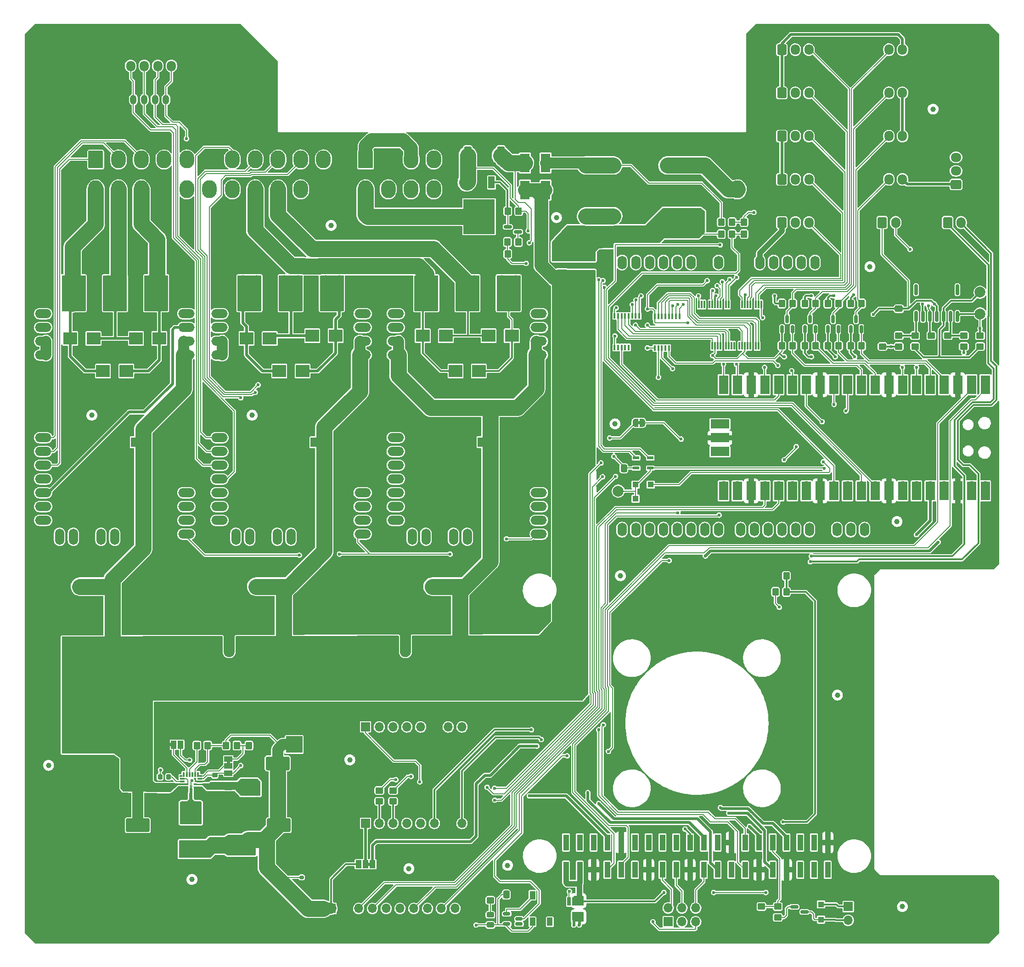
<source format=gbr>
%TF.GenerationSoftware,KiCad,Pcbnew,(6.0.1)*%
%TF.CreationDate,2022-04-07T02:12:59+02:00*%
%TF.ProjectId,OpenMowerMainboard,4f70656e-4d6f-4776-9572-4d61696e626f,rev?*%
%TF.SameCoordinates,Original*%
%TF.FileFunction,Copper,L1,Top*%
%TF.FilePolarity,Positive*%
%FSLAX46Y46*%
G04 Gerber Fmt 4.6, Leading zero omitted, Abs format (unit mm)*
G04 Created by KiCad (PCBNEW (6.0.1)) date 2022-04-07 02:12:59*
%MOMM*%
%LPD*%
G01*
G04 APERTURE LIST*
G04 Aperture macros list*
%AMRoundRect*
0 Rectangle with rounded corners*
0 $1 Rounding radius*
0 $2 $3 $4 $5 $6 $7 $8 $9 X,Y pos of 4 corners*
0 Add a 4 corners polygon primitive as box body*
4,1,4,$2,$3,$4,$5,$6,$7,$8,$9,$2,$3,0*
0 Add four circle primitives for the rounded corners*
1,1,$1+$1,$2,$3*
1,1,$1+$1,$4,$5*
1,1,$1+$1,$6,$7*
1,1,$1+$1,$8,$9*
0 Add four rect primitives between the rounded corners*
20,1,$1+$1,$2,$3,$4,$5,0*
20,1,$1+$1,$4,$5,$6,$7,0*
20,1,$1+$1,$6,$7,$8,$9,0*
20,1,$1+$1,$8,$9,$2,$3,0*%
%AMFreePoly0*
4,1,22,0.500000,-0.750000,0.000000,-0.750000,0.000000,-0.745033,-0.079941,-0.743568,-0.215256,-0.701293,-0.333266,-0.622738,-0.424486,-0.514219,-0.481581,-0.384460,-0.499164,-0.250000,-0.500000,-0.250000,-0.500000,0.250000,-0.499164,0.250000,-0.499963,0.256109,-0.478152,0.396186,-0.417904,0.524511,-0.324060,0.630769,-0.204165,0.706417,-0.067858,0.745374,0.000000,0.744959,0.000000,0.750000,
0.500000,0.750000,0.500000,-0.750000,0.500000,-0.750000,$1*%
%AMFreePoly1*
4,1,20,0.000000,0.744959,0.073905,0.744508,0.209726,0.703889,0.328688,0.626782,0.421226,0.519385,0.479903,0.390333,0.500000,0.250000,0.500000,-0.250000,0.499851,-0.262216,0.476331,-0.402017,0.414519,-0.529596,0.319384,-0.634700,0.198574,-0.708877,0.061801,-0.746166,0.000000,-0.745033,0.000000,-0.750000,-0.500000,-0.750000,-0.500000,0.750000,0.000000,0.750000,0.000000,0.744959,
0.000000,0.744959,$1*%
G04 Aperture macros list end*
%TA.AperFunction,ComponentPad*%
%ADD10RoundRect,0.250001X-1.099999X-1.399999X1.099999X-1.399999X1.099999X1.399999X-1.099999X1.399999X0*%
%TD*%
%TA.AperFunction,ComponentPad*%
%ADD11O,2.700000X3.300000*%
%TD*%
%TA.AperFunction,ComponentPad*%
%ADD12RoundRect,0.250000X-0.600000X-0.725000X0.600000X-0.725000X0.600000X0.725000X-0.600000X0.725000X0*%
%TD*%
%TA.AperFunction,ComponentPad*%
%ADD13O,1.700000X1.950000*%
%TD*%
%TA.AperFunction,ComponentPad*%
%ADD14RoundRect,0.249999X-0.350001X-0.625001X0.350001X-0.625001X0.350001X0.625001X-0.350001X0.625001X0*%
%TD*%
%TA.AperFunction,ComponentPad*%
%ADD15O,1.200000X1.750000*%
%TD*%
%TA.AperFunction,ComponentPad*%
%ADD16C,10.000000*%
%TD*%
%TA.AperFunction,SMDPad,CuDef*%
%ADD17R,1.800000X3.500000*%
%TD*%
%TA.AperFunction,SMDPad,CuDef*%
%ADD18C,1.000000*%
%TD*%
%TA.AperFunction,ComponentPad*%
%ADD19O,3.000000X1.700000*%
%TD*%
%TA.AperFunction,ComponentPad*%
%ADD20O,1.700000X3.000000*%
%TD*%
%TA.AperFunction,SMDPad,CuDef*%
%ADD21R,0.400000X1.000000*%
%TD*%
%TA.AperFunction,SMDPad,CuDef*%
%ADD22RoundRect,0.250000X-0.450000X0.350000X-0.450000X-0.350000X0.450000X-0.350000X0.450000X0.350000X0*%
%TD*%
%TA.AperFunction,SMDPad,CuDef*%
%ADD23RoundRect,0.225000X-0.250000X0.225000X-0.250000X-0.225000X0.250000X-0.225000X0.250000X0.225000X0*%
%TD*%
%TA.AperFunction,SMDPad,CuDef*%
%ADD24RoundRect,0.150000X-0.587500X-0.150000X0.587500X-0.150000X0.587500X0.150000X-0.587500X0.150000X0*%
%TD*%
%TA.AperFunction,SMDPad,CuDef*%
%ADD25RoundRect,0.250000X0.350000X0.450000X-0.350000X0.450000X-0.350000X-0.450000X0.350000X-0.450000X0*%
%TD*%
%TA.AperFunction,SMDPad,CuDef*%
%ADD26RoundRect,0.250000X-0.350000X-0.450000X0.350000X-0.450000X0.350000X0.450000X-0.350000X0.450000X0*%
%TD*%
%TA.AperFunction,SMDPad,CuDef*%
%ADD27RoundRect,0.250000X-0.337500X-0.475000X0.337500X-0.475000X0.337500X0.475000X-0.337500X0.475000X0*%
%TD*%
%TA.AperFunction,ComponentPad*%
%ADD28R,2.000000X2.000000*%
%TD*%
%TA.AperFunction,ComponentPad*%
%ADD29C,2.000000*%
%TD*%
%TA.AperFunction,SMDPad,CuDef*%
%ADD30RoundRect,0.243750X-0.456250X0.243750X-0.456250X-0.243750X0.456250X-0.243750X0.456250X0.243750X0*%
%TD*%
%TA.AperFunction,SMDPad,CuDef*%
%ADD31RoundRect,0.150000X0.512500X0.150000X-0.512500X0.150000X-0.512500X-0.150000X0.512500X-0.150000X0*%
%TD*%
%TA.AperFunction,SMDPad,CuDef*%
%ADD32RoundRect,0.250000X1.950000X1.000000X-1.950000X1.000000X-1.950000X-1.000000X1.950000X-1.000000X0*%
%TD*%
%TA.AperFunction,ComponentPad*%
%ADD33C,2.350000*%
%TD*%
%TA.AperFunction,SMDPad,CuDef*%
%ADD34RoundRect,0.250000X-1.950000X-1.000000X1.950000X-1.000000X1.950000X1.000000X-1.950000X1.000000X0*%
%TD*%
%TA.AperFunction,SMDPad,CuDef*%
%ADD35RoundRect,0.250000X0.450000X-0.350000X0.450000X0.350000X-0.450000X0.350000X-0.450000X-0.350000X0*%
%TD*%
%TA.AperFunction,SMDPad,CuDef*%
%ADD36R,1.000000X1.500000*%
%TD*%
%TA.AperFunction,SMDPad,CuDef*%
%ADD37R,1.100000X1.100000*%
%TD*%
%TA.AperFunction,ComponentPad*%
%ADD38R,1.700000X1.700000*%
%TD*%
%TA.AperFunction,ComponentPad*%
%ADD39O,1.700000X1.700000*%
%TD*%
%TA.AperFunction,SMDPad,CuDef*%
%ADD40RoundRect,0.225000X0.250000X-0.225000X0.250000X0.225000X-0.250000X0.225000X-0.250000X-0.225000X0*%
%TD*%
%TA.AperFunction,SMDPad,CuDef*%
%ADD41RoundRect,0.250000X0.650000X-0.325000X0.650000X0.325000X-0.650000X0.325000X-0.650000X-0.325000X0*%
%TD*%
%TA.AperFunction,SMDPad,CuDef*%
%ADD42R,2.500000X2.300000*%
%TD*%
%TA.AperFunction,SMDPad,CuDef*%
%ADD43R,3.429000X2.413000*%
%TD*%
%TA.AperFunction,SMDPad,CuDef*%
%ADD44R,2.500000X1.800000*%
%TD*%
%TA.AperFunction,SMDPad,CuDef*%
%ADD45RoundRect,0.250000X-0.475000X0.337500X-0.475000X-0.337500X0.475000X-0.337500X0.475000X0.337500X0*%
%TD*%
%TA.AperFunction,SMDPad,CuDef*%
%ADD46RoundRect,0.150000X0.150000X-0.587500X0.150000X0.587500X-0.150000X0.587500X-0.150000X-0.587500X0*%
%TD*%
%TA.AperFunction,ComponentPad*%
%ADD47R,3.048000X3.048000*%
%TD*%
%TA.AperFunction,SMDPad,CuDef*%
%ADD48R,1.000000X3.000000*%
%TD*%
%TA.AperFunction,SMDPad,CuDef*%
%ADD49FreePoly0,180.000000*%
%TD*%
%TA.AperFunction,SMDPad,CuDef*%
%ADD50FreePoly1,180.000000*%
%TD*%
%TA.AperFunction,SMDPad,CuDef*%
%ADD51RoundRect,0.250000X-0.650000X0.325000X-0.650000X-0.325000X0.650000X-0.325000X0.650000X0.325000X0*%
%TD*%
%TA.AperFunction,SMDPad,CuDef*%
%ADD52R,0.650000X1.560000*%
%TD*%
%TA.AperFunction,ComponentPad*%
%ADD53RoundRect,0.250000X-0.600000X-0.750000X0.600000X-0.750000X0.600000X0.750000X-0.600000X0.750000X0*%
%TD*%
%TA.AperFunction,ComponentPad*%
%ADD54O,1.700000X2.000000*%
%TD*%
%TA.AperFunction,SMDPad,CuDef*%
%ADD55R,1.500000X1.000000*%
%TD*%
%TA.AperFunction,SMDPad,CuDef*%
%ADD56R,0.300000X1.425000*%
%TD*%
%TA.AperFunction,SMDPad,CuDef*%
%ADD57R,1.150000X0.600000*%
%TD*%
%TA.AperFunction,SMDPad,CuDef*%
%ADD58RoundRect,0.225000X0.225000X0.250000X-0.225000X0.250000X-0.225000X-0.250000X0.225000X-0.250000X0*%
%TD*%
%TA.AperFunction,ComponentPad*%
%ADD59RoundRect,0.250000X0.725000X-0.600000X0.725000X0.600000X-0.725000X0.600000X-0.725000X-0.600000X0*%
%TD*%
%TA.AperFunction,ComponentPad*%
%ADD60O,1.950000X1.700000*%
%TD*%
%TA.AperFunction,SMDPad,CuDef*%
%ADD61RoundRect,0.250000X-0.475000X0.250000X-0.475000X-0.250000X0.475000X-0.250000X0.475000X0.250000X0*%
%TD*%
%TA.AperFunction,SMDPad,CuDef*%
%ADD62R,1.200000X2.200000*%
%TD*%
%TA.AperFunction,SMDPad,CuDef*%
%ADD63R,5.800000X6.400000*%
%TD*%
%TA.AperFunction,SMDPad,CuDef*%
%ADD64C,2.000000*%
%TD*%
%TA.AperFunction,SMDPad,CuDef*%
%ADD65R,1.700000X3.500000*%
%TD*%
%TA.AperFunction,SMDPad,CuDef*%
%ADD66R,3.500000X1.700000*%
%TD*%
%TA.AperFunction,SMDPad,CuDef*%
%ADD67RoundRect,0.160000X0.222500X0.160000X-0.222500X0.160000X-0.222500X-0.160000X0.222500X-0.160000X0*%
%TD*%
%TA.AperFunction,SMDPad,CuDef*%
%ADD68RoundRect,0.250000X0.337500X0.475000X-0.337500X0.475000X-0.337500X-0.475000X0.337500X-0.475000X0*%
%TD*%
%TA.AperFunction,SMDPad,CuDef*%
%ADD69R,0.875000X0.300000*%
%TD*%
%TA.AperFunction,SMDPad,CuDef*%
%ADD70R,1.525000X0.250000*%
%TD*%
%TA.AperFunction,SMDPad,CuDef*%
%ADD71R,1.525000X0.950000*%
%TD*%
%TA.AperFunction,SMDPad,CuDef*%
%ADD72R,0.450000X0.600000*%
%TD*%
%TA.AperFunction,SMDPad,CuDef*%
%ADD73R,0.300000X1.650000*%
%TD*%
%TA.AperFunction,SMDPad,CuDef*%
%ADD74R,0.450000X0.875000*%
%TD*%
%TA.AperFunction,SMDPad,CuDef*%
%ADD75R,0.300000X0.875000*%
%TD*%
%TA.AperFunction,SMDPad,CuDef*%
%ADD76R,0.500000X0.350000*%
%TD*%
%TA.AperFunction,SMDPad,CuDef*%
%ADD77R,0.600000X0.250000*%
%TD*%
%TA.AperFunction,SMDPad,CuDef*%
%ADD78RoundRect,0.249999X0.450001X1.425001X-0.450001X1.425001X-0.450001X-1.425001X0.450001X-1.425001X0*%
%TD*%
%TA.AperFunction,SMDPad,CuDef*%
%ADD79RoundRect,0.150000X0.150000X-0.825000X0.150000X0.825000X-0.150000X0.825000X-0.150000X-0.825000X0*%
%TD*%
%TA.AperFunction,ComponentPad*%
%ADD80O,1.727200X2.500000*%
%TD*%
%TA.AperFunction,SMDPad,CuDef*%
%ADD81RoundRect,0.150000X0.587500X0.150000X-0.587500X0.150000X-0.587500X-0.150000X0.587500X-0.150000X0*%
%TD*%
%TA.AperFunction,ViaPad*%
%ADD82C,0.600000*%
%TD*%
%TA.AperFunction,Conductor*%
%ADD83C,2.000000*%
%TD*%
%TA.AperFunction,Conductor*%
%ADD84C,0.150000*%
%TD*%
%TA.AperFunction,Conductor*%
%ADD85C,0.300000*%
%TD*%
%TA.AperFunction,Conductor*%
%ADD86C,0.200000*%
%TD*%
%TA.AperFunction,Conductor*%
%ADD87C,0.500000*%
%TD*%
%TA.AperFunction,Conductor*%
%ADD88C,3.000000*%
%TD*%
%TA.AperFunction,Conductor*%
%ADD89C,1.000000*%
%TD*%
%TA.AperFunction,Conductor*%
%ADD90C,2.500000*%
%TD*%
G04 APERTURE END LIST*
G36*
X83900000Y-175500000D02*
G01*
X83400000Y-175500000D01*
X83400000Y-174900000D01*
X83900000Y-174900000D01*
X83900000Y-175500000D01*
G37*
G36*
X133650000Y-94100000D02*
G01*
X133150000Y-94100000D01*
X133150000Y-93500000D01*
X133650000Y-93500000D01*
X133650000Y-94100000D01*
G37*
G36*
X58000000Y-156700000D02*
G01*
X57400000Y-156700000D01*
X57400000Y-156200000D01*
X58000000Y-156200000D01*
X58000000Y-156700000D01*
G37*
G36*
X47200000Y-153457500D02*
G01*
X46700000Y-153457500D01*
X46700000Y-152857500D01*
X47200000Y-152857500D01*
X47200000Y-153457500D01*
G37*
D10*
X33250000Y-45250000D03*
D11*
X37450000Y-45250000D03*
X41650000Y-45250000D03*
X45850000Y-45250000D03*
X50050000Y-45250000D03*
X54250000Y-45250000D03*
X58450000Y-45250000D03*
X62650000Y-45250000D03*
X66850000Y-45250000D03*
X71050000Y-45250000D03*
X75250000Y-45250000D03*
X33250000Y-50750000D03*
X37450000Y-50750000D03*
X41650000Y-50750000D03*
X45850000Y-50750000D03*
X50050000Y-50750000D03*
X54250000Y-50750000D03*
X58450000Y-50750000D03*
X62650000Y-50750000D03*
X66850000Y-50750000D03*
X71050000Y-50750000D03*
X75250000Y-50750000D03*
D10*
X83000000Y-45250000D03*
D11*
X87200000Y-45250000D03*
X91400000Y-45250000D03*
X95600000Y-45250000D03*
X83000000Y-50750000D03*
X87200000Y-50750000D03*
X91400000Y-50750000D03*
X95600000Y-50750000D03*
D10*
X151600000Y-45250000D03*
D11*
X151600000Y-50750000D03*
D12*
X177000000Y-40935000D03*
D13*
X179500000Y-40935000D03*
X182000000Y-40935000D03*
D12*
X177000000Y-48902500D03*
D13*
X179500000Y-48902500D03*
X182000000Y-48902500D03*
D12*
X159750000Y-25000000D03*
D13*
X162250000Y-25000000D03*
X164750000Y-25000000D03*
X167250000Y-25000000D03*
D12*
X159750000Y-32967500D03*
D13*
X162250000Y-32967500D03*
X164750000Y-32967500D03*
X167250000Y-32967500D03*
D12*
X159750000Y-40935000D03*
D13*
X162250000Y-40935000D03*
X164750000Y-40935000D03*
X167250000Y-40935000D03*
D12*
X159750000Y-48902500D03*
D13*
X162250000Y-48902500D03*
X164750000Y-48902500D03*
X167250000Y-48902500D03*
D12*
X159750000Y-56870000D03*
D13*
X162250000Y-56870000D03*
X164750000Y-56870000D03*
X167250000Y-56870000D03*
D12*
X177000000Y-32967500D03*
D13*
X179500000Y-32967500D03*
X182000000Y-32967500D03*
D14*
X38200000Y-34200000D03*
D15*
X40200000Y-34200000D03*
X42200000Y-34200000D03*
X44200000Y-34200000D03*
X46200000Y-34200000D03*
D12*
X177000000Y-25000000D03*
D13*
X179500000Y-25000000D03*
X182000000Y-25000000D03*
D16*
X26500000Y-30000000D03*
X26500000Y-182500000D03*
X193500000Y-30000000D03*
X193500000Y-182500000D03*
D17*
X123250000Y-67300000D03*
X123250000Y-62300000D03*
D18*
X118200000Y-55950000D03*
D19*
X56060000Y-111775000D03*
X56060000Y-109235000D03*
X56060000Y-104155000D03*
X56060000Y-101615000D03*
X56060000Y-99075000D03*
X56060000Y-76215000D03*
X82460000Y-73675000D03*
X82460000Y-76215000D03*
X56060000Y-106695000D03*
X56060000Y-73675000D03*
X56060000Y-96535000D03*
D20*
X59100000Y-114815000D03*
X61640000Y-114815000D03*
X66720000Y-114815000D03*
X69260000Y-114815000D03*
D19*
X82460000Y-114315000D03*
X82460000Y-111775000D03*
X82460000Y-109235000D03*
X82460000Y-106695000D03*
X82460000Y-68595000D03*
D20*
X64180000Y-114815000D03*
D19*
X82460000Y-71135000D03*
X56060000Y-93995000D03*
X56060000Y-114315000D03*
X82460000Y-104155000D03*
X56060000Y-68595000D03*
X56060000Y-71135000D03*
D20*
X75610000Y-71635000D03*
X78150000Y-71635000D03*
X78150000Y-68095000D03*
X75610000Y-68095000D03*
X70530000Y-68095000D03*
X67990000Y-71635000D03*
X70530000Y-71635000D03*
X67990000Y-68095000D03*
D19*
X56060000Y-78755000D03*
X56060000Y-81295000D03*
X82460000Y-81295000D03*
X82460000Y-78755000D03*
D20*
X60370000Y-68095000D03*
X62910000Y-71635000D03*
X62910000Y-68095000D03*
X60370000Y-71635000D03*
D21*
X128925000Y-79900000D03*
X129575000Y-79900000D03*
X130225000Y-79900000D03*
X130875000Y-79900000D03*
X131525000Y-79900000D03*
X132175000Y-79900000D03*
X132825000Y-79900000D03*
X133475000Y-79900000D03*
X133475000Y-74100000D03*
X132825000Y-74100000D03*
X132175000Y-74100000D03*
X131525000Y-74100000D03*
X130875000Y-74100000D03*
X130225000Y-74100000D03*
X129575000Y-74100000D03*
X128925000Y-74100000D03*
D22*
X159000000Y-183000000D03*
X159000000Y-185000000D03*
D23*
X56200000Y-172625000D03*
X56200000Y-174175000D03*
D24*
X162062500Y-183050000D03*
X162062500Y-184950000D03*
X163937500Y-184000000D03*
D25*
X154800000Y-56800000D03*
X152800000Y-56800000D03*
D26*
X109220000Y-62650000D03*
X111220000Y-62650000D03*
D18*
X130000000Y-122000000D03*
D27*
X108962500Y-180800000D03*
X111037500Y-180800000D03*
D28*
X62849646Y-124000000D03*
D29*
X57849646Y-124000000D03*
D30*
X106000000Y-184522500D03*
X106000000Y-186397500D03*
D31*
X111307500Y-186220000D03*
X111307500Y-185270000D03*
X111307500Y-184320000D03*
X109032500Y-184320000D03*
X109032500Y-186220000D03*
D32*
X41000000Y-168000000D03*
X32600000Y-168000000D03*
D33*
X128675000Y-55700000D03*
X123675000Y-55700000D03*
X143675000Y-55700000D03*
X138675000Y-55700000D03*
D25*
X150600000Y-56800000D03*
X148600000Y-56800000D03*
D34*
X67000000Y-168000000D03*
X75400000Y-168000000D03*
D35*
X196320000Y-79720000D03*
X196320000Y-77720000D03*
D36*
X84300000Y-175200000D03*
X83000000Y-175200000D03*
X81700000Y-175200000D03*
D25*
X154800000Y-59000000D03*
X152800000Y-59000000D03*
D22*
X88090000Y-161600000D03*
X88090000Y-163600000D03*
D37*
X132800000Y-107800000D03*
X135600000Y-107800000D03*
D28*
X30517323Y-136000000D03*
D29*
X25517323Y-136000000D03*
D19*
X23560000Y-111775000D03*
X23560000Y-109235000D03*
X23560000Y-104155000D03*
X23560000Y-101615000D03*
X23560000Y-99075000D03*
X23560000Y-76215000D03*
X49960000Y-73675000D03*
X23560000Y-106695000D03*
X23560000Y-73675000D03*
X49960000Y-76215000D03*
X23560000Y-96535000D03*
D20*
X26600000Y-114815000D03*
X29140000Y-114815000D03*
X34220000Y-114815000D03*
X36760000Y-114815000D03*
D19*
X49960000Y-114315000D03*
X49960000Y-111775000D03*
X49960000Y-109235000D03*
X49960000Y-106695000D03*
D20*
X31680000Y-114815000D03*
D19*
X23560000Y-71135000D03*
X23560000Y-114315000D03*
X49960000Y-71135000D03*
X49960000Y-68595000D03*
X23560000Y-93995000D03*
X49960000Y-104155000D03*
X23560000Y-68595000D03*
D20*
X45650000Y-68095000D03*
X43110000Y-71635000D03*
X45650000Y-71635000D03*
X43110000Y-68095000D03*
X38030000Y-71635000D03*
X35490000Y-71635000D03*
X35490000Y-68095000D03*
X38030000Y-68095000D03*
D19*
X23560000Y-81295000D03*
X23560000Y-78755000D03*
X49960000Y-81295000D03*
X49960000Y-78755000D03*
D20*
X30410000Y-71635000D03*
X27870000Y-71635000D03*
X30410000Y-68095000D03*
X27870000Y-68095000D03*
D38*
X76650000Y-183350000D03*
D39*
X79190000Y-183350000D03*
X81730000Y-183350000D03*
X84270000Y-183350000D03*
X86810000Y-183350000D03*
X89350000Y-183350000D03*
X91890000Y-183350000D03*
X94430000Y-183350000D03*
X96970000Y-183350000D03*
X99510000Y-183350000D03*
D26*
X168216666Y-79600000D03*
X170216666Y-79600000D03*
D28*
X95349646Y-136000000D03*
D29*
X90349646Y-136000000D03*
D18*
X182000000Y-183000000D03*
D22*
X193320000Y-77720000D03*
X193320000Y-79720000D03*
D32*
X41000000Y-156600000D03*
X32600000Y-156600000D03*
D40*
X56200000Y-170775000D03*
X56200000Y-169225000D03*
D18*
X80100000Y-155950000D03*
D41*
X58600000Y-170675000D03*
X58600000Y-167725000D03*
D42*
X73175000Y-77750000D03*
X77475000Y-77750000D03*
D43*
X50800000Y-166479000D03*
X50800000Y-172321000D03*
D44*
X70150000Y-97400000D03*
X74150000Y-97400000D03*
D42*
X28545000Y-78250000D03*
X32845000Y-78250000D03*
D19*
X88560000Y-111775000D03*
X88560000Y-109235000D03*
X88560000Y-104155000D03*
X88560000Y-101615000D03*
X88560000Y-99075000D03*
X114960000Y-76215000D03*
X114960000Y-73675000D03*
X88560000Y-73675000D03*
X88560000Y-76215000D03*
X88560000Y-106695000D03*
X88560000Y-96535000D03*
D20*
X91600000Y-114815000D03*
X94140000Y-114815000D03*
X99220000Y-114815000D03*
X101760000Y-114815000D03*
D19*
X114960000Y-114315000D03*
X114960000Y-111775000D03*
X114960000Y-109235000D03*
X114960000Y-106695000D03*
X114960000Y-104155000D03*
X88560000Y-93995000D03*
X114960000Y-68595000D03*
D20*
X96680000Y-114815000D03*
D19*
X88560000Y-114315000D03*
X88560000Y-68595000D03*
X88560000Y-71135000D03*
X114960000Y-71135000D03*
D20*
X110650000Y-71635000D03*
X108110000Y-71635000D03*
X110650000Y-68095000D03*
X108110000Y-68095000D03*
X100490000Y-68095000D03*
X100490000Y-71635000D03*
X103030000Y-68095000D03*
X103030000Y-71635000D03*
D19*
X88560000Y-81295000D03*
X114960000Y-78755000D03*
X114960000Y-81295000D03*
X88560000Y-78755000D03*
D20*
X95410000Y-68095000D03*
X92870000Y-68095000D03*
X95410000Y-71635000D03*
X92870000Y-71635000D03*
D42*
X67100000Y-84250000D03*
X71400000Y-84250000D03*
D25*
X59300000Y-153300000D03*
X57300000Y-153300000D03*
D35*
X85550000Y-163600000D03*
X85550000Y-161600000D03*
D37*
X135600000Y-105200000D03*
X132800000Y-105200000D03*
D35*
X187320000Y-79720000D03*
X187320000Y-77720000D03*
D25*
X63500000Y-153300000D03*
X61500000Y-153300000D03*
D33*
X123675000Y-46350000D03*
X128675000Y-46350000D03*
X138675000Y-46350000D03*
X143675000Y-46350000D03*
D28*
X95349646Y-124000000D03*
D29*
X90349646Y-124000000D03*
D28*
X30517323Y-124000000D03*
D29*
X25517323Y-124000000D03*
D21*
X136325000Y-80000000D03*
X136975000Y-80000000D03*
X137625000Y-80000000D03*
X138275000Y-80000000D03*
X138925000Y-80000000D03*
X139575000Y-80000000D03*
X140225000Y-80000000D03*
X140875000Y-80000000D03*
X140875000Y-74200000D03*
X140225000Y-74200000D03*
X139575000Y-74200000D03*
X138925000Y-74200000D03*
X138275000Y-74200000D03*
X137625000Y-74200000D03*
X136975000Y-74200000D03*
X136325000Y-74200000D03*
D44*
X100950000Y-97350000D03*
X104950000Y-97350000D03*
D45*
X181320000Y-70682500D03*
X181320000Y-72757500D03*
D18*
X91000000Y-176000000D03*
X109200000Y-175400000D03*
D46*
X172499999Y-76537500D03*
X174399999Y-76537500D03*
X173449999Y-74662500D03*
D12*
X37200000Y-28000000D03*
D13*
X39700000Y-28000000D03*
X42200000Y-28000000D03*
X44700000Y-28000000D03*
X47200000Y-28000000D03*
D47*
X29450000Y-171524000D03*
X29450000Y-153124000D03*
X69850000Y-153124000D03*
X69850000Y-171524000D03*
D18*
X62100000Y-92400000D03*
D48*
X119970000Y-171180000D03*
X119970000Y-176220000D03*
X122510000Y-171180000D03*
X122510000Y-176220000D03*
X125050000Y-171180000D03*
X125050000Y-176220000D03*
X127590000Y-171180000D03*
X127590000Y-176220000D03*
X130130000Y-171180000D03*
X130130000Y-176220000D03*
X132670000Y-171180000D03*
X132670000Y-176220000D03*
X135210000Y-171180000D03*
X135210000Y-176220000D03*
X137750000Y-171180000D03*
X137750000Y-176220000D03*
X140290000Y-171180000D03*
X140290000Y-176220000D03*
X142830000Y-171180000D03*
X142830000Y-176220000D03*
X145370000Y-171180000D03*
X145370000Y-176220000D03*
X147910000Y-171180000D03*
X147910000Y-176220000D03*
X150450000Y-171180000D03*
X150450000Y-176220000D03*
X152990000Y-171180000D03*
X152990000Y-176220000D03*
X155530000Y-171180000D03*
X155530000Y-176220000D03*
X158070000Y-171180000D03*
X158070000Y-176220000D03*
X160610000Y-171180000D03*
X160610000Y-176220000D03*
X163150000Y-171180000D03*
X163150000Y-176220000D03*
X165690000Y-171180000D03*
X165690000Y-176220000D03*
X168230000Y-171180000D03*
X168230000Y-176220000D03*
D49*
X134050000Y-93800000D03*
D50*
X132750000Y-93800000D03*
D22*
X181320000Y-77720000D03*
X181320000Y-79720000D03*
D26*
X158600000Y-122030000D03*
X160600000Y-122030000D03*
X163983333Y-79600000D03*
X165983333Y-79600000D03*
X163983333Y-71800000D03*
X165983333Y-71800000D03*
D28*
X62849646Y-136000000D03*
D29*
X57849646Y-136000000D03*
D26*
X172449999Y-79600000D03*
X174449999Y-79600000D03*
D51*
X61400000Y-172725000D03*
X61400000Y-175675000D03*
D42*
X105675000Y-77750000D03*
X109975000Y-77750000D03*
D52*
X122430000Y-182060000D03*
X121480000Y-182060000D03*
X120530000Y-182060000D03*
X120530000Y-184760000D03*
X121480000Y-184760000D03*
X122430000Y-184760000D03*
D22*
X106000000Y-179840000D03*
X106000000Y-181840000D03*
D25*
X150600000Y-59000000D03*
X148600000Y-59000000D03*
D22*
X190320000Y-77720000D03*
X190320000Y-79720000D03*
D26*
X168216666Y-71800000D03*
X170216666Y-71800000D03*
D51*
X57700000Y-160925000D03*
X57700000Y-163875000D03*
D41*
X61400000Y-170675000D03*
X61400000Y-167725000D03*
D53*
X190320000Y-56870000D03*
D54*
X192820000Y-56870000D03*
D34*
X66800000Y-156600000D03*
X75200000Y-156600000D03*
D55*
X57700000Y-155800000D03*
X57700000Y-157100000D03*
X57700000Y-158400000D03*
D40*
X55200000Y-158775000D03*
X55200000Y-157225000D03*
D26*
X109170000Y-60450000D03*
X111170000Y-60450000D03*
D35*
X156000000Y-185000000D03*
X156000000Y-183000000D03*
D56*
X155950000Y-71988000D03*
X155450000Y-71988000D03*
X154950000Y-71988000D03*
X154450000Y-71988000D03*
X153950000Y-71988000D03*
X153450000Y-71988000D03*
X152950000Y-71988000D03*
X152450000Y-71988000D03*
X151950000Y-71988000D03*
X151450000Y-71988000D03*
X150950000Y-71988000D03*
X150450000Y-71988000D03*
X149950000Y-71988000D03*
X149450000Y-71988000D03*
X148950000Y-71988000D03*
X148450000Y-71988000D03*
X147950000Y-71988000D03*
X147450000Y-71988000D03*
X146950000Y-71988000D03*
X146450000Y-71988000D03*
X145950000Y-71988000D03*
X145450000Y-71988000D03*
X144950000Y-71988000D03*
X144450000Y-71988000D03*
X144450000Y-79612000D03*
X144950000Y-79612000D03*
X145450000Y-79612000D03*
X145950000Y-79612000D03*
X146450000Y-79612000D03*
X146950000Y-79612000D03*
X147450000Y-79612000D03*
X147950000Y-79612000D03*
X148450000Y-79612000D03*
X148950000Y-79612000D03*
X149450000Y-79612000D03*
X149950000Y-79612000D03*
X150450000Y-79612000D03*
X150950000Y-79612000D03*
X151450000Y-79612000D03*
X151950000Y-79612000D03*
X152450000Y-79612000D03*
X152950000Y-79612000D03*
X153450000Y-79612000D03*
X153950000Y-79612000D03*
X154450000Y-79612000D03*
X154950000Y-79612000D03*
X155450000Y-79612000D03*
X155950000Y-79612000D03*
D57*
X135500000Y-102150000D03*
X135500000Y-101200000D03*
X135500000Y-100250000D03*
X132900000Y-100250000D03*
X132900000Y-102150000D03*
D53*
X178250000Y-56870000D03*
D54*
X180750000Y-56870000D03*
D58*
X46675000Y-159100000D03*
X45125000Y-159100000D03*
D46*
X159800000Y-76537500D03*
X161700000Y-76537500D03*
X160750000Y-74662500D03*
D42*
X93545000Y-77750000D03*
X97845000Y-77750000D03*
D18*
X24550000Y-156950000D03*
D26*
X172449999Y-71800000D03*
X174449999Y-71800000D03*
D59*
X191870000Y-49852500D03*
D60*
X191870000Y-47352500D03*
X191870000Y-44852500D03*
X191870000Y-42352500D03*
D42*
X40675000Y-78250000D03*
X44975000Y-78250000D03*
D46*
X168266666Y-76537500D03*
X170166666Y-76537500D03*
X169216666Y-74662500D03*
D18*
X32550000Y-92400000D03*
D61*
X55200000Y-160850000D03*
X55200000Y-162750000D03*
D18*
X76650000Y-57400000D03*
D42*
X99600000Y-84250000D03*
X103900000Y-84250000D03*
D44*
X37000000Y-97400000D03*
X41000000Y-97400000D03*
D42*
X34600000Y-84250000D03*
X38900000Y-84250000D03*
D62*
X106230000Y-49480000D03*
D63*
X103950000Y-55780000D03*
D62*
X101670000Y-49480000D03*
D26*
X51900000Y-153300000D03*
X53900000Y-153300000D03*
D36*
X113785000Y-185805000D03*
X116985000Y-185805000D03*
X116985000Y-180905000D03*
X113785000Y-180905000D03*
D64*
X129600000Y-106400000D03*
D39*
X197275000Y-87675000D03*
D65*
X197275000Y-86775000D03*
X194735000Y-86775000D03*
D39*
X194735000Y-87675000D03*
D38*
X192195000Y-87675000D03*
D65*
X192195000Y-86775000D03*
X189655000Y-86775000D03*
D39*
X189655000Y-87675000D03*
D65*
X187115000Y-86775000D03*
D39*
X187115000Y-87675000D03*
D65*
X184575000Y-86775000D03*
D39*
X184575000Y-87675000D03*
X182035000Y-87675000D03*
D65*
X182035000Y-86775000D03*
D38*
X179495000Y-87675000D03*
D65*
X179495000Y-86775000D03*
X176955000Y-86775000D03*
D39*
X176955000Y-87675000D03*
X174415000Y-87675000D03*
D65*
X174415000Y-86775000D03*
D39*
X171875000Y-87675000D03*
D65*
X171875000Y-86775000D03*
X169335000Y-86775000D03*
D39*
X169335000Y-87675000D03*
D38*
X166795000Y-87675000D03*
D65*
X166795000Y-86775000D03*
X164255000Y-86775000D03*
D39*
X164255000Y-87675000D03*
X161715000Y-87675000D03*
D65*
X161715000Y-86775000D03*
X159175000Y-86775000D03*
D39*
X159175000Y-87675000D03*
D65*
X156635000Y-86775000D03*
D39*
X156635000Y-87675000D03*
D38*
X154095000Y-87675000D03*
D65*
X154095000Y-86775000D03*
D39*
X151555000Y-87675000D03*
D65*
X151555000Y-86775000D03*
D39*
X149015000Y-87675000D03*
D65*
X149015000Y-86775000D03*
D39*
X149015000Y-105455000D03*
D65*
X149015000Y-106355000D03*
D39*
X151555000Y-105455000D03*
D65*
X151555000Y-106355000D03*
X154095000Y-106355000D03*
D38*
X154095000Y-105455000D03*
D39*
X156635000Y-105455000D03*
D65*
X156635000Y-106355000D03*
X159175000Y-106355000D03*
D39*
X159175000Y-105455000D03*
D65*
X161715000Y-106355000D03*
D39*
X161715000Y-105455000D03*
D65*
X164255000Y-106355000D03*
D39*
X164255000Y-105455000D03*
D65*
X166795000Y-106355000D03*
D38*
X166795000Y-105455000D03*
D39*
X169335000Y-105455000D03*
D65*
X169335000Y-106355000D03*
X171875000Y-106355000D03*
D39*
X171875000Y-105455000D03*
D65*
X174415000Y-106355000D03*
D39*
X174415000Y-105455000D03*
D65*
X176955000Y-106355000D03*
D39*
X176955000Y-105455000D03*
D65*
X179495000Y-106355000D03*
D38*
X179495000Y-105455000D03*
D39*
X182035000Y-105455000D03*
D65*
X182035000Y-106355000D03*
X184575000Y-106355000D03*
D39*
X184575000Y-105455000D03*
X187115000Y-105455000D03*
D65*
X187115000Y-106355000D03*
D39*
X189655000Y-105455000D03*
D65*
X189655000Y-106355000D03*
D38*
X192195000Y-105455000D03*
D65*
X192195000Y-106355000D03*
X194735000Y-106355000D03*
D39*
X194735000Y-105455000D03*
X197275000Y-105455000D03*
D65*
X197275000Y-106355000D03*
D66*
X148345000Y-94025000D03*
D39*
X149245000Y-94025000D03*
D66*
X148345000Y-96565000D03*
D38*
X149245000Y-96565000D03*
D39*
X149245000Y-99105000D03*
D66*
X148345000Y-99105000D03*
D67*
X72372500Y-177600000D03*
X71227500Y-177600000D03*
D38*
X83000000Y-149870000D03*
D39*
X85540000Y-149870000D03*
X88080000Y-149870000D03*
X90620000Y-149870000D03*
X93160000Y-149870000D03*
X95700000Y-149870000D03*
X98240000Y-149870000D03*
X100780000Y-149870000D03*
D26*
X159750000Y-79600000D03*
X161750000Y-79600000D03*
D18*
X176000000Y-65000000D03*
D25*
X111230000Y-54750000D03*
X109230000Y-54750000D03*
D38*
X83000000Y-167650000D03*
D39*
X85540000Y-167650000D03*
X88080000Y-167650000D03*
X90620000Y-167650000D03*
X93160000Y-167650000D03*
X95700000Y-167650000D03*
X98240000Y-167650000D03*
X100780000Y-167650000D03*
D17*
X112400000Y-45900000D03*
X112400000Y-50900000D03*
D18*
X51000000Y-178000000D03*
D68*
X130637500Y-102200000D03*
X128562500Y-102200000D03*
D69*
X49188000Y-159450000D03*
X49188000Y-159950000D03*
D70*
X49513000Y-160450000D03*
D71*
X49513000Y-161500000D03*
D72*
X49475000Y-162275000D03*
D73*
X50800000Y-161750000D03*
D72*
X52125000Y-162275000D03*
D71*
X52087000Y-161500000D03*
D70*
X52087000Y-160450000D03*
D69*
X52412000Y-159950000D03*
X52412000Y-159450000D03*
D74*
X52125000Y-158663000D03*
D75*
X51550000Y-158663000D03*
X51050000Y-158663000D03*
X50550000Y-158663000D03*
X50050000Y-158663000D03*
D74*
X49475000Y-158663000D03*
D76*
X49000000Y-158925000D03*
D77*
X50800000Y-160800000D03*
D76*
X52600000Y-158925000D03*
D18*
X187650000Y-35950000D03*
D42*
X61045000Y-78250000D03*
X65345000Y-78250000D03*
D64*
X196320000Y-69720000D03*
D51*
X58600000Y-172725000D03*
X58600000Y-175675000D03*
D38*
X138800000Y-185800000D03*
D39*
X138800000Y-183260000D03*
X141340000Y-185800000D03*
X141340000Y-183260000D03*
X143880000Y-185800000D03*
X143880000Y-183260000D03*
X146420000Y-185800000D03*
X146420000Y-183260000D03*
D18*
X170000000Y-144000000D03*
D51*
X43900000Y-161025000D03*
X43900000Y-163975000D03*
D78*
X107950000Y-44500000D03*
X101850000Y-44500000D03*
D18*
X181000000Y-112000000D03*
D36*
X46300000Y-153157500D03*
X47600000Y-153157500D03*
X48900000Y-153157500D03*
D79*
X184510000Y-74195000D03*
X185780000Y-74195000D03*
X187050000Y-74195000D03*
X188320000Y-74195000D03*
X189590000Y-74195000D03*
X190860000Y-74195000D03*
X192130000Y-74195000D03*
X192130000Y-69245000D03*
X190860000Y-69245000D03*
X189590000Y-69245000D03*
X188320000Y-69245000D03*
X187050000Y-69245000D03*
X185780000Y-69245000D03*
X184510000Y-69245000D03*
D22*
X184320000Y-77720000D03*
X184320000Y-79720000D03*
D61*
X46400000Y-160950000D03*
X46400000Y-162850000D03*
D46*
X164033333Y-76537500D03*
X165933333Y-76537500D03*
X164983333Y-74662500D03*
D26*
X158600000Y-124980000D03*
X160600000Y-124980000D03*
X159750000Y-71800000D03*
X161750000Y-71800000D03*
D64*
X196320000Y-73720000D03*
D37*
X167000000Y-182600000D03*
X167000000Y-185400000D03*
D80*
X165860000Y-64240000D03*
X158240000Y-64240000D03*
X155700000Y-64240000D03*
X143000000Y-64240000D03*
X140460000Y-64240000D03*
X137920000Y-64240000D03*
X135380000Y-64240000D03*
X132840000Y-64240000D03*
X130300000Y-64240000D03*
X169924000Y-113500000D03*
X130300000Y-113500000D03*
X132840000Y-113500000D03*
X135380000Y-113500000D03*
X137920000Y-113500000D03*
X140460000Y-113500000D03*
X143000000Y-113500000D03*
X145540000Y-113500000D03*
X148080000Y-113500000D03*
X152144000Y-113500000D03*
X154684000Y-113500000D03*
X157224000Y-113500000D03*
X159764000Y-113500000D03*
X162304000Y-113500000D03*
X164844000Y-113500000D03*
X167384000Y-113500000D03*
X153160000Y-64240000D03*
X150620000Y-64240000D03*
X163320000Y-64240000D03*
X160780000Y-64240000D03*
X175004000Y-113500000D03*
X172464000Y-113500000D03*
X148080000Y-64240000D03*
D17*
X116200000Y-50900000D03*
X116200000Y-45900000D03*
X119200000Y-67250000D03*
X119200000Y-62250000D03*
D81*
X111097500Y-58600000D03*
X111097500Y-56700000D03*
X109222500Y-57650000D03*
D18*
X129000000Y-94000000D03*
D22*
X178320000Y-77720000D03*
X178320000Y-79720000D03*
D38*
X172000000Y-183000000D03*
D39*
X172000000Y-185540000D03*
D82*
X105000000Y-150000000D03*
X25000000Y-165000000D03*
X102000000Y-41000000D03*
X76000000Y-171000000D03*
X155600000Y-45400000D03*
X20990822Y-102999444D03*
X175400000Y-98200000D03*
X20990822Y-67999444D03*
X95600000Y-78600000D03*
X65800000Y-69800000D03*
X144200000Y-97600000D03*
X176000000Y-138000000D03*
X29800000Y-85800000D03*
X59000000Y-166000000D03*
X77997832Y-189198418D03*
X139200000Y-173600000D03*
X56000000Y-155000000D03*
X135800000Y-47600000D03*
X106400000Y-72600000D03*
X167600000Y-162000000D03*
X69200000Y-78800000D03*
X115000000Y-100000000D03*
X77000000Y-166000000D03*
X108000000Y-155000000D03*
X22997832Y-189198418D03*
X191000000Y-120000000D03*
X41900000Y-125000000D03*
X131800000Y-66600000D03*
X72200000Y-126800000D03*
X73000000Y-161000000D03*
X49800000Y-59000000D03*
X20990822Y-57999444D03*
X176000000Y-63500000D03*
X41000000Y-62000000D03*
X96000000Y-158000000D03*
X162200000Y-45400000D03*
X78000000Y-171000000D03*
X44800000Y-169200000D03*
X186600000Y-92200000D03*
X181000000Y-120000000D03*
X34200000Y-119200000D03*
X115000000Y-95000000D03*
X107000000Y-41000000D03*
X60000000Y-95000000D03*
X140400000Y-133200000D03*
X73000000Y-151000000D03*
X62000000Y-158000000D03*
X175400000Y-58400000D03*
X62997832Y-189198418D03*
X143800000Y-53200000D03*
X142800000Y-79400000D03*
X29000000Y-165000000D03*
X176000000Y-178000000D03*
X103000000Y-151000000D03*
X74000000Y-152000000D03*
X79000000Y-112600000D03*
X76000000Y-160000000D03*
X176000000Y-21000000D03*
X28800000Y-54600000D03*
X199000000Y-70000000D03*
X87997832Y-189198418D03*
X167997832Y-189198418D03*
X95000000Y-95000000D03*
X129800000Y-173600000D03*
X149800000Y-81400000D03*
X97500000Y-127500000D03*
X76000000Y-154000000D03*
X199000000Y-45000000D03*
X199000000Y-110000000D03*
X147000000Y-41000000D03*
X109800000Y-86400000D03*
X97786139Y-67813861D03*
X73000000Y-159000000D03*
X55000000Y-166000000D03*
X117997832Y-189198418D03*
X26000000Y-162000000D03*
X109400000Y-177600000D03*
X192997832Y-189198418D03*
X54000000Y-164000000D03*
X60000000Y-164000000D03*
X121200000Y-173600000D03*
X143600000Y-69400000D03*
X137000000Y-41000000D03*
X30000000Y-90000000D03*
X60000000Y-166000000D03*
X196000000Y-53000000D03*
X65991231Y-38997250D03*
X54000000Y-165000000D03*
X199000000Y-95000000D03*
X20990822Y-147999444D03*
X30000000Y-95000000D03*
X58000000Y-166000000D03*
X79000000Y-153000000D03*
X112997832Y-189198418D03*
X152997832Y-189198418D03*
X97000000Y-41000000D03*
X20990822Y-117999444D03*
X100000000Y-95000000D03*
X147997832Y-189198418D03*
X82500000Y-122500000D03*
X20990822Y-47999444D03*
X199000000Y-80000000D03*
X50000000Y-91800000D03*
X50000000Y-125000000D03*
X45200000Y-97800000D03*
X176000000Y-120000000D03*
X133200000Y-95800000D03*
X134000000Y-168400000D03*
X128200000Y-63800000D03*
X23000000Y-21000000D03*
X124100000Y-158600000D03*
X106400000Y-70400000D03*
X34600000Y-108200000D03*
X74000000Y-160000000D03*
X45800000Y-169200000D03*
X20990822Y-22999444D03*
X35000000Y-105000000D03*
X100000000Y-120000000D03*
X20990822Y-137999444D03*
X159000000Y-143600000D03*
X119400000Y-158200000D03*
X110000000Y-182600000D03*
X95000000Y-100000000D03*
X163000000Y-37400000D03*
X25000000Y-161000000D03*
X152000000Y-41000000D03*
X20990822Y-112999444D03*
X43000000Y-21000000D03*
X117000000Y-41000000D03*
X77000000Y-161000000D03*
X76400000Y-127000000D03*
X44800000Y-166200000D03*
X113400000Y-168000000D03*
X131400000Y-116800000D03*
X44800000Y-167200000D03*
X153600000Y-179600000D03*
X20990822Y-107999444D03*
X199000000Y-35000000D03*
X76800000Y-123200000D03*
X20990822Y-72999444D03*
X106000000Y-157000000D03*
X129000000Y-156000000D03*
X20990822Y-27999444D03*
X188600000Y-62400000D03*
X194200000Y-103400000D03*
X95000000Y-105000000D03*
X35000000Y-100000000D03*
X106000000Y-67800000D03*
X30000000Y-162000000D03*
X35000000Y-95000000D03*
X45600000Y-56000000D03*
X74000000Y-154000000D03*
X199000000Y-105000000D03*
X61000000Y-157000000D03*
X176000000Y-163000000D03*
X199000000Y-55000000D03*
X75000000Y-90000000D03*
X139700000Y-103700000D03*
X67000000Y-41000000D03*
X24800000Y-130600000D03*
X146400000Y-62200000D03*
X159800000Y-166200000D03*
X114800000Y-117800000D03*
X142000000Y-41000000D03*
X41900000Y-127500000D03*
X20990822Y-172999444D03*
X176000000Y-168000000D03*
X128800000Y-90600000D03*
X53000000Y-21000000D03*
X63000000Y-165000000D03*
X60000000Y-100000000D03*
X46000000Y-156000000D03*
X45800000Y-166200000D03*
X20990822Y-77999444D03*
X126600000Y-108600000D03*
X176000000Y-143000000D03*
X20990822Y-157999444D03*
X199000000Y-120000000D03*
X132200000Y-184800000D03*
X140300000Y-107100000D03*
X41900000Y-130000000D03*
X58000000Y-21000000D03*
X70000000Y-90000000D03*
X73000000Y-172000000D03*
X20990822Y-52999444D03*
X81000000Y-41000000D03*
X50000000Y-127500000D03*
X199000000Y-60000000D03*
X149400000Y-173600000D03*
X131600000Y-50400000D03*
X72000000Y-41000000D03*
X127997832Y-189198418D03*
X79000000Y-151000000D03*
X20990822Y-82999444D03*
X29600000Y-49600000D03*
X75000000Y-170000000D03*
X63200000Y-79000000D03*
X75400000Y-79000000D03*
X52500000Y-120000000D03*
X131800000Y-119800000D03*
X82500000Y-125000000D03*
X45800000Y-167200000D03*
X79000000Y-161000000D03*
X185920000Y-80720000D03*
X137997832Y-189198418D03*
X47997832Y-189198418D03*
X128230814Y-65600000D03*
X44400000Y-125000000D03*
X36800000Y-84200000D03*
X116200000Y-168600000D03*
X186000000Y-21000000D03*
X20984129Y-187598534D03*
X79000000Y-170000000D03*
X171000000Y-21000000D03*
X176000000Y-128000000D03*
X154200000Y-29400000D03*
X151800000Y-73800000D03*
X20990822Y-37999444D03*
X42997832Y-189198418D03*
X95000000Y-120000000D03*
X62000000Y-157000000D03*
X99800000Y-88000000D03*
X110000000Y-100000000D03*
X97997832Y-189198418D03*
X20990822Y-162999444D03*
X97800000Y-174400000D03*
X107800000Y-78800000D03*
X79200000Y-52600000D03*
X100000000Y-105000000D03*
X45800000Y-165200000D03*
X150200000Y-123400000D03*
X105000000Y-80800000D03*
X45800000Y-164200000D03*
X75000000Y-159000000D03*
X20990822Y-127999444D03*
X96000000Y-155000000D03*
X83000000Y-159000000D03*
X77000000Y-172000000D03*
X107500000Y-127500000D03*
X181000000Y-21000000D03*
X199000000Y-40000000D03*
X128200000Y-157700000D03*
X167600000Y-167600000D03*
X29000000Y-163000000D03*
X178800000Y-94000000D03*
X62000000Y-166000000D03*
X32997832Y-189198418D03*
X176000000Y-158000000D03*
X167800000Y-138200000D03*
X105000000Y-67600000D03*
X52500000Y-130000000D03*
X146200000Y-58400000D03*
X33000000Y-21000000D03*
X77000000Y-170000000D03*
X50200000Y-65400000D03*
X28000000Y-164000000D03*
X72600000Y-110600000D03*
X27000000Y-161000000D03*
X98000000Y-70400000D03*
X20990822Y-92999444D03*
X46800000Y-169200000D03*
X57000000Y-166000000D03*
X131300000Y-91700000D03*
X73000000Y-170000000D03*
X75000000Y-172000000D03*
X166000000Y-21000000D03*
X31000000Y-163000000D03*
X199000000Y-23600000D03*
X167800000Y-152600000D03*
X82500000Y-120000000D03*
X75000000Y-161000000D03*
X149200000Y-168600000D03*
X112000000Y-41000000D03*
X142997832Y-189198418D03*
X172997832Y-189198418D03*
X149200000Y-179000000D03*
X115000000Y-92200000D03*
X124100000Y-156900000D03*
X77000000Y-153000000D03*
X46800000Y-164200000D03*
X33400000Y-64400000D03*
X77000000Y-159000000D03*
X134400000Y-118400000D03*
X20990822Y-32999444D03*
X44400000Y-130000000D03*
X191000000Y-21000000D03*
X133000000Y-55000000D03*
X82500000Y-130000000D03*
X47800000Y-164200000D03*
X61000000Y-166000000D03*
X48200000Y-94800000D03*
X46800000Y-168200000D03*
X78000000Y-152000000D03*
X92997832Y-189198418D03*
X127800000Y-184200000D03*
X155000000Y-124800000D03*
X115400000Y-179000000D03*
X151200000Y-77600000D03*
X48100000Y-163000000D03*
X61000000Y-165000000D03*
X59200000Y-85000000D03*
X175000000Y-34600000D03*
X176000000Y-148000000D03*
X134000000Y-180800000D03*
X62000000Y-164000000D03*
X38000000Y-21000000D03*
X27000000Y-165000000D03*
X73400000Y-130800000D03*
X50000000Y-120000000D03*
X73200000Y-48200000D03*
X20990822Y-97999444D03*
X105000000Y-127500000D03*
X36600000Y-79200000D03*
X31200000Y-108000000D03*
X20990822Y-132999444D03*
X120200000Y-156200000D03*
X195800000Y-66400000D03*
X84800000Y-92200000D03*
X117600000Y-149200000D03*
X157800000Y-79800000D03*
X82997832Y-189198418D03*
X46800000Y-166200000D03*
X20990822Y-87999444D03*
X120800000Y-167400000D03*
X25000000Y-163000000D03*
X30000000Y-100000000D03*
X134800000Y-123600000D03*
X79000000Y-172000000D03*
X170000000Y-166400000D03*
X70000000Y-105000000D03*
X65600000Y-72200000D03*
X26000000Y-164000000D03*
X127800000Y-85000000D03*
X76800000Y-85800000D03*
X159200000Y-149800000D03*
X132000000Y-41000000D03*
X20990822Y-122999444D03*
X32400000Y-110400000D03*
X44400000Y-121200000D03*
X62200000Y-24600000D03*
X46000000Y-155000000D03*
X150600000Y-182800000D03*
X79000000Y-159000000D03*
X136400000Y-121600000D03*
X55000000Y-155000000D03*
X90000000Y-120000000D03*
X161000000Y-21000000D03*
X92500000Y-127500000D03*
X57997832Y-189198418D03*
X20990822Y-62999444D03*
X42800000Y-79000000D03*
X60000000Y-105000000D03*
X47600000Y-99000000D03*
X179000000Y-46200000D03*
X34600000Y-61600000D03*
X89000000Y-116600000D03*
X29000000Y-161000000D03*
X78000000Y-160000000D03*
X186000000Y-178000000D03*
X20990822Y-167999444D03*
X46800000Y-165200000D03*
X50000000Y-97200000D03*
X199000000Y-100000000D03*
X76000000Y-152000000D03*
X181000000Y-68500000D03*
X127000000Y-41000000D03*
X35000000Y-90000000D03*
X75000000Y-153000000D03*
X100000000Y-100000000D03*
X88200000Y-129800000D03*
X132000000Y-180800000D03*
X199000000Y-75000000D03*
X105000000Y-69600000D03*
X189800000Y-100800000D03*
X199000000Y-115000000D03*
X55000000Y-165000000D03*
X110000000Y-95000000D03*
X20990822Y-177999444D03*
X63000000Y-166000000D03*
X143200000Y-86400000D03*
X61000000Y-158000000D03*
X62200000Y-182600000D03*
X187997832Y-189198418D03*
X72997832Y-189198418D03*
X107997832Y-189198418D03*
X100000000Y-110000000D03*
X154800000Y-48000000D03*
X102997832Y-189198418D03*
X44400000Y-127500000D03*
X181000000Y-178000000D03*
X132997832Y-189198418D03*
X176000000Y-153000000D03*
X29200000Y-119000000D03*
X73000000Y-166000000D03*
X31000000Y-165000000D03*
X46800000Y-167200000D03*
X20990822Y-142999444D03*
X108000000Y-158600000D03*
X135800000Y-117000000D03*
X27000000Y-163000000D03*
X182997832Y-189198418D03*
X139600000Y-88200000D03*
X65991231Y-33997250D03*
X50000000Y-122500000D03*
X187400000Y-41000000D03*
X30000000Y-164000000D03*
X147200000Y-128600000D03*
X73000000Y-88200000D03*
X48000000Y-21000000D03*
X154200000Y-39400000D03*
X40800000Y-65400000D03*
X162997832Y-189198418D03*
X176500000Y-67500000D03*
X166800000Y-61800000D03*
X89000000Y-158000000D03*
X156000000Y-21000000D03*
X52500000Y-127500000D03*
X50000000Y-130000000D03*
X79000000Y-166000000D03*
X72600000Y-92200000D03*
X78000000Y-154000000D03*
X79800000Y-110600000D03*
X65000000Y-100000000D03*
X93000000Y-41000000D03*
X37997832Y-189198418D03*
X186000000Y-120000000D03*
X67997832Y-189198418D03*
X157997832Y-189198418D03*
X122000000Y-41000000D03*
X79200000Y-56200000D03*
X77000000Y-41000000D03*
X196000000Y-21000000D03*
X147200000Y-73800000D03*
X196000000Y-120000000D03*
X27997832Y-189198418D03*
X61000000Y-156000000D03*
X28000000Y-162000000D03*
X137400000Y-69400000D03*
X106400000Y-87400000D03*
X156000000Y-101000000D03*
X177997832Y-189198418D03*
X73200000Y-69800000D03*
X199000000Y-65000000D03*
X52997832Y-189198418D03*
X30000000Y-105000000D03*
X83000000Y-156000000D03*
X20990822Y-152999444D03*
X65000000Y-105000000D03*
X82500000Y-127500000D03*
X78200000Y-45200000D03*
X79600000Y-48600000D03*
X154200000Y-24800000D03*
X45800000Y-168200000D03*
X126400000Y-179400000D03*
X28000000Y-21000000D03*
X110000000Y-105000000D03*
X64000000Y-164000000D03*
X126000000Y-173600000D03*
X68600000Y-108800000D03*
X122997832Y-189198418D03*
X31000000Y-161000000D03*
X73000000Y-153000000D03*
X199000000Y-50000000D03*
X72800000Y-72000000D03*
X20990822Y-42999444D03*
X63000000Y-158000000D03*
X105200000Y-71600000D03*
X48800000Y-63800000D03*
X154200000Y-34400000D03*
X134200000Y-83400000D03*
X186800000Y-30600000D03*
X171800000Y-137000000D03*
X56000000Y-166000000D03*
X52500000Y-122500000D03*
X75000000Y-166000000D03*
X52500000Y-125000000D03*
X75000000Y-151000000D03*
X184000000Y-65000000D03*
X77000000Y-151000000D03*
X44800000Y-168200000D03*
X176000000Y-133000000D03*
X65000000Y-95000000D03*
X106800000Y-146800000D03*
X74000000Y-171000000D03*
X65991231Y-28997250D03*
X101200000Y-80800000D03*
X30600000Y-78800000D03*
X94200000Y-84800000D03*
X97800000Y-72600000D03*
X103400000Y-186400000D03*
X71000000Y-182000000D03*
X173000000Y-70200000D03*
X73400000Y-183400000D03*
X169400000Y-70400000D03*
X71700000Y-182700000D03*
X153000000Y-70200000D03*
X72400000Y-183400000D03*
X158400000Y-70400000D03*
X70300000Y-181300000D03*
X165200000Y-70400000D03*
X128800000Y-100000000D03*
X122400000Y-186400000D03*
X50000000Y-41400000D03*
X121400000Y-186400000D03*
X147600000Y-70400000D03*
X126850500Y-149492703D03*
X126000000Y-150400000D03*
X183400000Y-61800000D03*
X186800000Y-72200000D03*
X147000000Y-69400000D03*
X147850500Y-68518023D03*
X148800000Y-67800000D03*
X150176089Y-67376089D03*
X151400000Y-67000000D03*
X184600000Y-83600000D03*
X147200000Y-180400000D03*
X156800000Y-180400000D03*
X138000000Y-180400000D03*
X160000000Y-167400000D03*
X141900000Y-168700000D03*
X182000000Y-83600000D03*
X160200000Y-81600000D03*
X173200000Y-81600000D03*
X188600000Y-115800000D03*
X142400000Y-75400000D03*
X169600000Y-81600000D03*
X187920000Y-71920000D03*
X184600000Y-114400000D03*
X193320000Y-80870500D03*
X114600000Y-153400000D03*
X145669003Y-118350990D03*
X146000000Y-67600000D03*
X147000000Y-81400000D03*
X135000000Y-72800000D03*
X165200000Y-81600000D03*
X167400000Y-101000000D03*
X129200000Y-72600000D03*
X176600000Y-73800000D03*
X120600000Y-180200000D03*
X159300000Y-127800000D03*
X60000000Y-161000000D03*
X41000000Y-154000000D03*
X62000000Y-162000000D03*
X63000000Y-161000000D03*
X61000000Y-162000000D03*
X39000000Y-161000000D03*
X39000000Y-153000000D03*
X42000000Y-153000000D03*
X63000000Y-162000000D03*
X63000000Y-160000000D03*
X43000000Y-152000000D03*
X41000000Y-160000000D03*
X62000000Y-160000000D03*
X41000000Y-161000000D03*
X39000000Y-154000000D03*
X42000000Y-152000000D03*
X40000000Y-152000000D03*
X39000000Y-152000000D03*
X40000000Y-154000000D03*
X43000000Y-154000000D03*
X40000000Y-153000000D03*
X42000000Y-154000000D03*
X43000000Y-153000000D03*
X60000000Y-162000000D03*
X39000000Y-160000000D03*
X61000000Y-160000000D03*
X41000000Y-152000000D03*
X62000000Y-161000000D03*
X41000000Y-153000000D03*
X61000000Y-161000000D03*
X60000000Y-160000000D03*
X129000000Y-77800000D03*
X132800000Y-75800000D03*
X135000000Y-75800000D03*
X135000000Y-80000000D03*
X159000000Y-83200000D03*
X196320000Y-76400000D03*
X60000000Y-89199010D03*
X62660156Y-88187667D03*
X63200000Y-86800000D03*
X167600000Y-102200000D03*
X136000000Y-185800000D03*
X154600000Y-55000000D03*
X148400000Y-61000000D03*
X185720000Y-71920000D03*
X179920000Y-79720000D03*
X148429977Y-164749500D03*
X150000000Y-165800000D03*
X126000000Y-164000000D03*
X124000000Y-162000000D03*
X153800000Y-168200000D03*
X113200000Y-162600000D03*
X171600000Y-91600000D03*
X88600000Y-159600000D03*
X126700000Y-103747822D03*
X105400000Y-161000000D03*
X169400000Y-90400000D03*
X126400000Y-101200000D03*
X91400000Y-159000000D03*
X106800000Y-161200000D03*
X137000000Y-85400000D03*
X106829978Y-163370024D03*
X93000000Y-160000000D03*
X129100000Y-103687184D03*
X140600000Y-110399011D03*
X148200000Y-110800000D03*
X141600000Y-72000000D03*
X133800000Y-70400000D03*
X149000000Y-83000000D03*
X132875500Y-71163365D03*
X140600000Y-72000000D03*
X151400000Y-83000000D03*
X156600000Y-83600000D03*
X139600000Y-72200000D03*
X132200000Y-72000000D03*
X139600000Y-83800000D03*
X161600000Y-84200000D03*
X156200000Y-74400000D03*
X144400000Y-70400000D03*
X165200000Y-118400000D03*
X113600000Y-150400000D03*
X165000000Y-119400000D03*
X115400000Y-152200000D03*
X126800000Y-67600000D03*
X113200000Y-60600000D03*
X113000500Y-58400000D03*
X126000000Y-67400000D03*
X45200000Y-157800000D03*
X51000000Y-159800000D03*
X50600000Y-156000000D03*
X60000000Y-157000000D03*
X112600000Y-64400000D03*
X126999501Y-68799501D03*
X127800000Y-154400000D03*
X120200000Y-155200000D03*
X162400000Y-98200000D03*
X167200000Y-93600000D03*
X160176089Y-100623911D03*
X139000000Y-119200000D03*
X70800000Y-118200000D03*
X98600000Y-118000000D03*
X128000000Y-96600000D03*
X109000000Y-115200000D03*
X78200000Y-118000000D03*
X141200000Y-96800000D03*
D83*
X90349646Y-136000000D02*
X90349646Y-124000000D01*
X25517323Y-136000000D02*
X25517323Y-124000000D01*
D84*
X53850000Y-159950000D02*
X53900000Y-159900000D01*
D83*
X57849646Y-136000000D02*
X57849646Y-124000000D01*
D85*
X186920000Y-79720000D02*
X185920000Y-80720000D01*
D84*
X52412000Y-159950000D02*
X53850000Y-159950000D01*
D85*
X187320000Y-79720000D02*
X186920000Y-79720000D01*
D86*
X106000000Y-186397500D02*
X103402500Y-186397500D01*
X67200000Y-177600000D02*
X66900000Y-177900000D01*
D87*
X24505000Y-106695000D02*
X39400000Y-91800000D01*
D85*
X81700000Y-175200000D02*
X79400000Y-175200000D01*
D87*
X159750000Y-23850000D02*
X161400000Y-22200000D01*
D85*
X164200000Y-70400000D02*
X163983333Y-70616667D01*
X165200000Y-70400000D02*
X164200000Y-70400000D01*
D86*
X130687500Y-102150000D02*
X132900000Y-102150000D01*
D85*
X168600000Y-70400000D02*
X168216666Y-70783334D01*
D87*
X122430000Y-184760000D02*
X122430000Y-186370000D01*
D86*
X109032500Y-186220000D02*
X109032500Y-186532500D01*
X50000000Y-39800000D02*
X50000000Y-41400000D01*
X57300000Y-153300000D02*
X53900000Y-153300000D01*
X107402500Y-181578750D02*
X107402500Y-186397500D01*
D88*
X64325000Y-170675000D02*
X67000000Y-168000000D01*
D86*
X108855000Y-186397500D02*
X109032500Y-186220000D01*
X130637500Y-102200000D02*
X130637500Y-101837500D01*
X52400000Y-156800000D02*
X53400000Y-156800000D01*
X46200000Y-37200000D02*
X47400000Y-38400000D01*
X106000000Y-186397500D02*
X107402500Y-186397500D01*
D85*
X152950000Y-71988000D02*
X152950000Y-70250000D01*
D87*
X42200000Y-91800000D02*
X47400000Y-86600000D01*
D88*
X72400000Y-183400000D02*
X73400000Y-183400000D01*
X64800000Y-171150000D02*
X64800000Y-175800000D01*
D86*
X64325000Y-170675000D02*
X66800000Y-168200000D01*
X110000000Y-187500000D02*
X113000000Y-187500000D01*
D87*
X161400000Y-22200000D02*
X181200000Y-22200000D01*
D85*
X172449999Y-71800000D02*
X172449999Y-70750001D01*
D86*
X51550000Y-158663000D02*
X51550000Y-157650000D01*
D85*
X158400000Y-70400000D02*
X158400000Y-71600000D01*
D87*
X182000000Y-23000000D02*
X182000000Y-25000000D01*
D86*
X66800000Y-152800000D02*
X65400000Y-151400000D01*
X51550000Y-157650000D02*
X52400000Y-156800000D01*
D89*
X155700000Y-64740000D02*
X155700000Y-62500000D01*
D83*
X67676000Y-153124000D02*
X66800000Y-154000000D01*
D86*
X108962500Y-180800000D02*
X108181250Y-180800000D01*
D87*
X159750000Y-25000000D02*
X159750000Y-23850000D01*
X182000000Y-32967500D02*
X182000000Y-40935000D01*
D85*
X163983333Y-70616667D02*
X163983333Y-71800000D01*
D86*
X130637500Y-101837500D02*
X128800000Y-100000000D01*
D87*
X159750000Y-32967500D02*
X159750000Y-25000000D01*
D86*
X71227500Y-177600000D02*
X67200000Y-177600000D01*
D85*
X147450000Y-71988000D02*
X147450000Y-70550000D01*
D86*
X53400000Y-156800000D02*
X53900000Y-156300000D01*
D87*
X24060000Y-106695000D02*
X24505000Y-106695000D01*
D85*
X169400000Y-70400000D02*
X168600000Y-70400000D01*
D86*
X113785000Y-186715000D02*
X113785000Y-185805000D01*
D87*
X121480000Y-186320000D02*
X121400000Y-186400000D01*
D86*
X130637500Y-102200000D02*
X130687500Y-102150000D01*
D89*
X159750000Y-58450000D02*
X159750000Y-56870000D01*
D87*
X159750000Y-48902500D02*
X159750000Y-40935000D01*
D88*
X66900000Y-177900000D02*
X72400000Y-183400000D01*
D86*
X108181250Y-180800000D02*
X107402500Y-181578750D01*
D85*
X147450000Y-70550000D02*
X147600000Y-70400000D01*
D86*
X65400000Y-151400000D02*
X58200000Y-151400000D01*
D87*
X47400000Y-86600000D02*
X47400000Y-76600000D01*
D86*
X46200000Y-34200000D02*
X46200000Y-31800000D01*
D87*
X191817500Y-49800000D02*
X182897500Y-49800000D01*
D89*
X155700000Y-62500000D02*
X159750000Y-58450000D01*
D88*
X64800000Y-175800000D02*
X66900000Y-177900000D01*
X61400000Y-170675000D02*
X64325000Y-170675000D01*
D86*
X113000000Y-187500000D02*
X113785000Y-186715000D01*
X47400000Y-38400000D02*
X48600000Y-38400000D01*
X53900000Y-156300000D02*
X53900000Y-153300000D01*
D83*
X66800000Y-154000000D02*
X66800000Y-156600000D01*
D85*
X76650000Y-177950000D02*
X76650000Y-183350000D01*
D87*
X181200000Y-22200000D02*
X182000000Y-23000000D01*
X39400000Y-91800000D02*
X42200000Y-91800000D01*
D85*
X168216666Y-70783334D02*
X168216666Y-71800000D01*
D86*
X57300000Y-152300000D02*
X57300000Y-153300000D01*
D85*
X158400000Y-71600000D02*
X158600000Y-71800000D01*
D86*
X47200000Y-30800000D02*
X47200000Y-28000000D01*
X46200000Y-34200000D02*
X46200000Y-37200000D01*
D85*
X79400000Y-175200000D02*
X76650000Y-177950000D01*
D88*
X73400000Y-183400000D02*
X75200000Y-183400000D01*
D83*
X72450000Y-183350000D02*
X72400000Y-183400000D01*
D86*
X48600000Y-38400000D02*
X50000000Y-39800000D01*
D85*
X172449999Y-70750001D02*
X173000000Y-70200000D01*
D88*
X64325000Y-170675000D02*
X64800000Y-171150000D01*
D87*
X191870000Y-49852500D02*
X191817500Y-49800000D01*
D86*
X46200000Y-31800000D02*
X47200000Y-30800000D01*
D88*
X66800000Y-167800000D02*
X67000000Y-168000000D01*
D83*
X76650000Y-183350000D02*
X72450000Y-183350000D01*
D87*
X121480000Y-184760000D02*
X121480000Y-186320000D01*
D86*
X109032500Y-186532500D02*
X110000000Y-187500000D01*
X103402500Y-186397500D02*
X103400000Y-186400000D01*
D87*
X47400000Y-76600000D02*
X47785000Y-76215000D01*
X47785000Y-76215000D02*
X49460000Y-76215000D01*
X182897500Y-49800000D02*
X182000000Y-48902500D01*
D85*
X158600000Y-71800000D02*
X159750000Y-71800000D01*
D83*
X69850000Y-153124000D02*
X67676000Y-153124000D01*
D88*
X66800000Y-156600000D02*
X66800000Y-167800000D01*
D86*
X66800000Y-156600000D02*
X66800000Y-152800000D01*
X107402500Y-186397500D02*
X108855000Y-186397500D01*
D85*
X152950000Y-70250000D02*
X153000000Y-70200000D01*
D86*
X58200000Y-151400000D02*
X57300000Y-152300000D01*
D87*
X122430000Y-186370000D02*
X122400000Y-186400000D01*
D86*
X146200000Y-165600000D02*
X134600000Y-165600000D01*
X152990000Y-171180000D02*
X152990000Y-168590000D01*
X129600000Y-165600000D02*
X126600000Y-162600000D01*
X126600000Y-162600000D02*
X126600000Y-149743203D01*
X126600000Y-149743203D02*
X126850500Y-149492703D01*
X134600000Y-165600000D02*
X129600000Y-165600000D01*
X147400000Y-166800000D02*
X146200000Y-165600000D01*
X151200000Y-166800000D02*
X147400000Y-166800000D01*
X152990000Y-168590000D02*
X151200000Y-166800000D01*
X121200490Y-161965484D02*
X128800000Y-169564994D01*
X194735000Y-87675000D02*
X188505489Y-93904511D01*
X128800000Y-175010000D02*
X127590000Y-176220000D01*
X188505489Y-93904511D02*
X188505489Y-112094511D01*
X127200978Y-128234029D02*
X127200978Y-142530964D01*
X127400489Y-142730476D02*
X127400489Y-146824481D01*
X128800000Y-169564994D02*
X128800000Y-175010000D01*
X188505489Y-112094511D02*
X184149022Y-116450978D01*
X127400489Y-146824481D02*
X121200489Y-153024482D01*
X127200978Y-142530964D02*
X127400489Y-142730476D01*
X138984029Y-116450978D02*
X127200978Y-128234029D01*
X184149022Y-116450978D02*
X138984029Y-116450978D01*
X121200489Y-153024482D02*
X121200490Y-161965484D01*
X152990000Y-176220000D02*
X151600000Y-174830000D01*
X151600000Y-174830000D02*
X151600000Y-169200000D01*
X146600000Y-167400000D02*
X145200000Y-166000000D01*
X129435007Y-166000000D02*
X126000000Y-162564993D01*
X151600000Y-169200000D02*
X149800000Y-167400000D01*
X126000000Y-162564993D02*
X126000000Y-150400000D01*
X149800000Y-167400000D02*
X146600000Y-167400000D01*
X145200000Y-166000000D02*
X129435007Y-166000000D01*
X127600489Y-128399511D02*
X138200000Y-117800000D01*
X145721680Y-117450489D02*
X145792378Y-117450489D01*
X190804511Y-93453369D02*
X194707391Y-89550489D01*
X127800000Y-142564994D02*
X127600489Y-142365482D01*
X145372169Y-117800000D02*
X145721680Y-117450489D01*
X127600489Y-142365482D02*
X127600489Y-128399511D01*
X195399511Y-89550489D02*
X197275000Y-87675000D01*
X130130000Y-175220000D02*
X131400000Y-173950000D01*
X127800000Y-146989964D02*
X127800000Y-142564994D01*
X131400000Y-168400000D02*
X131049021Y-168049021D01*
X138200000Y-117800000D02*
X145372169Y-117800000D01*
X194707391Y-89550489D02*
X195399511Y-89550489D01*
X121600000Y-161800000D02*
X121600000Y-153189964D01*
X146392379Y-116850489D02*
X146847609Y-116850490D01*
X190804511Y-112747665D02*
X190804511Y-93453369D01*
X186701687Y-116850489D02*
X190804511Y-112747665D01*
X145792378Y-117450489D02*
X146392379Y-116850489D01*
X127849021Y-168049021D02*
X121600000Y-161800000D01*
X121600000Y-153189964D02*
X127800000Y-146989964D01*
X130130000Y-176220000D02*
X130130000Y-175220000D01*
X131400000Y-173950000D02*
X131400000Y-168400000D01*
X146847609Y-116850490D02*
X186701687Y-116850489D01*
X131049021Y-168049021D02*
X127849021Y-168049021D01*
X158070000Y-172870000D02*
X159400000Y-174200000D01*
X158070000Y-171180000D02*
X158070000Y-172870000D01*
X159000000Y-182000000D02*
X159000000Y-183000000D01*
X159400000Y-181600000D02*
X159000000Y-182000000D01*
X159400000Y-174200000D02*
X159400000Y-181600000D01*
X156000000Y-183000000D02*
X159000000Y-183000000D01*
X186800000Y-72800000D02*
X187050000Y-73050000D01*
X180750000Y-56870000D02*
X180750000Y-59150000D01*
D85*
X187050000Y-74195000D02*
X187050000Y-77450000D01*
D86*
X186800000Y-72200000D02*
X186800000Y-72800000D01*
D85*
X187050000Y-77450000D02*
X187320000Y-77720000D01*
D86*
X180750000Y-59150000D02*
X183400000Y-61800000D01*
X187050000Y-73050000D02*
X187050000Y-74195000D01*
X146800000Y-70975989D02*
X146800000Y-69600000D01*
X146800000Y-69600000D02*
X147000000Y-69400000D01*
X146950000Y-71988000D02*
X146950000Y-71125989D01*
X146950000Y-71125989D02*
X146800000Y-70975989D01*
X155450000Y-70150000D02*
X155450000Y-71988000D01*
X165000000Y-25000000D02*
X172201467Y-32201467D01*
X156801958Y-68798042D02*
X155450000Y-70150000D01*
X164750000Y-25000000D02*
X165000000Y-25000000D01*
X172201467Y-68058510D02*
X171461935Y-68798042D01*
X172201467Y-32201467D02*
X172201467Y-68058510D01*
X171461935Y-68798042D02*
X156801958Y-68798042D01*
X147950000Y-70897824D02*
X148400000Y-70447824D01*
X148400000Y-70447824D02*
X148400000Y-69067523D01*
X147950000Y-71988000D02*
X147950000Y-70897824D01*
X148400000Y-69067523D02*
X147850500Y-68518023D01*
X171801957Y-40144457D02*
X164750000Y-33092500D01*
X164750000Y-33092500D02*
X164750000Y-32967500D01*
X156401469Y-68398531D02*
X171296452Y-68398531D01*
X154950000Y-71988000D02*
X154950000Y-69850000D01*
X171296452Y-68398531D02*
X171801956Y-67893027D01*
X171801956Y-67893027D02*
X171801957Y-40144457D01*
X154950000Y-69850000D02*
X156401469Y-68398531D01*
X148800000Y-70612818D02*
X148800000Y-67800000D01*
X148450000Y-71988000D02*
X148450000Y-70962818D01*
X148450000Y-70962818D02*
X148800000Y-70612818D01*
X171402445Y-47587445D02*
X164750000Y-40935000D01*
X153950000Y-70862817D02*
X154199511Y-70613306D01*
X153950000Y-71988000D02*
X153950000Y-70862817D01*
X154800979Y-67999021D02*
X171130968Y-67999020D01*
X171402445Y-67727542D02*
X171402445Y-47587445D01*
X154199511Y-68600489D02*
X154800979Y-67999021D01*
X154199511Y-70613306D02*
X154199511Y-68600489D01*
X171130968Y-67999020D02*
X171402445Y-67727542D01*
X149450000Y-71988000D02*
X149450000Y-68102178D01*
X149450000Y-68102178D02*
X150176089Y-67376089D01*
X154600490Y-67599510D02*
X170965484Y-67599510D01*
X171002934Y-55155434D02*
X164750000Y-48902500D01*
X153800000Y-68400000D02*
X154600490Y-67599510D01*
X153450000Y-70797824D02*
X153800000Y-70447824D01*
X170965484Y-67599510D02*
X171002934Y-67562060D01*
X153450000Y-71988000D02*
X153450000Y-70797824D01*
X153800000Y-70447824D02*
X153800000Y-68400000D01*
X171002934Y-67562060D02*
X171002934Y-55155434D01*
X149950000Y-71988000D02*
X149950000Y-68450000D01*
X149950000Y-68450000D02*
X151400000Y-67000000D01*
X154200000Y-67200000D02*
X170603423Y-67200000D01*
X170603423Y-62848423D02*
X164750000Y-56995000D01*
X152450000Y-70697824D02*
X152000000Y-70247824D01*
X152450000Y-71988000D02*
X152450000Y-70697824D01*
X164750000Y-56995000D02*
X164750000Y-56870000D01*
X152000000Y-69400000D02*
X154200000Y-67200000D01*
X170603423Y-67200000D02*
X170603423Y-62848423D01*
X152000000Y-70247824D02*
X152000000Y-69400000D01*
X161750000Y-71800000D02*
X161750000Y-72250000D01*
X172600978Y-68223992D02*
X171627417Y-69197553D01*
X179500000Y-25000000D02*
X179500000Y-25312500D01*
X179500000Y-25312500D02*
X172600978Y-32211522D01*
X161750000Y-69850000D02*
X161750000Y-71800000D01*
X162402447Y-69197553D02*
X161750000Y-69850000D01*
X172600978Y-32211522D02*
X172600978Y-68223992D01*
X161750000Y-72250000D02*
X160750000Y-73250000D01*
X171627417Y-69197553D02*
X162402447Y-69197553D01*
X160750000Y-73250000D02*
X160750000Y-74662500D01*
X165983333Y-70816667D02*
X165983333Y-71800000D01*
X165983333Y-71800000D02*
X165983333Y-72616667D01*
X171847739Y-69597064D02*
X167202936Y-69597064D01*
X179500000Y-33092500D02*
X173000489Y-39592011D01*
X164983333Y-73616667D02*
X164983333Y-74662500D01*
X179500000Y-32967500D02*
X179500000Y-33092500D01*
X173000489Y-68444314D02*
X171847739Y-69597064D01*
X165983333Y-72616667D02*
X164983333Y-73616667D01*
X173000489Y-39592011D02*
X173000489Y-68444314D01*
X167202936Y-69597064D02*
X165983333Y-70816667D01*
X170216666Y-72583334D02*
X169216666Y-73583334D01*
X173400000Y-68616666D02*
X173400000Y-47160000D01*
X170216666Y-71800000D02*
X173400000Y-68616666D01*
X173400000Y-47160000D02*
X179500000Y-41060000D01*
X170216666Y-71800000D02*
X170216666Y-72583334D01*
X169216666Y-73583334D02*
X169216666Y-74662500D01*
X179500000Y-41060000D02*
X179500000Y-40935000D01*
X174449999Y-71800000D02*
X174449999Y-72350001D01*
X173449999Y-73350001D02*
X173449999Y-74662500D01*
X173800000Y-54602500D02*
X179500000Y-48902500D01*
X174449999Y-72350001D02*
X173449999Y-73350001D01*
X174449999Y-71800000D02*
X173800000Y-71150001D01*
X173800000Y-71150001D02*
X173800000Y-54602500D01*
X184600000Y-87650000D02*
X184575000Y-87675000D01*
X184600000Y-83600000D02*
X184600000Y-87650000D01*
D89*
X122400000Y-178800000D02*
X120200000Y-178800000D01*
D85*
X122430000Y-182060000D02*
X136340000Y-182060000D01*
D89*
X122510000Y-176220000D02*
X122510000Y-178690000D01*
X119970000Y-178570000D02*
X119970000Y-176220000D01*
X122430000Y-178770000D02*
X122430000Y-182060000D01*
X122510000Y-178690000D02*
X122430000Y-178770000D01*
X120200000Y-178800000D02*
X119970000Y-178570000D01*
D85*
X136340000Y-182060000D02*
X138000000Y-180400000D01*
D86*
X156800000Y-180400000D02*
X147200000Y-180400000D01*
D85*
X169800000Y-182600000D02*
X170200000Y-183000000D01*
X172000000Y-183000000D02*
X170200000Y-183000000D01*
D89*
X122510000Y-178690000D02*
X122400000Y-178800000D01*
D86*
X169800000Y-182600000D02*
X170000000Y-182800000D01*
D85*
X170200000Y-183000000D02*
X170000000Y-182800000D01*
X167000000Y-182600000D02*
X169800000Y-182600000D01*
X160600000Y-122030000D02*
X160600000Y-124980000D01*
X160000000Y-167400000D02*
X164400000Y-167400000D01*
X165900000Y-126700000D02*
X164180000Y-124980000D01*
X164400000Y-167400000D02*
X165900000Y-165900000D01*
X165900000Y-165900000D02*
X165900000Y-126700000D01*
X164180000Y-124980000D02*
X160600000Y-124980000D01*
X142830000Y-169630000D02*
X141900000Y-168700000D01*
X142830000Y-171180000D02*
X142830000Y-169630000D01*
D86*
X182035000Y-87675000D02*
X182035000Y-83635000D01*
X182035000Y-83635000D02*
X182000000Y-83600000D01*
D85*
X172449999Y-79600000D02*
X172449999Y-80849999D01*
D86*
X159400000Y-81000000D02*
X159800000Y-80600000D01*
D85*
X168216666Y-79600000D02*
X168216666Y-80216666D01*
D86*
X159800000Y-79650000D02*
X159750000Y-79600000D01*
D85*
X168266666Y-76537500D02*
X168266666Y-79550000D01*
D87*
X111400000Y-153400000D02*
X106000000Y-158800000D01*
D85*
X168216666Y-80216666D02*
X169600000Y-81600000D01*
X183082500Y-72757500D02*
X181320000Y-72757500D01*
D86*
X168600000Y-102800000D02*
X168600000Y-102600000D01*
X147450000Y-80950000D02*
X147450000Y-79612000D01*
D87*
X146619993Y-117400000D02*
X187000000Y-117400000D01*
D86*
X136400000Y-75400000D02*
X142400000Y-75400000D01*
D87*
X85000000Y-171000000D02*
X84300000Y-171700000D01*
D86*
X152950000Y-79612000D02*
X152950000Y-80573522D01*
D85*
X165200000Y-81600000D02*
X164600000Y-81600000D01*
D86*
X168400000Y-103000000D02*
X168600000Y-102800000D01*
D85*
X188320000Y-72320000D02*
X187920000Y-71920000D01*
X159400000Y-81000000D02*
X160000000Y-81600000D01*
D86*
X136325000Y-73125000D02*
X136325000Y-74200000D01*
X178250000Y-56870000D02*
X178250000Y-62750000D01*
D85*
X168266666Y-79550000D02*
X168216666Y-79600000D01*
D86*
X135600000Y-105200000D02*
X140800000Y-105200000D01*
X183082500Y-67582500D02*
X183082500Y-72757500D01*
D85*
X172449999Y-80849999D02*
X173200000Y-81600000D01*
D86*
X136000000Y-72800000D02*
X136325000Y-73125000D01*
X158400000Y-82000000D02*
X159400000Y-81000000D01*
D87*
X114600000Y-153400000D02*
X111400000Y-153400000D01*
D85*
X164033333Y-79550000D02*
X163983333Y-79600000D01*
D87*
X103400000Y-160400000D02*
X103400000Y-170000000D01*
D86*
X128925000Y-74100000D02*
X128925000Y-72875000D01*
D87*
X145669003Y-118350990D02*
X146619993Y-117400000D01*
D86*
X140800000Y-105200000D02*
X141600000Y-104400000D01*
X152950000Y-80573522D02*
X152523522Y-81000000D01*
X178250000Y-62750000D02*
X183082500Y-67582500D01*
D87*
X184600000Y-114400000D02*
X187115000Y-111885000D01*
D85*
X159800000Y-76537500D02*
X159800000Y-79550000D01*
D87*
X187115000Y-111885000D02*
X187115000Y-105455000D01*
X187000000Y-117400000D02*
X188600000Y-115800000D01*
D86*
X159800000Y-80600000D02*
X159800000Y-79650000D01*
D85*
X164033333Y-76537500D02*
X164033333Y-79550000D01*
X193320000Y-79720000D02*
X193320000Y-80870500D01*
D86*
X147600000Y-82000000D02*
X147000000Y-81400000D01*
X128925000Y-72875000D02*
X129200000Y-72600000D01*
D87*
X102400000Y-171000000D02*
X85000000Y-171000000D01*
D85*
X172499999Y-79550000D02*
X172449999Y-79600000D01*
D86*
X145200000Y-68400000D02*
X136800000Y-68400000D01*
X141600000Y-104400000D02*
X143000000Y-103000000D01*
D87*
X106000000Y-158800000D02*
X105000000Y-158800000D01*
D85*
X187920000Y-71920000D02*
X187270489Y-71270489D01*
D86*
X152523522Y-81000000D02*
X151523522Y-82000000D01*
D85*
X172499999Y-76537500D02*
X172499999Y-79550000D01*
D86*
X143000000Y-103000000D02*
X168400000Y-103000000D01*
D85*
X177642500Y-72757500D02*
X181320000Y-72757500D01*
D87*
X105000000Y-158800000D02*
X103400000Y-160400000D01*
D86*
X135000000Y-72800000D02*
X136000000Y-72800000D01*
D85*
X159800000Y-79550000D02*
X159750000Y-79600000D01*
D86*
X168600000Y-102600000D02*
X168600000Y-102200000D01*
X135000000Y-70200000D02*
X135000000Y-72800000D01*
D87*
X84300000Y-171700000D02*
X84300000Y-175200000D01*
D85*
X163983333Y-80983333D02*
X163983333Y-79600000D01*
D86*
X152523522Y-81000000D02*
X153523522Y-82000000D01*
X146000000Y-67600000D02*
X145200000Y-68400000D01*
X136325000Y-75325000D02*
X136400000Y-75400000D01*
X136800000Y-68400000D02*
X135000000Y-70200000D01*
D85*
X188320000Y-74195000D02*
X188320000Y-72320000D01*
D86*
X136325000Y-74200000D02*
X136325000Y-75325000D01*
D85*
X187270489Y-71270489D02*
X184569511Y-71270489D01*
D86*
X151523522Y-82000000D02*
X147600000Y-82000000D01*
X147000000Y-81400000D02*
X147450000Y-80950000D01*
D87*
X103400000Y-170000000D02*
X102400000Y-171000000D01*
D86*
X153523522Y-82000000D02*
X158400000Y-82000000D01*
D85*
X160000000Y-81600000D02*
X160200000Y-81600000D01*
X164600000Y-81600000D02*
X163983333Y-80983333D01*
D86*
X168600000Y-102200000D02*
X167400000Y-101000000D01*
D85*
X176600000Y-73800000D02*
X177642500Y-72757500D01*
X184569511Y-71270489D02*
X183082500Y-72757500D01*
D86*
X120600000Y-180200000D02*
X120530000Y-180270000D01*
X120530000Y-180270000D02*
X120530000Y-182060000D01*
X159300000Y-127800000D02*
X158600000Y-127100000D01*
X158600000Y-127100000D02*
X158600000Y-124980000D01*
X162062500Y-183050000D02*
X160950000Y-183050000D01*
X160600000Y-184600000D02*
X160200000Y-185000000D01*
X160600000Y-183400000D02*
X160600000Y-184600000D01*
X160950000Y-183050000D02*
X160600000Y-183400000D01*
X160200000Y-185000000D02*
X159000000Y-185000000D01*
X165200000Y-184000000D02*
X165600000Y-184400000D01*
X163937500Y-184000000D02*
X165200000Y-184000000D01*
D85*
X169600000Y-185400000D02*
X169740000Y-185540000D01*
D86*
X165800000Y-185400000D02*
X167000000Y-185400000D01*
D85*
X167000000Y-185400000D02*
X169600000Y-185400000D01*
D86*
X165600000Y-185200000D02*
X165800000Y-185400000D01*
X165600000Y-184400000D02*
X165600000Y-185200000D01*
D85*
X169740000Y-185540000D02*
X172000000Y-185540000D01*
D90*
X115400000Y-52000000D02*
X114300000Y-50900000D01*
D88*
X95000000Y-91000000D02*
X106000000Y-91000000D01*
D86*
X54800000Y-160450000D02*
X55200000Y-160850000D01*
D88*
X100200000Y-143000000D02*
X68600000Y-143000000D01*
D83*
X100442323Y-134050000D02*
X100442323Y-142757677D01*
D86*
X49188000Y-159450000D02*
X50015971Y-159450000D01*
D83*
X114460000Y-78755000D02*
X114460000Y-81295000D01*
D86*
X50200000Y-159634029D02*
X50200000Y-160400500D01*
D88*
X100442323Y-124907323D02*
X101349646Y-124000000D01*
D83*
X56560000Y-78755000D02*
X56560000Y-81295000D01*
D88*
X89060000Y-85060000D02*
X95000000Y-91000000D01*
D86*
X50200000Y-160400500D02*
X50150500Y-160450000D01*
D88*
X30349646Y-124000000D02*
X36349646Y-124000000D01*
X116600000Y-143000000D02*
X100200000Y-143000000D01*
D83*
X49460000Y-78755000D02*
X49460000Y-81295000D01*
X67942323Y-134050000D02*
X67942323Y-142342323D01*
D88*
X100442323Y-134050000D02*
X100442323Y-124907323D01*
D90*
X112400000Y-50900000D02*
X116200000Y-50900000D01*
D88*
X89060000Y-81295000D02*
X89060000Y-85060000D01*
X49460000Y-81295000D02*
X49460000Y-87540000D01*
X42000000Y-117000000D02*
X42000000Y-95000000D01*
D86*
X48150000Y-160450000D02*
X49513000Y-160450000D01*
X114300000Y-50900000D02*
X116200000Y-50900000D01*
D90*
X119200000Y-67250000D02*
X117850000Y-67250000D01*
X117850000Y-67250000D02*
X115400000Y-64800000D01*
D83*
X100442323Y-142757677D02*
X100200000Y-143000000D01*
D88*
X75400000Y-94600000D02*
X75400000Y-117449646D01*
D86*
X57625000Y-160850000D02*
X57700000Y-160925000D01*
D88*
X114460000Y-87540000D02*
X114460000Y-81295000D01*
D83*
X67942323Y-142342323D02*
X68600000Y-143000000D01*
D88*
X36349646Y-122650354D02*
X42000000Y-117000000D01*
D83*
X41000000Y-160000000D02*
X41000000Y-156600000D01*
D88*
X81960000Y-88040000D02*
X75400000Y-94600000D01*
D83*
X24060000Y-78755000D02*
X24060000Y-81295000D01*
D86*
X112400000Y-50900000D02*
X114300000Y-50900000D01*
D83*
X89060000Y-78755000D02*
X89060000Y-81295000D01*
X81960000Y-78755000D02*
X81960000Y-81295000D01*
D88*
X81960000Y-81295000D02*
X81960000Y-88040000D01*
D86*
X50015971Y-159450000D02*
X50200000Y-159634029D01*
D88*
X106000000Y-91000000D02*
X111000000Y-91000000D01*
X62849646Y-124000000D02*
X68849646Y-124000000D01*
X36349646Y-124000000D02*
X36349646Y-122650354D01*
D83*
X121075000Y-138525000D02*
X121600000Y-138000000D01*
D88*
X49460000Y-87540000D02*
X42000000Y-95000000D01*
X39300000Y-143000000D02*
X36349646Y-140049646D01*
X111000000Y-91000000D02*
X114460000Y-87540000D01*
D86*
X47650000Y-160950000D02*
X48150000Y-160450000D01*
D88*
X121075000Y-138525000D02*
X116600000Y-143000000D01*
X68600000Y-143000000D02*
X39300000Y-143000000D01*
X106000000Y-91000000D02*
X106000000Y-119349646D01*
D90*
X115400000Y-64800000D02*
X115400000Y-52000000D01*
D88*
X67942323Y-124907323D02*
X68849646Y-124000000D01*
X67942323Y-134050000D02*
X67942323Y-124907323D01*
D86*
X43900000Y-161025000D02*
X46325000Y-161025000D01*
X50150500Y-160450000D02*
X49513000Y-160450000D01*
X55200000Y-160850000D02*
X57625000Y-160850000D01*
D83*
X121600000Y-138000000D02*
X121600000Y-68950000D01*
D86*
X52087000Y-160450000D02*
X54800000Y-160450000D01*
X46400000Y-160950000D02*
X47650000Y-160950000D01*
D83*
X121600000Y-68950000D02*
X123250000Y-67300000D01*
X41000000Y-168000000D02*
X41000000Y-161000000D01*
D88*
X75400000Y-117449646D02*
X68849646Y-124000000D01*
X101349646Y-124000000D02*
X95349646Y-124000000D01*
D83*
X41000000Y-161000000D02*
X41000000Y-160000000D01*
D88*
X36349646Y-140049646D02*
X36349646Y-124000000D01*
X106000000Y-119349646D02*
X101349646Y-124000000D01*
D86*
X46325000Y-161025000D02*
X46400000Y-160950000D01*
X131195597Y-78195597D02*
X146795597Y-78195597D01*
X146795597Y-78195597D02*
X146950000Y-78350000D01*
X129575000Y-74100000D02*
X129575000Y-76575000D01*
X129575000Y-76575000D02*
X131195597Y-78195597D01*
X146950000Y-78350000D02*
X146950000Y-79612000D01*
X130225000Y-76425000D02*
X131596087Y-77796087D01*
X130225000Y-74100000D02*
X130225000Y-76425000D01*
X131596087Y-77796087D02*
X147796087Y-77796087D01*
X147950000Y-77950000D02*
X147950000Y-79612000D01*
X147796087Y-77796087D02*
X147950000Y-77950000D01*
X130875000Y-74100000D02*
X130875000Y-75875000D01*
X130875000Y-75875000D02*
X132396576Y-77396576D01*
X148450000Y-77614994D02*
X148450000Y-79612000D01*
X132396576Y-77396576D02*
X148231582Y-77396576D01*
X148231582Y-77396576D02*
X148450000Y-77614994D01*
X149450000Y-77250000D02*
X149450000Y-79612000D01*
X149197065Y-76997065D02*
X149450000Y-77250000D01*
X132797065Y-76997065D02*
X149197065Y-76997065D01*
X131525000Y-75725000D02*
X132797065Y-76997065D01*
X131525000Y-74100000D02*
X131525000Y-75725000D01*
X128925000Y-77875000D02*
X128925000Y-79900000D01*
X149950000Y-79612000D02*
X149950000Y-77150000D01*
X129000000Y-77800000D02*
X128925000Y-77875000D01*
X133597552Y-76597552D02*
X132800000Y-75800000D01*
X149397552Y-76597552D02*
X133597552Y-76597552D01*
X149950000Y-77150000D02*
X149397552Y-76597552D01*
X151798042Y-76198042D02*
X135398042Y-76198042D01*
X135398042Y-76198042D02*
X135000000Y-75800000D01*
X152450000Y-79612000D02*
X152450000Y-76850000D01*
X152450000Y-76850000D02*
X151798042Y-76198042D01*
X136325000Y-80000000D02*
X135000000Y-80000000D01*
X174449999Y-81049999D02*
X174449999Y-79600000D01*
X189655000Y-85690007D02*
X186365482Y-82400489D01*
X174399999Y-79550000D02*
X174449999Y-79600000D01*
X175800489Y-82400489D02*
X174449999Y-81049999D01*
X174399999Y-76537500D02*
X174399999Y-79550000D01*
X186365482Y-82400489D02*
X175800489Y-82400489D01*
X189655000Y-87675000D02*
X189655000Y-85690007D01*
X153450000Y-76450000D02*
X153450000Y-79612000D01*
X152798532Y-75798532D02*
X153450000Y-76450000D01*
X139200000Y-71200000D02*
X142401467Y-71200000D01*
X143998532Y-75798532D02*
X152798532Y-75798532D01*
X138925000Y-71475000D02*
X139200000Y-71200000D01*
X142401467Y-71200000D02*
X142401467Y-74201467D01*
X138925000Y-74200000D02*
X138925000Y-71475000D01*
X142401467Y-74201467D02*
X143998532Y-75798532D01*
X171800000Y-82400000D02*
X175235006Y-82400000D01*
X175635006Y-82800000D02*
X186200000Y-82800000D01*
X170166666Y-79550000D02*
X170216666Y-79600000D01*
X170216666Y-80816666D02*
X171800000Y-82400000D01*
X187115000Y-83715000D02*
X187115000Y-87675000D01*
X175235006Y-82400000D02*
X175635006Y-82800000D01*
X170166666Y-76537500D02*
X170166666Y-79550000D01*
X170216666Y-79600000D02*
X170216666Y-80816666D01*
X186200000Y-82800000D02*
X187115000Y-83715000D01*
X153399021Y-75399021D02*
X144234026Y-75399020D01*
X144234026Y-75399020D02*
X142800978Y-73965972D01*
X142566949Y-70800489D02*
X139034516Y-70800490D01*
X142800978Y-73965972D02*
X142800978Y-71034518D01*
X138275000Y-71560006D02*
X138275000Y-74200000D01*
X142800978Y-71034518D02*
X142566949Y-70800489D01*
X153950000Y-79612000D02*
X153950000Y-75950000D01*
X139034516Y-70800490D02*
X138275000Y-71560006D01*
X153950000Y-75950000D02*
X153399021Y-75399021D01*
X176955000Y-84684988D02*
X176955000Y-87675000D01*
X175069523Y-82799511D02*
X176955000Y-84684988D01*
X165933333Y-76537500D02*
X165933333Y-79550000D01*
X169182844Y-82799511D02*
X175069523Y-82799511D01*
X165983333Y-79600000D02*
X169182844Y-82799511D01*
X165933333Y-79550000D02*
X165983333Y-79600000D01*
X137625000Y-74200000D02*
X137625000Y-71645013D01*
X154399510Y-74999510D02*
X154950000Y-75550000D01*
X144399509Y-74999509D02*
X154399510Y-74999510D01*
X142732433Y-70400979D02*
X143200489Y-70869036D01*
X137625000Y-71645013D02*
X138869034Y-70400979D01*
X143200489Y-70869036D02*
X143200489Y-73800489D01*
X143200489Y-73800489D02*
X144399509Y-74999509D01*
X138869034Y-70400979D02*
X142732433Y-70400979D01*
X154950000Y-75550000D02*
X154950000Y-79612000D01*
X161700000Y-76537500D02*
X161700000Y-79550000D01*
X163999021Y-83199021D02*
X173599021Y-83199021D01*
X161750000Y-79600000D02*
X161750000Y-80950000D01*
X161700000Y-79550000D02*
X161750000Y-79600000D01*
X161750000Y-80950000D02*
X163999021Y-83199021D01*
X174415000Y-84015000D02*
X174415000Y-87675000D01*
X173599021Y-83199021D02*
X174415000Y-84015000D01*
X142897915Y-70001468D02*
X138703550Y-70001468D01*
X136975000Y-71730018D02*
X136975000Y-74200000D01*
X155450000Y-75050000D02*
X154999998Y-74599998D01*
X154999998Y-74599998D02*
X144599998Y-74599998D01*
X144599998Y-74599998D02*
X143599999Y-73599999D01*
X155450000Y-79612000D02*
X155450000Y-75050000D01*
X138703550Y-70001468D02*
X136975000Y-71730018D01*
X143599999Y-73599999D02*
X143599999Y-70703553D01*
X143599999Y-70703553D02*
X142897915Y-70001468D01*
X138925000Y-81525000D02*
X140200000Y-82800000D01*
X147000000Y-82800000D02*
X147400000Y-82400000D01*
X138925000Y-80000000D02*
X138925000Y-81525000D01*
X140200000Y-82800000D02*
X147000000Y-82800000D01*
X196320000Y-76400000D02*
X196320000Y-73720000D01*
X158200000Y-82400000D02*
X159000000Y-83200000D01*
D85*
X192130000Y-74195000D02*
X192605000Y-73720000D01*
X196320000Y-77720000D02*
X196320000Y-76400000D01*
X192605000Y-73720000D02*
X196320000Y-73720000D01*
D86*
X147400000Y-82400000D02*
X158200000Y-82400000D01*
D90*
X91400000Y-43200000D02*
X91400000Y-45250000D01*
X84100480Y-41699520D02*
X89899520Y-41699520D01*
X83000000Y-42800000D02*
X84100480Y-41699520D01*
X83000000Y-45250000D02*
X83000000Y-42800000D01*
X89899520Y-41699520D02*
X91400000Y-43200000D01*
D86*
X26600000Y-101200000D02*
X26600000Y-47000000D01*
X33200000Y-45200000D02*
X33250000Y-45250000D01*
X26185000Y-101615000D02*
X26600000Y-101200000D01*
X28400000Y-45200000D02*
X33200000Y-45200000D01*
X24060000Y-101615000D02*
X26185000Y-101615000D01*
X26600000Y-47000000D02*
X28400000Y-45200000D01*
X37450000Y-44950000D02*
X34699511Y-42199511D01*
X30765484Y-42199510D02*
X26199511Y-46765483D01*
X34699511Y-42199511D02*
X30765484Y-42199510D01*
X26199511Y-98400489D02*
X25525000Y-99075000D01*
X26199511Y-46765483D02*
X26199511Y-98400489D01*
X37450000Y-45250000D02*
X37450000Y-44950000D01*
X25525000Y-99075000D02*
X24060000Y-99075000D01*
X30600000Y-41800000D02*
X38600000Y-41800000D01*
X38600000Y-41800000D02*
X41650000Y-44850000D01*
X24060000Y-96535000D02*
X25465000Y-96535000D01*
X25800000Y-96200000D02*
X25800000Y-46600000D01*
X25800000Y-46600000D02*
X30600000Y-41800000D01*
X25465000Y-96535000D02*
X25800000Y-96200000D01*
X41650000Y-44850000D02*
X41650000Y-45250000D01*
X58800000Y-91600000D02*
X53000000Y-85800000D01*
X58800000Y-102800000D02*
X58800000Y-91600000D01*
X57800000Y-43000000D02*
X58450000Y-43650000D01*
X53000000Y-85800000D02*
X53000000Y-63364994D01*
X56560000Y-104155000D02*
X57445000Y-104155000D01*
X53000000Y-63364994D02*
X51699520Y-62064513D01*
X53200000Y-43000000D02*
X57800000Y-43000000D01*
X58450000Y-43650000D02*
X58450000Y-45250000D01*
X51699520Y-62064513D02*
X51699520Y-44500480D01*
X57445000Y-104155000D02*
X58800000Y-102800000D01*
X51699520Y-44500480D02*
X53200000Y-43000000D01*
X53400489Y-63200489D02*
X53400489Y-85635495D01*
X60799511Y-47400489D02*
X53434516Y-47400490D01*
X52099031Y-48735976D02*
X52099031Y-61899031D01*
X62650000Y-45250000D02*
X62650000Y-45550000D01*
X52099031Y-61899031D02*
X53400489Y-63200489D01*
X53434516Y-47400490D02*
X52099031Y-48735976D01*
X53400489Y-85635495D02*
X56764994Y-89000000D01*
X59800990Y-89000000D02*
X60000000Y-89199010D01*
X56764994Y-89000000D02*
X59800990Y-89000000D01*
X62650000Y-45550000D02*
X60799511Y-47400489D01*
X61635006Y-47800000D02*
X53600000Y-47800000D01*
X61834516Y-47600490D02*
X61635006Y-47800000D01*
X64499510Y-47600490D02*
X61834516Y-47600490D01*
X53600000Y-47800000D02*
X52498542Y-48901458D01*
X61965484Y-88599510D02*
X62165483Y-88399511D01*
X53800000Y-63000000D02*
X53800000Y-85470012D01*
X53800000Y-85470012D02*
X56929500Y-88599511D01*
X56929500Y-88599511D02*
X61965484Y-88599510D01*
X62165483Y-88399511D02*
X62448312Y-88399511D01*
X52498542Y-61698542D02*
X53800000Y-63000000D01*
X52498542Y-48901458D02*
X52498542Y-61698542D01*
X62448312Y-88399511D02*
X62660156Y-88187667D01*
X66850000Y-45250000D02*
X64499510Y-47600490D01*
X56400000Y-49000000D02*
X56400000Y-51800000D01*
X61800000Y-48200000D02*
X57200000Y-48200000D01*
X54200000Y-85305018D02*
X57094982Y-88200000D01*
X71050000Y-45250000D02*
X71050000Y-45550000D01*
X61800000Y-88200000D02*
X63200000Y-86800000D01*
X62000000Y-48000000D02*
X61800000Y-48200000D01*
X54200000Y-54000000D02*
X54200000Y-85305018D01*
X57200000Y-48200000D02*
X56400000Y-49000000D01*
X57094982Y-88200000D02*
X61800000Y-88200000D01*
X68600000Y-48000000D02*
X62000000Y-48000000D01*
X56400000Y-51800000D02*
X54200000Y-54000000D01*
X71050000Y-45550000D02*
X68600000Y-48000000D01*
D87*
X31250000Y-84250000D02*
X28545000Y-81545000D01*
X28545000Y-81545000D02*
X28545000Y-78250000D01*
D88*
X29000000Y-61400000D02*
X29000000Y-71800000D01*
D87*
X28545000Y-71810000D02*
X27870000Y-71135000D01*
X34600000Y-84250000D02*
X31250000Y-84250000D01*
X28545000Y-78250000D02*
X28545000Y-71810000D01*
D88*
X33250000Y-57150000D02*
X29000000Y-61400000D01*
X33250000Y-50750000D02*
X33250000Y-57150000D01*
D87*
X36850000Y-72495000D02*
X36850000Y-78250000D01*
X32845000Y-78250000D02*
X36850000Y-78250000D01*
X35490000Y-71135000D02*
X36850000Y-72495000D01*
X36850000Y-78250000D02*
X40675000Y-78250000D01*
D88*
X37450000Y-50750000D02*
X37450000Y-70555000D01*
D87*
X42950000Y-84250000D02*
X44975000Y-82225000D01*
X38900000Y-84250000D02*
X42950000Y-84250000D01*
D88*
X41650000Y-50750000D02*
X41650000Y-57050000D01*
X41650000Y-57050000D02*
X44600000Y-60000000D01*
D87*
X44975000Y-78250000D02*
X44975000Y-71810000D01*
D88*
X44600000Y-60000000D02*
X44600000Y-71200000D01*
D87*
X44975000Y-71810000D02*
X45650000Y-71135000D01*
X44975000Y-82225000D02*
X44975000Y-78250000D01*
D88*
X44600000Y-71200000D02*
X44200000Y-71600000D01*
D87*
X60370000Y-75370000D02*
X61045000Y-76045000D01*
X61045000Y-81245000D02*
X61045000Y-78250000D01*
X60370000Y-71135000D02*
X60370000Y-75370000D01*
X61045000Y-76045000D02*
X61045000Y-78250000D01*
X67100000Y-84250000D02*
X64050000Y-84250000D01*
X64050000Y-84250000D02*
X61045000Y-81245000D01*
X65845000Y-77750000D02*
X65345000Y-78250000D01*
X69265000Y-71135000D02*
X69265000Y-77665000D01*
X73175000Y-77750000D02*
X69350000Y-77750000D01*
X69265000Y-77665000D02*
X69350000Y-77750000D01*
X69350000Y-77750000D02*
X65845000Y-77750000D01*
X69265000Y-71135000D02*
X70530000Y-71135000D01*
X67990000Y-71135000D02*
X69265000Y-71135000D01*
X74150000Y-84250000D02*
X77475000Y-80925000D01*
X78150000Y-74050000D02*
X77475000Y-74725000D01*
X71400000Y-84250000D02*
X74150000Y-84250000D01*
X77475000Y-74725000D02*
X77475000Y-77750000D01*
X77475000Y-80925000D02*
X77475000Y-77750000D01*
X78150000Y-71135000D02*
X78150000Y-74050000D01*
D88*
X62650000Y-58250000D02*
X69295480Y-64895480D01*
X71586045Y-64895480D02*
X71652397Y-64961832D01*
X92695480Y-64895480D02*
X94200000Y-66400000D01*
D85*
X93545000Y-71810000D02*
X93545000Y-77750000D01*
D88*
X62650000Y-50750000D02*
X62650000Y-58250000D01*
X94200000Y-66400000D02*
X94200000Y-71200000D01*
D85*
X93545000Y-80945000D02*
X93545000Y-77750000D01*
D88*
X69295480Y-64895480D02*
X71586045Y-64895480D01*
D85*
X96850000Y-84250000D02*
X93545000Y-80945000D01*
X99600000Y-84250000D02*
X96850000Y-84250000D01*
X92870000Y-71135000D02*
X93545000Y-71810000D01*
D88*
X74553956Y-64895480D02*
X92695480Y-64895480D01*
X71652397Y-64961832D02*
X74487604Y-64961832D01*
X74487604Y-64961832D02*
X74553956Y-64895480D01*
D85*
X101850000Y-77750000D02*
X101850000Y-71750000D01*
D88*
X66850000Y-55450000D02*
X73162322Y-61762322D01*
X102000000Y-68200000D02*
X102000000Y-71600000D01*
X66850000Y-50750000D02*
X66850000Y-55450000D01*
D85*
X101850000Y-77750000D02*
X105675000Y-77750000D01*
D88*
X95495969Y-61695969D02*
X102000000Y-68200000D01*
D85*
X97845000Y-77750000D02*
X101850000Y-77750000D01*
X101850000Y-71750000D02*
X102000000Y-71600000D01*
D88*
X73228675Y-61695969D02*
X95495969Y-61695969D01*
X73162322Y-61762322D02*
X73228675Y-61695969D01*
D86*
X109975000Y-77750000D02*
X109975000Y-74775000D01*
X109400000Y-71200000D02*
X109335000Y-71135000D01*
X109400000Y-74200000D02*
X109400000Y-71200000D01*
D85*
X103900000Y-84250000D02*
X107550000Y-84250000D01*
X107550000Y-84250000D02*
X109975000Y-81825000D01*
D86*
X109335000Y-71135000D02*
X108110000Y-71135000D01*
X109975000Y-74775000D02*
X109400000Y-74200000D01*
X110650000Y-71135000D02*
X108110000Y-71135000D01*
D85*
X109975000Y-81825000D02*
X109975000Y-77750000D01*
D83*
X123225000Y-45900000D02*
X123675000Y-46350000D01*
D86*
X135200000Y-49600000D02*
X131950000Y-46350000D01*
X148600000Y-53200000D02*
X145000000Y-49600000D01*
X131950000Y-46350000D02*
X128675000Y-46350000D01*
X148600000Y-56800000D02*
X148600000Y-53200000D01*
D83*
X123050000Y-46350000D02*
X128675000Y-46350000D01*
X116200000Y-45900000D02*
X123225000Y-45900000D01*
D88*
X128675000Y-46350000D02*
X123675000Y-46350000D01*
D86*
X145000000Y-49600000D02*
X135200000Y-49600000D01*
X135500000Y-102150000D02*
X135500000Y-102700000D01*
X135500000Y-102150000D02*
X167550000Y-102150000D01*
X133000000Y-105200000D02*
X132800000Y-105200000D01*
X132800000Y-106400000D02*
X132800000Y-105200000D01*
X132800000Y-107800000D02*
X132800000Y-106400000D01*
X135500000Y-102700000D02*
X133000000Y-105200000D01*
X167550000Y-102150000D02*
X167600000Y-102200000D01*
X129600000Y-106400000D02*
X132800000Y-106400000D01*
X40200000Y-30800000D02*
X40200000Y-34200000D01*
X51800980Y-63895961D02*
X51800980Y-100400980D01*
X40200000Y-34200000D02*
X40200000Y-36600000D01*
X40200000Y-36600000D02*
X43400000Y-39800000D01*
X47600000Y-40400000D02*
X47600000Y-59694981D01*
X39700000Y-28000000D02*
X39700000Y-30300000D01*
X39700000Y-30300000D02*
X40200000Y-30800000D01*
X53015000Y-101615000D02*
X56560000Y-101615000D01*
X47600000Y-59694981D02*
X51800980Y-63895961D01*
X47000000Y-39800000D02*
X47600000Y-40400000D01*
X51800980Y-100400980D02*
X53015000Y-101615000D01*
X43400000Y-39800000D02*
X47000000Y-39800000D01*
X42200000Y-34200000D02*
X42200000Y-36800000D01*
X52200491Y-97550491D02*
X53725000Y-99075000D01*
X52200491Y-63730479D02*
X52200491Y-97550491D01*
X47399510Y-39199510D02*
X47999510Y-39799510D01*
X47999511Y-59529498D02*
X52200491Y-63730479D01*
X42200000Y-36800000D02*
X44599510Y-39199510D01*
X42200000Y-34200000D02*
X42200000Y-28000000D01*
X53725000Y-99075000D02*
X56560000Y-99075000D01*
X44599510Y-39199510D02*
X47399510Y-39199510D01*
X47999510Y-39799510D02*
X47999511Y-59529498D01*
X45599999Y-38799999D02*
X48000000Y-38800000D01*
X48000000Y-38800000D02*
X48399020Y-39199020D01*
X52600490Y-95535979D02*
X53599511Y-96535000D01*
X44700000Y-30100000D02*
X44200000Y-30600000D01*
X52600490Y-63565484D02*
X52600490Y-95535979D01*
X48399020Y-59364014D02*
X52600490Y-63565484D01*
X44200000Y-34200000D02*
X44200000Y-37400000D01*
X44200000Y-37400000D02*
X45599999Y-38799999D01*
X44200000Y-30600000D02*
X44200000Y-34200000D01*
X48399020Y-39199020D02*
X48399020Y-59364014D01*
X44700000Y-28000000D02*
X44700000Y-30100000D01*
X53599511Y-96535000D02*
X56560000Y-96535000D01*
X136000000Y-186000000D02*
X137200000Y-187200000D01*
X137200000Y-187200000D02*
X143800000Y-187200000D01*
X143800000Y-187200000D02*
X143900000Y-187100000D01*
X143900000Y-187100000D02*
X143900000Y-185840000D01*
X136000000Y-185800000D02*
X136000000Y-186000000D01*
X174415000Y-105455000D02*
X174415000Y-103415000D01*
X150600000Y-56800000D02*
X152800000Y-56800000D01*
X127399012Y-81964006D02*
X127399012Y-69247814D01*
X153600000Y-55000000D02*
X152800000Y-55800000D01*
X136034515Y-90599509D02*
X127399012Y-81964006D01*
X161599509Y-90599509D02*
X136034515Y-90599509D01*
X129035006Y-61000000D02*
X148400000Y-61000000D01*
X129035006Y-67611820D02*
X129035006Y-61000000D01*
X152800000Y-55800000D02*
X152800000Y-56800000D01*
X174415000Y-103415000D02*
X161599509Y-90599509D01*
X127399012Y-69247814D02*
X129035006Y-67611820D01*
X154600000Y-55000000D02*
X153600000Y-55000000D01*
X150600000Y-61500000D02*
X151800000Y-62700000D01*
X150600000Y-59000000D02*
X150600000Y-61500000D01*
X161764993Y-90199999D02*
X176955000Y-105390006D01*
X152800000Y-59000000D02*
X150600000Y-59000000D01*
X151800000Y-62700000D02*
X151800000Y-65700000D01*
X134000000Y-66200000D02*
X127799022Y-72400978D01*
X151800000Y-65700000D02*
X151300000Y-66200000D01*
X176955000Y-105390006D02*
X176955000Y-105455000D01*
X151300000Y-66200000D02*
X134000000Y-66200000D01*
X136199998Y-90199998D02*
X161764993Y-90199999D01*
X127799022Y-81799022D02*
X136199998Y-90199998D01*
X127799022Y-72400978D02*
X127799022Y-81799022D01*
D85*
X185720000Y-74135000D02*
X185780000Y-74195000D01*
X178320000Y-79720000D02*
X181320000Y-79720000D01*
X185720000Y-71920000D02*
X185720000Y-74135000D01*
X184510000Y-77530000D02*
X184320000Y-77720000D01*
X184510000Y-74195000D02*
X184510000Y-77530000D01*
X181320000Y-77720000D02*
X184320000Y-77720000D01*
X188820000Y-76620000D02*
X189590000Y-75850000D01*
X188820000Y-81420000D02*
X188820000Y-76620000D01*
X188520000Y-81720000D02*
X185894726Y-81720000D01*
X194720000Y-71320000D02*
X190920000Y-71320000D01*
X184320000Y-80145274D02*
X184320000Y-79720000D01*
X188520000Y-81720000D02*
X188820000Y-81420000D01*
X189590000Y-72650000D02*
X189590000Y-74195000D01*
X189590000Y-75850000D02*
X189590000Y-74195000D01*
X185894726Y-81720000D02*
X184320000Y-80145274D01*
X194320000Y-81720000D02*
X188520000Y-81720000D01*
X196320000Y-79720000D02*
X194320000Y-81720000D01*
X190920000Y-71320000D02*
X189590000Y-72650000D01*
X196320000Y-69720000D02*
X194720000Y-71320000D01*
X190320000Y-77720000D02*
X193320000Y-77720000D01*
X190860000Y-77180000D02*
X190320000Y-77720000D01*
X190860000Y-74195000D02*
X190860000Y-77180000D01*
D87*
X148604998Y-164924521D02*
X148429977Y-164749500D01*
X158115000Y-167685000D02*
X156285000Y-167685000D01*
X160610000Y-171180000D02*
X160610000Y-170180000D01*
X160610000Y-170180000D02*
X158115000Y-167685000D01*
X156285000Y-167685000D02*
X153524521Y-164924521D01*
X153524521Y-164924521D02*
X148604998Y-164924521D01*
X153410742Y-165800000D02*
X150000000Y-165800000D01*
X158070000Y-176220000D02*
X156585489Y-174735489D01*
X156585489Y-174735489D02*
X156585489Y-168974747D01*
X156585489Y-168974747D02*
X153410742Y-165800000D01*
X146600000Y-174910000D02*
X147910000Y-176220000D01*
X144200000Y-166800000D02*
X146600000Y-169200000D01*
X126000000Y-164000000D02*
X128800000Y-166800000D01*
X128800000Y-166800000D02*
X144200000Y-166800000D01*
X146600000Y-169200000D02*
X146600000Y-174910000D01*
X124000000Y-163400000D02*
X124000000Y-162000000D01*
X128099511Y-167499511D02*
X124000000Y-163400000D01*
X142689511Y-167499511D02*
X128099511Y-167499511D01*
X145370000Y-171180000D02*
X145370000Y-170180000D01*
X145370000Y-170180000D02*
X142689511Y-167499511D01*
X155530000Y-169930000D02*
X155530000Y-171180000D01*
X153800000Y-168200000D02*
X155530000Y-169930000D01*
X127590000Y-170180000D02*
X120010000Y-162600000D01*
X127590000Y-171180000D02*
X127590000Y-170180000D01*
X120010000Y-162600000D02*
X113200000Y-162600000D01*
D86*
X156200000Y-109400000D02*
X156635000Y-108965000D01*
X125602934Y-112902088D02*
X129105022Y-109400000D01*
X109999999Y-168000001D02*
X109999999Y-161964995D01*
X129105022Y-109400000D02*
X156200000Y-109400000D01*
X125802447Y-143392405D02*
X125602934Y-143192892D01*
X86480000Y-178600000D02*
X99400000Y-178600000D01*
X99400000Y-178600000D02*
X109999999Y-168000001D01*
X81730000Y-183350000D02*
X86480000Y-178600000D01*
X125602934Y-143192892D02*
X125602934Y-112902088D01*
X109999999Y-161964995D02*
X125802446Y-146162548D01*
X125802446Y-146162548D02*
X125802447Y-143392405D01*
X156635000Y-108965000D02*
X156635000Y-105455000D01*
X171875000Y-91325000D02*
X171875000Y-87675000D01*
X85550000Y-161600000D02*
X87550000Y-159600000D01*
X171600000Y-91600000D02*
X171875000Y-91325000D01*
X124803913Y-143523858D02*
X124803913Y-105643909D01*
X125003425Y-145796575D02*
X125003425Y-143723371D01*
X108600000Y-162200000D02*
X125003425Y-145796575D01*
X124803913Y-105643909D02*
X126700000Y-103747822D01*
X87550000Y-159600000D02*
X88600000Y-159600000D01*
X105400000Y-161000000D02*
X106600000Y-162200000D01*
X125003425Y-143723371D02*
X124803913Y-143523858D01*
X106600000Y-162200000D02*
X108600000Y-162200000D01*
X124404402Y-103195598D02*
X126400000Y-101200000D01*
X124600000Y-143884939D02*
X124404402Y-143689340D01*
X106800000Y-161200000D02*
X109000000Y-161200000D01*
X169400000Y-90400000D02*
X169335000Y-90335000D01*
X109000000Y-161200000D02*
X124600000Y-145600000D01*
X124600000Y-145600000D02*
X124600000Y-143884939D01*
X169335000Y-90335000D02*
X169335000Y-87675000D01*
X90690000Y-159000000D02*
X91400000Y-159000000D01*
X124404402Y-143689340D02*
X124404402Y-103195598D01*
X88090000Y-161600000D02*
X90690000Y-159000000D01*
X109800838Y-161599162D02*
X108029976Y-163370024D01*
X83000000Y-151000000D02*
X85400000Y-153400000D01*
X108029976Y-163370024D02*
X106829978Y-163370024D01*
X88200000Y-156200000D02*
X92200000Y-156200000D01*
X129100000Y-103687184D02*
X125203424Y-107583760D01*
X125402936Y-143557888D02*
X125402936Y-145997061D01*
X83000000Y-149870000D02*
X83000000Y-151000000D01*
X109800838Y-161599159D02*
X109800838Y-161599162D01*
X137000000Y-85400000D02*
X136975000Y-85375000D01*
X125203424Y-143358376D02*
X125402936Y-143557888D01*
X125402936Y-145997061D02*
X109800838Y-161599159D01*
X92200000Y-156200000D02*
X93000000Y-157000000D01*
X93000000Y-157000000D02*
X93000000Y-160000000D01*
X85400000Y-153400000D02*
X88200000Y-156200000D01*
X136975000Y-85375000D02*
X136975000Y-80000000D01*
X125203424Y-107583760D02*
X125203424Y-143358376D01*
X129270504Y-109799511D02*
X126002445Y-113067570D01*
X126201957Y-143226924D02*
X126201957Y-146328031D01*
X110399511Y-162130477D02*
X110399510Y-168165484D01*
X158000489Y-109799511D02*
X129270504Y-109799511D01*
X126002445Y-143027410D02*
X126201957Y-143226924D01*
X159175000Y-105455000D02*
X159175000Y-108625000D01*
X88620489Y-178999511D02*
X84270000Y-183350000D01*
X126002445Y-113067570D02*
X126002445Y-143027410D01*
X159175000Y-108625000D02*
X158000489Y-109799511D01*
X99565482Y-178999511D02*
X88620489Y-178999511D01*
X110399510Y-168165484D02*
X99565482Y-178999511D01*
X126201957Y-146328031D02*
X110399511Y-162130477D01*
X91890000Y-183350000D02*
X95840978Y-179399022D01*
X126401956Y-142861928D02*
X126401956Y-127903064D01*
X129235995Y-110399011D02*
X140600000Y-110399011D01*
X99730966Y-179399021D02*
X110799021Y-168330966D01*
X110799021Y-162295961D02*
X126601467Y-146493515D01*
X110799021Y-168330966D02*
X110799021Y-162295961D01*
X95840978Y-179399022D02*
X99730966Y-179399021D01*
X127199021Y-127105999D02*
X127199023Y-112435983D01*
X127199023Y-112435983D02*
X129235995Y-110399011D01*
X126601467Y-143061440D02*
X126401956Y-142861928D01*
X126601467Y-146493515D02*
X126601467Y-143061440D01*
X126401956Y-127903064D02*
X127199021Y-127105999D01*
X127000978Y-142895957D02*
X127000978Y-146658998D01*
X111398878Y-168921122D02*
X96970000Y-183350000D01*
X126801467Y-142696446D02*
X127000978Y-142895957D01*
X127000978Y-146658998D02*
X111750059Y-161909917D01*
X127598532Y-127271481D02*
X126801467Y-128068546D01*
X111750059Y-161909917D02*
X111750056Y-161909917D01*
X127598533Y-112601467D02*
X127598532Y-127271481D01*
X148200000Y-110800000D02*
X148001488Y-110998512D01*
X111398878Y-162261095D02*
X111398878Y-168921122D01*
X129201488Y-110998512D02*
X127598533Y-112601467D01*
X111750056Y-161909917D02*
X111398878Y-162261095D01*
X126801467Y-128068546D02*
X126801467Y-142696446D01*
X148001488Y-110998512D02*
X129201488Y-110998512D01*
D88*
X145550000Y-46350000D02*
X138675000Y-46350000D01*
X149950000Y-50750000D02*
X145550000Y-46350000D01*
X151600000Y-50750000D02*
X149950000Y-50750000D01*
X123675000Y-55700000D02*
X128675000Y-55700000D01*
D86*
X139400000Y-179800000D02*
X139400000Y-182720000D01*
X139400000Y-182720000D02*
X138820000Y-183300000D01*
X137750000Y-178150000D02*
X139400000Y-179800000D01*
X137750000Y-176220000D02*
X137750000Y-178150000D01*
X141360000Y-180160000D02*
X141360000Y-183300000D01*
X140290000Y-176220000D02*
X140290000Y-179090000D01*
X140290000Y-179090000D02*
X141360000Y-180160000D01*
X143900000Y-179900000D02*
X143900000Y-183300000D01*
X145370000Y-178430000D02*
X143900000Y-179900000D01*
X145370000Y-176220000D02*
X145370000Y-178430000D01*
X159175000Y-88825000D02*
X158400000Y-89600000D01*
X159175000Y-87675000D02*
X159175000Y-88825000D01*
X130225000Y-83025000D02*
X130225000Y-79900000D01*
X158400000Y-89600000D02*
X136800000Y-89600000D01*
X136800000Y-89600000D02*
X130225000Y-83025000D01*
X140875000Y-72725000D02*
X141600000Y-72000000D01*
X149015000Y-87675000D02*
X149015000Y-83015000D01*
X149015000Y-83015000D02*
X149000000Y-83000000D01*
X133475000Y-70725000D02*
X133800000Y-70400000D01*
X140875000Y-74200000D02*
X140875000Y-72725000D01*
X133475000Y-74100000D02*
X133475000Y-70725000D01*
X151555000Y-83155000D02*
X151400000Y-83000000D01*
X132825000Y-74100000D02*
X132825000Y-71213865D01*
X151555000Y-87675000D02*
X151555000Y-83155000D01*
X140225000Y-74200000D02*
X140225000Y-72375000D01*
X132825000Y-71213865D02*
X132875500Y-71163365D01*
X140225000Y-72375000D02*
X140600000Y-72000000D01*
X139575000Y-74200000D02*
X139575000Y-72225000D01*
X156600000Y-83600000D02*
X156600000Y-87640000D01*
X139575000Y-72225000D02*
X139600000Y-72200000D01*
X132200000Y-72000000D02*
X132175000Y-72025000D01*
X132175000Y-72025000D02*
X132175000Y-74100000D01*
X156600000Y-87640000D02*
X156635000Y-87675000D01*
X137625000Y-81825000D02*
X139600000Y-83800000D01*
X137625000Y-80000000D02*
X137625000Y-81825000D01*
X161600000Y-84200000D02*
X161715000Y-84315000D01*
X161715000Y-84315000D02*
X161715000Y-87675000D01*
X155950000Y-74150000D02*
X155950000Y-71988000D01*
X156200000Y-74400000D02*
X155950000Y-74150000D01*
X144450000Y-71988000D02*
X144450000Y-70450000D01*
X144450000Y-70450000D02*
X144400000Y-70400000D01*
D85*
X198800000Y-89400000D02*
X198200000Y-90000000D01*
X193394511Y-116194511D02*
X191189022Y-118400000D01*
X193394511Y-103594511D02*
X193394511Y-116194511D01*
X194893584Y-90000000D02*
X191600000Y-93293585D01*
X190320000Y-56870000D02*
X190320000Y-57120000D01*
X95700000Y-161500000D02*
X95700000Y-167650000D01*
X197800000Y-82800000D02*
X198800000Y-83800000D01*
X190320000Y-57120000D02*
X197850978Y-64650978D01*
X197850978Y-74149022D02*
X197800000Y-74200000D01*
X105200000Y-152000000D02*
X95700000Y-161500000D01*
X106800000Y-150400000D02*
X105200000Y-152000000D01*
X197850978Y-64650978D02*
X197850978Y-74149022D01*
X198800000Y-83800000D02*
X198800000Y-89400000D01*
X113600000Y-150400000D02*
X106800000Y-150400000D01*
X191189022Y-118400000D02*
X165200000Y-118400000D01*
X191600000Y-101800000D02*
X193394511Y-103594511D01*
X197800000Y-74200000D02*
X197800000Y-82800000D01*
X198200000Y-90000000D02*
X194893584Y-90000000D01*
X191600000Y-93293585D02*
X191600000Y-101800000D01*
X115000000Y-151800000D02*
X115400000Y-152200000D01*
X107000000Y-151800000D02*
X115000000Y-151800000D01*
X173600000Y-119400000D02*
X174000000Y-119000000D01*
X107000000Y-151800000D02*
X100780000Y-158020000D01*
X199299511Y-83299511D02*
X198350489Y-82350489D01*
X198406904Y-90499511D02*
X199299511Y-89606904D01*
X192820000Y-57020000D02*
X192820000Y-56870000D01*
X195100489Y-90499511D02*
X198406904Y-90499511D01*
X198350489Y-62550489D02*
X192820000Y-57020000D01*
X198350489Y-82350489D02*
X198350489Y-62550489D01*
X192200000Y-93400000D02*
X195100489Y-90499511D01*
X193000000Y-119000000D02*
X196000000Y-116000000D01*
X196000000Y-103200000D02*
X194400000Y-101600000D01*
X165000000Y-119400000D02*
X173600000Y-119400000D01*
X196000000Y-116000000D02*
X196000000Y-103200000D01*
X193200000Y-101600000D02*
X192200000Y-100600000D01*
X194400000Y-101600000D02*
X193200000Y-101600000D01*
X174000000Y-119000000D02*
X193000000Y-119000000D01*
X199299511Y-89606904D02*
X199299511Y-83299511D01*
X100780000Y-158020000D02*
X100780000Y-167650000D01*
X192200000Y-100600000D02*
X192200000Y-93400000D01*
D86*
X126400000Y-68000000D02*
X126800000Y-67600000D01*
X112400000Y-53200000D02*
X113600000Y-54400000D01*
X126400000Y-98000000D02*
X126400000Y-68000000D01*
X110600000Y-52600000D02*
X111200000Y-53200000D01*
D88*
X109400000Y-45900000D02*
X112400000Y-45900000D01*
D86*
X127034516Y-98634516D02*
X126400000Y-98000000D01*
D88*
X107950000Y-44500000D02*
X108000000Y-44500000D01*
D86*
X111200000Y-53200000D02*
X112400000Y-53200000D01*
X113600000Y-54400000D02*
X113600000Y-60200000D01*
X135225000Y-100250000D02*
X133609516Y-98634516D01*
X133609516Y-98634516D02*
X127034516Y-98634516D01*
X135500000Y-100250000D02*
X135225000Y-100250000D01*
D88*
X108000000Y-44500000D02*
X109400000Y-45900000D01*
D86*
X110600000Y-45600000D02*
X110600000Y-52600000D01*
X109950000Y-44950000D02*
X110600000Y-45600000D01*
X113600000Y-60200000D02*
X113200000Y-60600000D01*
X132900000Y-100250000D02*
X131684027Y-99034027D01*
D88*
X101850000Y-46850000D02*
X101850000Y-49300000D01*
D86*
X111230000Y-54750000D02*
X111230000Y-53894296D01*
X113000500Y-55200500D02*
X113000500Y-58400000D01*
D88*
X101850000Y-44500000D02*
X101850000Y-46850000D01*
D86*
X109679511Y-52343807D02*
X109679511Y-49979511D01*
X131684027Y-99034027D02*
X126869032Y-99034026D01*
X112550000Y-54750000D02*
X113000500Y-55200500D01*
X126869032Y-99034026D02*
X126000000Y-98164994D01*
X126000000Y-98164994D02*
X126000000Y-67400000D01*
X111230000Y-53894296D02*
X109679511Y-52343807D01*
X111230000Y-54750000D02*
X112550000Y-54750000D01*
X106550000Y-46850000D02*
X101850000Y-46850000D01*
D88*
X101850000Y-49300000D02*
X101670000Y-49480000D01*
D86*
X109679511Y-49979511D02*
X106550000Y-46850000D01*
X47300000Y-159100000D02*
X48150000Y-159950000D01*
X46675000Y-159100000D02*
X47300000Y-159100000D01*
X48150000Y-159950000D02*
X49188000Y-159950000D01*
X50800000Y-160000000D02*
X51000000Y-159800000D01*
X50800000Y-161750000D02*
X50800000Y-160000000D01*
X45125000Y-157875000D02*
X45200000Y-157800000D01*
X45125000Y-159100000D02*
X45125000Y-157875000D01*
X55575000Y-158400000D02*
X57700000Y-158400000D01*
X52412000Y-159450000D02*
X53150000Y-159450000D01*
X58600000Y-158400000D02*
X60000000Y-157000000D01*
X48900000Y-153157500D02*
X48900000Y-155100000D01*
X53150000Y-159450000D02*
X53825000Y-158775000D01*
X53825000Y-158775000D02*
X55200000Y-158775000D01*
X57700000Y-158400000D02*
X58600000Y-158400000D01*
X55200000Y-158775000D02*
X55575000Y-158400000D01*
X48900000Y-155100000D02*
X49800000Y-156000000D01*
X49800000Y-156000000D02*
X50600000Y-156000000D01*
D84*
X54000000Y-158000000D02*
X56000000Y-158000000D01*
X56000000Y-158000000D02*
X56900000Y-157100000D01*
X52600000Y-158925000D02*
X53075000Y-158925000D01*
X52387000Y-158925000D02*
X52125000Y-158663000D01*
X52600000Y-158925000D02*
X52387000Y-158925000D01*
X56900000Y-157100000D02*
X57700000Y-157100000D01*
X53075000Y-158925000D02*
X54000000Y-158000000D01*
D86*
X50550000Y-158663000D02*
X50550000Y-157650000D01*
X51900000Y-156300000D02*
X51900000Y-153300000D01*
X50550000Y-157650000D02*
X51900000Y-156300000D01*
X47600000Y-153157500D02*
X47600000Y-155000000D01*
X50050000Y-157450000D02*
X50050000Y-158663000D01*
X47600000Y-155000000D02*
X50050000Y-157450000D01*
X59400000Y-155800000D02*
X60400000Y-154800000D01*
X60500000Y-153300000D02*
X61500000Y-153300000D01*
X59300000Y-153300000D02*
X60500000Y-153300000D01*
X60400000Y-154800000D02*
X60400000Y-153400000D01*
X60400000Y-153400000D02*
X60500000Y-153300000D01*
X57700000Y-155800000D02*
X59400000Y-155800000D01*
D88*
X83000000Y-50750000D02*
X83000000Y-55400000D01*
X83000000Y-55400000D02*
X83400000Y-55800000D01*
X83400000Y-55800000D02*
X103930000Y-55800000D01*
X103930000Y-55800000D02*
X103950000Y-55780000D01*
D86*
X111097500Y-60377500D02*
X111170000Y-60450000D01*
X111097500Y-58600000D02*
X111097500Y-60377500D01*
X109230000Y-54750000D02*
X109230000Y-57642500D01*
X109230000Y-57642500D02*
X109222500Y-57650000D01*
D85*
X106230000Y-49480000D02*
X107780000Y-49480000D01*
X109200000Y-50900000D02*
X109200000Y-54720000D01*
X107780000Y-49480000D02*
X109200000Y-50900000D01*
X109200000Y-54720000D02*
X109230000Y-54750000D01*
D86*
X109170000Y-62600000D02*
X109220000Y-62650000D01*
X169335000Y-101735000D02*
X159000000Y-91400000D01*
X141300000Y-91400000D02*
X136200000Y-91400000D01*
X169335000Y-105455000D02*
X169335000Y-101735000D01*
X159000000Y-91400000D02*
X141300000Y-91400000D01*
X126999501Y-82199501D02*
X126999501Y-68799501D01*
X109220000Y-63620000D02*
X110000000Y-64400000D01*
X109170000Y-60450000D02*
X109170000Y-62600000D01*
X109220000Y-62650000D02*
X109220000Y-63620000D01*
X136200000Y-91400000D02*
X126999501Y-82199501D01*
X110000000Y-64400000D02*
X112600000Y-64400000D01*
D88*
X123550000Y-61250000D02*
X123550000Y-62300000D01*
D86*
X143675000Y-58275000D02*
X143675000Y-55700000D01*
X144400000Y-59000000D02*
X143675000Y-58275000D01*
D88*
X138675000Y-55700000D02*
X135375000Y-59000000D01*
X135375000Y-59000000D02*
X125800000Y-59000000D01*
D86*
X148600000Y-59000000D02*
X144400000Y-59000000D01*
D88*
X143675000Y-55700000D02*
X138675000Y-55700000D01*
X125800000Y-59000000D02*
X123550000Y-61250000D01*
D85*
X85540000Y-163610000D02*
X85540000Y-167650000D01*
X85550000Y-163600000D02*
X85540000Y-163610000D01*
X88080000Y-167650000D02*
X88080000Y-163610000D01*
X88080000Y-163610000D02*
X88090000Y-163600000D01*
D87*
X83000000Y-167650000D02*
X83000000Y-175200000D01*
D86*
X109000000Y-184287500D02*
X109032500Y-184320000D01*
X111500000Y-183500000D02*
X109000000Y-183500000D01*
X109000000Y-183500000D02*
X109000000Y-184287500D01*
X113785000Y-180905000D02*
X113785000Y-181215000D01*
X113785000Y-181215000D02*
X111500000Y-183500000D01*
X106000000Y-184522500D02*
X106000000Y-181840000D01*
X106800000Y-177400000D02*
X106800000Y-176800000D01*
X111800000Y-169400000D02*
X111800000Y-163800000D01*
X128525479Y-153674521D02*
X128525479Y-142725479D01*
X127800000Y-154400000D02*
X128525479Y-153674521D01*
X111800000Y-162600000D02*
X115400000Y-159000000D01*
X119200000Y-155200000D02*
X120200000Y-155200000D01*
X114500000Y-179500000D02*
X113400000Y-178400000D01*
X167200000Y-93600000D02*
X164255000Y-90655000D01*
X128000000Y-136200000D02*
X128000000Y-128800000D01*
X113400000Y-178400000D02*
X107800000Y-178400000D01*
X106800000Y-174400000D02*
X111800000Y-169400000D01*
X107800000Y-178400000D02*
X106800000Y-177400000D01*
X106800000Y-176800000D02*
X106800000Y-174400000D01*
X128525479Y-142725479D02*
X128400000Y-142600000D01*
X113500000Y-184000000D02*
X115000000Y-182500000D01*
X128000000Y-142200000D02*
X128000000Y-136200000D01*
X137600000Y-119200000D02*
X139000000Y-119200000D01*
X112230000Y-185270000D02*
X113500000Y-184000000D01*
X162400000Y-98200000D02*
X162400000Y-98400000D01*
X162400000Y-98400000D02*
X160176089Y-100623911D01*
X128400000Y-142600000D02*
X128000000Y-142200000D01*
X128000000Y-128800000D02*
X137600000Y-119200000D01*
X111307500Y-185270000D02*
X112230000Y-185270000D01*
X115400000Y-159000000D02*
X119200000Y-155200000D01*
X115000000Y-180000000D02*
X114500000Y-179500000D01*
X164255000Y-90655000D02*
X164255000Y-87675000D01*
X115000000Y-182500000D02*
X115000000Y-180000000D01*
X111800000Y-163800000D02*
X111800000Y-162600000D01*
X81600000Y-114675000D02*
X81960000Y-114315000D01*
X53345000Y-118200000D02*
X70800000Y-118200000D01*
X114460000Y-114315000D02*
X113575000Y-115200000D01*
X83800000Y-118000000D02*
X81600000Y-115800000D01*
X98600000Y-118000000D02*
X83800000Y-118000000D01*
X113575000Y-115200000D02*
X109000000Y-115200000D01*
X49460000Y-114315000D02*
X53345000Y-118200000D01*
X81600000Y-115800000D02*
X81600000Y-114675000D01*
X83800000Y-118000000D02*
X78200000Y-118000000D01*
X132750000Y-93800000D02*
X129950000Y-96600000D01*
X129950000Y-96600000D02*
X128000000Y-96600000D01*
X141000000Y-96800000D02*
X138000000Y-93800000D01*
X141200000Y-96800000D02*
X141000000Y-96800000D01*
X138000000Y-93800000D02*
X134050000Y-93800000D01*
%TA.AperFunction,Conductor*%
G36*
X59934340Y-20218907D02*
G01*
X59946153Y-20228996D01*
X66771004Y-27053847D01*
X66798781Y-27108364D01*
X66800000Y-27123851D01*
X66800000Y-39994123D01*
X66799955Y-40045449D01*
X66804781Y-40055498D01*
X66804781Y-40055500D01*
X66805185Y-40056341D01*
X66812463Y-40077183D01*
X66812670Y-40078093D01*
X66812672Y-40078096D01*
X66815150Y-40088962D01*
X66822097Y-40097680D01*
X66822520Y-40098211D01*
X66834334Y-40117046D01*
X66834625Y-40117653D01*
X66834628Y-40117657D01*
X66839453Y-40127705D01*
X66848893Y-40135254D01*
X66864484Y-40150872D01*
X66872015Y-40160323D01*
X66882058Y-40165167D01*
X66882663Y-40165459D01*
X66901478Y-40177308D01*
X66902005Y-40177730D01*
X66902010Y-40177732D01*
X66910715Y-40184694D01*
X66922405Y-40187382D01*
X66922492Y-40187402D01*
X66943318Y-40194715D01*
X66954202Y-40199965D01*
X66965347Y-40199975D01*
X66965348Y-40199975D01*
X66977213Y-40199985D01*
X66977211Y-40201730D01*
X66977277Y-40201724D01*
X66977277Y-40200000D01*
X66994123Y-40200000D01*
X67045160Y-40200045D01*
X67045449Y-40200045D01*
X67045537Y-40200003D01*
X67045561Y-40200000D01*
X83429054Y-40200000D01*
X83487245Y-40218907D01*
X83523209Y-40268407D01*
X83523209Y-40329593D01*
X83487245Y-40379093D01*
X83477802Y-40385166D01*
X83456865Y-40397011D01*
X83447595Y-40401634D01*
X83412696Y-40416808D01*
X83351163Y-40456615D01*
X83346153Y-40459649D01*
X83285918Y-40493728D01*
X83285913Y-40493731D01*
X83282384Y-40495728D01*
X83279230Y-40498273D01*
X83279227Y-40498275D01*
X83252770Y-40519623D01*
X83244377Y-40525698D01*
X83212431Y-40546365D01*
X83158230Y-40595685D01*
X83153806Y-40599477D01*
X83129986Y-40618697D01*
X83101780Y-40646903D01*
X83098404Y-40650122D01*
X83036016Y-40706891D01*
X83033500Y-40710077D01*
X83033497Y-40710080D01*
X83017915Y-40729811D01*
X83010226Y-40738457D01*
X82052300Y-41696383D01*
X82041738Y-41705547D01*
X82036930Y-41709157D01*
X82036922Y-41709164D01*
X82033675Y-41711602D01*
X81995965Y-41751063D01*
X81961101Y-41787546D01*
X81959531Y-41789152D01*
X81931588Y-41817095D01*
X81930271Y-41818648D01*
X81930270Y-41818649D01*
X81923437Y-41826706D01*
X81919508Y-41831070D01*
X81868887Y-41884042D01*
X81858499Y-41899271D01*
X81847441Y-41915481D01*
X81841164Y-41923720D01*
X81816556Y-41952737D01*
X81797669Y-41984295D01*
X81778934Y-42015598D01*
X81775770Y-42020546D01*
X81736765Y-42077724D01*
X81736762Y-42077730D01*
X81734475Y-42081082D01*
X81720921Y-42110282D01*
X81718458Y-42115587D01*
X81713610Y-42124744D01*
X81696147Y-42153922D01*
X81696145Y-42153927D01*
X81694066Y-42157400D01*
X81671383Y-42214987D01*
X81667206Y-42225590D01*
X81664894Y-42230983D01*
X81634051Y-42297428D01*
X81632963Y-42301352D01*
X81632961Y-42301357D01*
X81623882Y-42334093D01*
X81620594Y-42343921D01*
X81606649Y-42379322D01*
X81591877Y-42448231D01*
X81591288Y-42450977D01*
X81589886Y-42456682D01*
X81572626Y-42518918D01*
X81570309Y-42527272D01*
X81567198Y-42556385D01*
X81566266Y-42565102D01*
X81564629Y-42575325D01*
X81556651Y-42612542D01*
X81554494Y-42658291D01*
X81553200Y-42685727D01*
X81552749Y-42691584D01*
X81552289Y-42695893D01*
X81549500Y-42721986D01*
X81549500Y-42761858D01*
X81549390Y-42766520D01*
X81545416Y-42850795D01*
X81545890Y-42854829D01*
X81545890Y-42854833D01*
X81548824Y-42879806D01*
X81549500Y-42891356D01*
X81549500Y-43533636D01*
X81530133Y-43592454D01*
X81515554Y-43612193D01*
X81497366Y-43636817D01*
X81452481Y-43764632D01*
X81451913Y-43770639D01*
X81451913Y-43770640D01*
X81449719Y-43793852D01*
X81449500Y-43796167D01*
X81449501Y-46703832D01*
X81452481Y-46735368D01*
X81454478Y-46741055D01*
X81454479Y-46741059D01*
X81462722Y-46764530D01*
X81497366Y-46863183D01*
X81501761Y-46869134D01*
X81501762Y-46869135D01*
X81570140Y-46961711D01*
X81577850Y-46972150D01*
X81686817Y-47052634D01*
X81814632Y-47097519D01*
X81820639Y-47098087D01*
X81820640Y-47098087D01*
X81843856Y-47100282D01*
X81843866Y-47100282D01*
X81846167Y-47100500D01*
X82999503Y-47100500D01*
X84153832Y-47100499D01*
X84185368Y-47097519D01*
X84191055Y-47095522D01*
X84191059Y-47095521D01*
X84250088Y-47074791D01*
X84313183Y-47052634D01*
X84422150Y-46972150D01*
X84429860Y-46961711D01*
X84498238Y-46869135D01*
X84498239Y-46869134D01*
X84502634Y-46863183D01*
X84547519Y-46735368D01*
X84548402Y-46726031D01*
X84550282Y-46706144D01*
X84550282Y-46706134D01*
X84550500Y-46703833D01*
X84550499Y-43796168D01*
X84547519Y-43764632D01*
X84545522Y-43758945D01*
X84545521Y-43758941D01*
X84525523Y-43701996D01*
X84502634Y-43636817D01*
X84484447Y-43612193D01*
X84469867Y-43592454D01*
X84450500Y-43533636D01*
X84450500Y-43441824D01*
X84469407Y-43383633D01*
X84479496Y-43371821D01*
X84672299Y-43179017D01*
X84726816Y-43151239D01*
X84742303Y-43150020D01*
X89257695Y-43150020D01*
X89315886Y-43168927D01*
X89327699Y-43179016D01*
X89920504Y-43771821D01*
X89948281Y-43826338D01*
X89949500Y-43841825D01*
X89949500Y-44383444D01*
X89944106Y-44415675D01*
X89930452Y-44455330D01*
X89893326Y-44563152D01*
X89870672Y-44694304D01*
X89854745Y-44786516D01*
X89850858Y-44809017D01*
X89849500Y-44838922D01*
X89849500Y-45612691D01*
X89849659Y-45614665D01*
X89849659Y-45614669D01*
X89864031Y-45793293D01*
X89864466Y-45798702D01*
X89865414Y-45802561D01*
X89865414Y-45802562D01*
X89917855Y-46016061D01*
X89923982Y-46041006D01*
X89925536Y-46044667D01*
X89925537Y-46044670D01*
X89994684Y-46207571D01*
X90021471Y-46270677D01*
X90023589Y-46274041D01*
X90023591Y-46274044D01*
X90049520Y-46315218D01*
X90154427Y-46481808D01*
X90157054Y-46484788D01*
X90157058Y-46484793D01*
X90315964Y-46665036D01*
X90319428Y-46668965D01*
X90512230Y-46827334D01*
X90515668Y-46829335D01*
X90724435Y-46950840D01*
X90724439Y-46950842D01*
X90727872Y-46952840D01*
X90731583Y-46954265D01*
X90731584Y-46954265D01*
X90773607Y-46970396D01*
X90960805Y-47042255D01*
X90964692Y-47043067D01*
X91201141Y-47092464D01*
X91201145Y-47092465D01*
X91205039Y-47093278D01*
X91209014Y-47093459D01*
X91209018Y-47093459D01*
X91308489Y-47097976D01*
X91454288Y-47104596D01*
X91458236Y-47104139D01*
X91458241Y-47104139D01*
X91698193Y-47076376D01*
X91698197Y-47076375D01*
X91702140Y-47075919D01*
X91705958Y-47074839D01*
X91705961Y-47074838D01*
X91938396Y-47009065D01*
X91938398Y-47009064D01*
X91942219Y-47007983D01*
X92019064Y-46972150D01*
X92164742Y-46904220D01*
X92164747Y-46904217D01*
X92168348Y-46902538D01*
X92171637Y-46900303D01*
X92171642Y-46900300D01*
X92371420Y-46764530D01*
X92371421Y-46764529D01*
X92374710Y-46762294D01*
X92555994Y-46590862D01*
X92707538Y-46392651D01*
X92716163Y-46376565D01*
X92823567Y-46176260D01*
X92823568Y-46176258D01*
X92825443Y-46172761D01*
X92906674Y-45936848D01*
X92949142Y-45690983D01*
X92950500Y-45661078D01*
X92950500Y-45612691D01*
X94049500Y-45612691D01*
X94049659Y-45614665D01*
X94049659Y-45614669D01*
X94064031Y-45793293D01*
X94064466Y-45798702D01*
X94065414Y-45802561D01*
X94065414Y-45802562D01*
X94117855Y-46016061D01*
X94123982Y-46041006D01*
X94125536Y-46044667D01*
X94125537Y-46044670D01*
X94194684Y-46207571D01*
X94221471Y-46270677D01*
X94223589Y-46274041D01*
X94223591Y-46274044D01*
X94249520Y-46315218D01*
X94354427Y-46481808D01*
X94357054Y-46484788D01*
X94357058Y-46484793D01*
X94515964Y-46665036D01*
X94519428Y-46668965D01*
X94712230Y-46827334D01*
X94715668Y-46829335D01*
X94924435Y-46950840D01*
X94924439Y-46950842D01*
X94927872Y-46952840D01*
X94931583Y-46954265D01*
X94931584Y-46954265D01*
X94973607Y-46970396D01*
X95160805Y-47042255D01*
X95164692Y-47043067D01*
X95401141Y-47092464D01*
X95401145Y-47092465D01*
X95405039Y-47093278D01*
X95409014Y-47093459D01*
X95409018Y-47093459D01*
X95508489Y-47097976D01*
X95654288Y-47104596D01*
X95658236Y-47104139D01*
X95658241Y-47104139D01*
X95898193Y-47076376D01*
X95898197Y-47076375D01*
X95902140Y-47075919D01*
X95905958Y-47074839D01*
X95905961Y-47074838D01*
X96138396Y-47009065D01*
X96138398Y-47009064D01*
X96142219Y-47007983D01*
X96219064Y-46972150D01*
X96364742Y-46904220D01*
X96364747Y-46904217D01*
X96368348Y-46902538D01*
X96371637Y-46900303D01*
X96371642Y-46900300D01*
X96571420Y-46764530D01*
X96571421Y-46764529D01*
X96574710Y-46762294D01*
X96755994Y-46590862D01*
X96907538Y-46392651D01*
X96916163Y-46376565D01*
X97023567Y-46176260D01*
X97023568Y-46176258D01*
X97025443Y-46172761D01*
X97106674Y-45936848D01*
X97149142Y-45690983D01*
X97150500Y-45661078D01*
X97150500Y-44887309D01*
X97148292Y-44859869D01*
X97135853Y-44705258D01*
X97135852Y-44705253D01*
X97135534Y-44701298D01*
X97134586Y-44697438D01*
X97076968Y-44462860D01*
X97076966Y-44462855D01*
X97076018Y-44458994D01*
X97073384Y-44452787D01*
X96980084Y-44232986D01*
X96980083Y-44232984D01*
X96978529Y-44229323D01*
X96959749Y-44199500D01*
X96901718Y-44107349D01*
X96845573Y-44018192D01*
X96842946Y-44015212D01*
X96842942Y-44015207D01*
X96683202Y-43834018D01*
X96683201Y-43834017D01*
X96680572Y-43831035D01*
X96487770Y-43672666D01*
X96484332Y-43670665D01*
X96275565Y-43549160D01*
X96275561Y-43549158D01*
X96272128Y-43547160D01*
X96237343Y-43533807D01*
X96128476Y-43492017D01*
X96039195Y-43457745D01*
X96010556Y-43451762D01*
X95798859Y-43407536D01*
X95798855Y-43407535D01*
X95794961Y-43406722D01*
X95790986Y-43406541D01*
X95790982Y-43406541D01*
X95691511Y-43402024D01*
X95545712Y-43395404D01*
X95541764Y-43395861D01*
X95541759Y-43395861D01*
X95301807Y-43423624D01*
X95301803Y-43423625D01*
X95297860Y-43424081D01*
X95294042Y-43425161D01*
X95294039Y-43425162D01*
X95061604Y-43490935D01*
X95061602Y-43490936D01*
X95057781Y-43492017D01*
X95054182Y-43493695D01*
X95054180Y-43493696D01*
X94835258Y-43595780D01*
X94835253Y-43595783D01*
X94831652Y-43597462D01*
X94828363Y-43599697D01*
X94828358Y-43599700D01*
X94717279Y-43675190D01*
X94625290Y-43737706D01*
X94444006Y-43909138D01*
X94292462Y-44107349D01*
X94290584Y-44110852D01*
X94290583Y-44110853D01*
X94182410Y-44312594D01*
X94174557Y-44327239D01*
X94093326Y-44563152D01*
X94070672Y-44694304D01*
X94054745Y-44786516D01*
X94050858Y-44809017D01*
X94049500Y-44838922D01*
X94049500Y-45612691D01*
X92950500Y-45612691D01*
X92950500Y-44887309D01*
X92948292Y-44859869D01*
X92935853Y-44705258D01*
X92935852Y-44705253D01*
X92935534Y-44701298D01*
X92934586Y-44697438D01*
X92876968Y-44462860D01*
X92876966Y-44462855D01*
X92876018Y-44458994D01*
X92873384Y-44452787D01*
X92858370Y-44417418D01*
X92850500Y-44378736D01*
X92850500Y-43310246D01*
X92851488Y-43296298D01*
X92852336Y-43290340D01*
X92852336Y-43290337D01*
X92852908Y-43286319D01*
X92850525Y-43181283D01*
X92850500Y-43179038D01*
X92850500Y-43139537D01*
X92849466Y-43126960D01*
X92849159Y-43121112D01*
X92848724Y-43101904D01*
X92847498Y-43047862D01*
X92840433Y-43010469D01*
X92839045Y-43000202D01*
X92836260Y-42966332D01*
X92836260Y-42966330D01*
X92835927Y-42962284D01*
X92818078Y-42891225D01*
X92816819Y-42885499D01*
X92803967Y-42817478D01*
X92803966Y-42817473D01*
X92803213Y-42813490D01*
X92790134Y-42777749D01*
X92787095Y-42767873D01*
X92777821Y-42730952D01*
X92776202Y-42727228D01*
X92748599Y-42663745D01*
X92746418Y-42658291D01*
X92722642Y-42593321D01*
X92721244Y-42589500D01*
X92702509Y-42556385D01*
X92697886Y-42547113D01*
X92684328Y-42515933D01*
X92682712Y-42512216D01*
X92642904Y-42450682D01*
X92639876Y-42445683D01*
X92605792Y-42385438D01*
X92603792Y-42381903D01*
X92579904Y-42352299D01*
X92573826Y-42343904D01*
X92555360Y-42315360D01*
X92553155Y-42311951D01*
X92503829Y-42257743D01*
X92500026Y-42253305D01*
X92482474Y-42231552D01*
X92482463Y-42231540D01*
X92480822Y-42229506D01*
X92452627Y-42201311D01*
X92449408Y-42197935D01*
X92395366Y-42138544D01*
X92392629Y-42135536D01*
X92389443Y-42133020D01*
X92389440Y-42133017D01*
X92369704Y-42117431D01*
X92361058Y-42109742D01*
X91003137Y-40751821D01*
X90993970Y-40741256D01*
X90993269Y-40740323D01*
X90987918Y-40733195D01*
X90957529Y-40704154D01*
X90911973Y-40660620D01*
X90910367Y-40659050D01*
X90882425Y-40631108D01*
X90872814Y-40622957D01*
X90868450Y-40619028D01*
X90843667Y-40595345D01*
X90815478Y-40568407D01*
X90784035Y-40546958D01*
X90775796Y-40540681D01*
X90746783Y-40516076D01*
X90683917Y-40478451D01*
X90678974Y-40475290D01*
X90621796Y-40436285D01*
X90621790Y-40436282D01*
X90618438Y-40433995D01*
X90583931Y-40417977D01*
X90574776Y-40413130D01*
X90545598Y-40395667D01*
X90545593Y-40395665D01*
X90542120Y-40393586D01*
X90538355Y-40392103D01*
X90538347Y-40392099D01*
X90535840Y-40391112D01*
X90535099Y-40390501D01*
X90534694Y-40390302D01*
X90534741Y-40390206D01*
X90488627Y-40352194D01*
X90473307Y-40292958D01*
X90495730Y-40236030D01*
X90547332Y-40203154D01*
X90572122Y-40200000D01*
X152994123Y-40200000D01*
X153045449Y-40200045D01*
X153055498Y-40195219D01*
X153055500Y-40195219D01*
X153056341Y-40194815D01*
X153077183Y-40187537D01*
X153078093Y-40187330D01*
X153078096Y-40187328D01*
X153088962Y-40184850D01*
X153098210Y-40177480D01*
X153117046Y-40165666D01*
X153117653Y-40165375D01*
X153117657Y-40165372D01*
X153127705Y-40160547D01*
X153135254Y-40151107D01*
X153150872Y-40135516D01*
X153160323Y-40127985D01*
X153165459Y-40117337D01*
X153177308Y-40098522D01*
X153177730Y-40097995D01*
X153177732Y-40097990D01*
X153184694Y-40089285D01*
X153187402Y-40077508D01*
X153194715Y-40056682D01*
X153199965Y-40045798D01*
X153199985Y-40022787D01*
X153201730Y-40022789D01*
X153201724Y-40022723D01*
X153200000Y-40022723D01*
X153200000Y-40005877D01*
X153200045Y-39954840D01*
X153200045Y-39954551D01*
X153200003Y-39954463D01*
X153200000Y-39954439D01*
X153200000Y-33746334D01*
X158699500Y-33746334D01*
X158699718Y-33748635D01*
X158699718Y-33748645D01*
X158701913Y-33771861D01*
X158702481Y-33777869D01*
X158747366Y-33905684D01*
X158751761Y-33911635D01*
X158751762Y-33911636D01*
X158800794Y-33978019D01*
X158827850Y-34014650D01*
X158833807Y-34019050D01*
X158901407Y-34068980D01*
X158936816Y-34095134D01*
X159064631Y-34140019D01*
X159070638Y-34140587D01*
X159070639Y-34140587D01*
X159093855Y-34142782D01*
X159093865Y-34142782D01*
X159096166Y-34143000D01*
X160403834Y-34143000D01*
X160406135Y-34142782D01*
X160406145Y-34142782D01*
X160429361Y-34140587D01*
X160429362Y-34140587D01*
X160435369Y-34140019D01*
X160563184Y-34095134D01*
X160598594Y-34068980D01*
X160666193Y-34019050D01*
X160672150Y-34014650D01*
X160699206Y-33978019D01*
X160748238Y-33911636D01*
X160748239Y-33911635D01*
X160752634Y-33905684D01*
X160797519Y-33777869D01*
X160798087Y-33771861D01*
X160800282Y-33748645D01*
X160800282Y-33748635D01*
X160800500Y-33746334D01*
X160800500Y-33144341D01*
X161199500Y-33144341D01*
X161199735Y-33146736D01*
X161199735Y-33146740D01*
X161213518Y-33287309D01*
X161214520Y-33297530D01*
X161274065Y-33494751D01*
X161370782Y-33676651D01*
X161500989Y-33836300D01*
X161504717Y-33839384D01*
X161504718Y-33839385D01*
X161546903Y-33874283D01*
X161659725Y-33967618D01*
X161735692Y-34008693D01*
X161829536Y-34059434D01*
X161840945Y-34065603D01*
X161863510Y-34072588D01*
X162033125Y-34125093D01*
X162033129Y-34125094D01*
X162037746Y-34126523D01*
X162042554Y-34127028D01*
X162042557Y-34127029D01*
X162237815Y-34147551D01*
X162237817Y-34147551D01*
X162242631Y-34148057D01*
X162302646Y-34142595D01*
X162442978Y-34129825D01*
X162442983Y-34129824D01*
X162447797Y-34129386D01*
X162645428Y-34071220D01*
X162649719Y-34068977D01*
X162753634Y-34014651D01*
X162827998Y-33975774D01*
X162915173Y-33905684D01*
X162984780Y-33849719D01*
X162984783Y-33849717D01*
X162988553Y-33846685D01*
X162991668Y-33842973D01*
X163117859Y-33692585D01*
X163117860Y-33692583D01*
X163120976Y-33688870D01*
X163127694Y-33676651D01*
X163174316Y-33591845D01*
X163220224Y-33508338D01*
X163223178Y-33499028D01*
X163281052Y-33316583D01*
X163282516Y-33311968D01*
X163284136Y-33297530D01*
X163300191Y-33154392D01*
X163300191Y-33154390D01*
X163300500Y-33151636D01*
X163300500Y-32790659D01*
X163285480Y-32637470D01*
X163225935Y-32440249D01*
X163129218Y-32258349D01*
X162999011Y-32098700D01*
X162907946Y-32023364D01*
X162844002Y-31970465D01*
X162844000Y-31970464D01*
X162840275Y-31967382D01*
X162659055Y-31869397D01*
X162555738Y-31837415D01*
X162466875Y-31809907D01*
X162466871Y-31809906D01*
X162462254Y-31808477D01*
X162457446Y-31807972D01*
X162457443Y-31807971D01*
X162262185Y-31787449D01*
X162262183Y-31787449D01*
X162257369Y-31786943D01*
X162201800Y-31792000D01*
X162057022Y-31805175D01*
X162057017Y-31805176D01*
X162052203Y-31805614D01*
X161854572Y-31863780D01*
X161850288Y-31866019D01*
X161850287Y-31866020D01*
X161782528Y-31901444D01*
X161672002Y-31959226D01*
X161668231Y-31962258D01*
X161515220Y-32085281D01*
X161515217Y-32085283D01*
X161511447Y-32088315D01*
X161508333Y-32092026D01*
X161508332Y-32092027D01*
X161499585Y-32102452D01*
X161379024Y-32246130D01*
X161376689Y-32250378D01*
X161376688Y-32250379D01*
X161369955Y-32262626D01*
X161279776Y-32426662D01*
X161217484Y-32623032D01*
X161216944Y-32627844D01*
X161216944Y-32627845D01*
X161215325Y-32642280D01*
X161199500Y-32783364D01*
X161199500Y-33144341D01*
X160800500Y-33144341D01*
X160800500Y-32188666D01*
X160797519Y-32157131D01*
X160752634Y-32029316D01*
X160715904Y-31979587D01*
X160676550Y-31926307D01*
X160672150Y-31920350D01*
X160638472Y-31895475D01*
X160569136Y-31844262D01*
X160569135Y-31844261D01*
X160563184Y-31839866D01*
X160435369Y-31794981D01*
X160429362Y-31794413D01*
X160429361Y-31794413D01*
X160406145Y-31792218D01*
X160406135Y-31792218D01*
X160403834Y-31792000D01*
X160299500Y-31792000D01*
X160241309Y-31773093D01*
X160205345Y-31723593D01*
X160200500Y-31693000D01*
X160200500Y-26274500D01*
X160219407Y-26216309D01*
X160268907Y-26180345D01*
X160299500Y-26175500D01*
X160403834Y-26175500D01*
X160406135Y-26175282D01*
X160406145Y-26175282D01*
X160429361Y-26173087D01*
X160429362Y-26173087D01*
X160435369Y-26172519D01*
X160563184Y-26127634D01*
X160598594Y-26101480D01*
X160666193Y-26051550D01*
X160672150Y-26047150D01*
X160676550Y-26041193D01*
X160748238Y-25944136D01*
X160748239Y-25944135D01*
X160752634Y-25938184D01*
X160797519Y-25810369D01*
X160800500Y-25778834D01*
X160800500Y-25176841D01*
X161199500Y-25176841D01*
X161214520Y-25330030D01*
X161215916Y-25334655D01*
X161215917Y-25334658D01*
X161232601Y-25389916D01*
X161274065Y-25527251D01*
X161370782Y-25709151D01*
X161500989Y-25868800D01*
X161504717Y-25871884D01*
X161504718Y-25871885D01*
X161532042Y-25894489D01*
X161659725Y-26000118D01*
X161840945Y-26098103D01*
X161877921Y-26109549D01*
X162033125Y-26157593D01*
X162033129Y-26157594D01*
X162037746Y-26159023D01*
X162042554Y-26159528D01*
X162042557Y-26159529D01*
X162237815Y-26180051D01*
X162237817Y-26180051D01*
X162242631Y-26180557D01*
X162302646Y-26175095D01*
X162442978Y-26162325D01*
X162442983Y-26162324D01*
X162447797Y-26161886D01*
X162645428Y-26103720D01*
X162656173Y-26098103D01*
X162745219Y-26051550D01*
X162827998Y-26008274D01*
X162847494Y-25992599D01*
X162984780Y-25882219D01*
X162984783Y-25882217D01*
X162988553Y-25879185D01*
X162991668Y-25875473D01*
X163117859Y-25725085D01*
X163117860Y-25725083D01*
X163120976Y-25721370D01*
X163127694Y-25709151D01*
X163217889Y-25545085D01*
X163220224Y-25540838D01*
X163282516Y-25344468D01*
X163284136Y-25330030D01*
X163300191Y-25186892D01*
X163300191Y-25186890D01*
X163300500Y-25184136D01*
X163300500Y-24823159D01*
X163285480Y-24669970D01*
X163225935Y-24472749D01*
X163129218Y-24290849D01*
X162999011Y-24131200D01*
X162840275Y-23999882D01*
X162698650Y-23923306D01*
X162663309Y-23904197D01*
X162663308Y-23904197D01*
X162659055Y-23901897D01*
X162540797Y-23865290D01*
X162466875Y-23842407D01*
X162466871Y-23842406D01*
X162462254Y-23840977D01*
X162457446Y-23840472D01*
X162457443Y-23840471D01*
X162262185Y-23819949D01*
X162262183Y-23819949D01*
X162257369Y-23819443D01*
X162201800Y-23824500D01*
X162057022Y-23837675D01*
X162057017Y-23837676D01*
X162052203Y-23838114D01*
X161854572Y-23896280D01*
X161850288Y-23898519D01*
X161850287Y-23898520D01*
X161802876Y-23923306D01*
X161672002Y-23991726D01*
X161668231Y-23994758D01*
X161515220Y-24117781D01*
X161515217Y-24117783D01*
X161511447Y-24120815D01*
X161508333Y-24124526D01*
X161508332Y-24124527D01*
X161499585Y-24134952D01*
X161379024Y-24278630D01*
X161376689Y-24282878D01*
X161376688Y-24282879D01*
X161369955Y-24295126D01*
X161279776Y-24459162D01*
X161217484Y-24655532D01*
X161216944Y-24660344D01*
X161216944Y-24660345D01*
X161215325Y-24674780D01*
X161199500Y-24815864D01*
X161199500Y-25176841D01*
X160800500Y-25176841D01*
X160800500Y-24221166D01*
X160797519Y-24189631D01*
X160752634Y-24061816D01*
X160700865Y-23991726D01*
X160676550Y-23958807D01*
X160672150Y-23952850D01*
X160563184Y-23872366D01*
X160556204Y-23869915D01*
X160551077Y-23867200D01*
X160508498Y-23823261D01*
X160499877Y-23762685D01*
X160527399Y-23709704D01*
X161557607Y-22679496D01*
X161612124Y-22651719D01*
X161627611Y-22650500D01*
X180972389Y-22650500D01*
X181030580Y-22669407D01*
X181042393Y-22679496D01*
X181520504Y-23157607D01*
X181548281Y-23212124D01*
X181549500Y-23227611D01*
X181549500Y-23865115D01*
X181530593Y-23923306D01*
X181496366Y-23952849D01*
X181426295Y-23989481D01*
X181426290Y-23989484D01*
X181422002Y-23991726D01*
X181418231Y-23994758D01*
X181265220Y-24117781D01*
X181265217Y-24117783D01*
X181261447Y-24120815D01*
X181258333Y-24124526D01*
X181258332Y-24124527D01*
X181249585Y-24134952D01*
X181129024Y-24278630D01*
X181126689Y-24282878D01*
X181126688Y-24282879D01*
X181119955Y-24295126D01*
X181029776Y-24459162D01*
X180967484Y-24655532D01*
X180966944Y-24660344D01*
X180966944Y-24660345D01*
X180965325Y-24674780D01*
X180949500Y-24815864D01*
X180949500Y-25176841D01*
X180964520Y-25330030D01*
X180965916Y-25334655D01*
X180965917Y-25334658D01*
X180982601Y-25389916D01*
X181024065Y-25527251D01*
X181120782Y-25709151D01*
X181250989Y-25868800D01*
X181254717Y-25871884D01*
X181254718Y-25871885D01*
X181282042Y-25894489D01*
X181409725Y-26000118D01*
X181590945Y-26098103D01*
X181627921Y-26109549D01*
X181783125Y-26157593D01*
X181783129Y-26157594D01*
X181787746Y-26159023D01*
X181792554Y-26159528D01*
X181792557Y-26159529D01*
X181987815Y-26180051D01*
X181987817Y-26180051D01*
X181992631Y-26180557D01*
X182052646Y-26175095D01*
X182192978Y-26162325D01*
X182192983Y-26162324D01*
X182197797Y-26161886D01*
X182395428Y-26103720D01*
X182406173Y-26098103D01*
X182495219Y-26051550D01*
X182577998Y-26008274D01*
X182597494Y-25992599D01*
X182734780Y-25882219D01*
X182734783Y-25882217D01*
X182738553Y-25879185D01*
X182741668Y-25875473D01*
X182867859Y-25725085D01*
X182867860Y-25725083D01*
X182870976Y-25721370D01*
X182877694Y-25709151D01*
X182967889Y-25545085D01*
X182970224Y-25540838D01*
X183032516Y-25344468D01*
X183034136Y-25330030D01*
X183050191Y-25186892D01*
X183050191Y-25186890D01*
X183050500Y-25184136D01*
X183050500Y-24823159D01*
X183035480Y-24669970D01*
X182975935Y-24472749D01*
X182879218Y-24290849D01*
X182749011Y-24131200D01*
X182590275Y-23999882D01*
X182546410Y-23976164D01*
X182502413Y-23952375D01*
X182460219Y-23908066D01*
X182450500Y-23865290D01*
X182450500Y-23032627D01*
X182451186Y-23020991D01*
X182454494Y-22993038D01*
X182455364Y-22985690D01*
X182444749Y-22927567D01*
X182444240Y-22924510D01*
X182436549Y-22873353D01*
X182436549Y-22873352D01*
X182435449Y-22866038D01*
X182432323Y-22859528D01*
X182431026Y-22852427D01*
X182403796Y-22800005D01*
X182402408Y-22797227D01*
X182380017Y-22750600D01*
X182380015Y-22750596D01*
X182376809Y-22743921D01*
X182372706Y-22739483D01*
X182371181Y-22737220D01*
X182368580Y-22732212D01*
X182364275Y-22727172D01*
X182326643Y-22689540D01*
X182323949Y-22686737D01*
X182289876Y-22649876D01*
X182289873Y-22649874D01*
X182284854Y-22644444D01*
X182278790Y-22640922D01*
X182271465Y-22634362D01*
X181541619Y-21904516D01*
X181533877Y-21895803D01*
X181517100Y-21874521D01*
X181511872Y-21867890D01*
X181463251Y-21834286D01*
X181460728Y-21832483D01*
X181419139Y-21801764D01*
X181419137Y-21801763D01*
X181413184Y-21797366D01*
X181406368Y-21794973D01*
X181400431Y-21790869D01*
X181393372Y-21788636D01*
X181393371Y-21788636D01*
X181373027Y-21782202D01*
X181344071Y-21773044D01*
X181341186Y-21772082D01*
X181285369Y-21752481D01*
X181279327Y-21752244D01*
X181276653Y-21751723D01*
X181271270Y-21750020D01*
X181264663Y-21749500D01*
X181211459Y-21749500D01*
X181207572Y-21749424D01*
X181157397Y-21747452D01*
X181157394Y-21747452D01*
X181150006Y-21747162D01*
X181143228Y-21748959D01*
X181133403Y-21749500D01*
X161432626Y-21749500D01*
X161420990Y-21748814D01*
X161419453Y-21748632D01*
X161385689Y-21744636D01*
X161378413Y-21745965D01*
X161378409Y-21745965D01*
X161327573Y-21755250D01*
X161324505Y-21755761D01*
X161277493Y-21762829D01*
X161266038Y-21764551D01*
X161259525Y-21767679D01*
X161252427Y-21768975D01*
X161218656Y-21786517D01*
X161200002Y-21796207D01*
X161197236Y-21797590D01*
X161143921Y-21823191D01*
X161139481Y-21827295D01*
X161137218Y-21828820D01*
X161132211Y-21831421D01*
X161127172Y-21835725D01*
X161089540Y-21873357D01*
X161086737Y-21876051D01*
X161049876Y-21910124D01*
X161049874Y-21910127D01*
X161044444Y-21915146D01*
X161040922Y-21921210D01*
X161034362Y-21928535D01*
X159454516Y-23508381D01*
X159445804Y-23516122D01*
X159417890Y-23538128D01*
X159413683Y-23544215D01*
X159384292Y-23586741D01*
X159382488Y-23589264D01*
X159347366Y-23636816D01*
X159344973Y-23643632D01*
X159340869Y-23649569D01*
X159338636Y-23656628D01*
X159338636Y-23656629D01*
X159323049Y-23705915D01*
X159322076Y-23708832D01*
X159321770Y-23709704D01*
X159304704Y-23758302D01*
X159267584Y-23806941D01*
X159211296Y-23824500D01*
X159096166Y-23824500D01*
X159093865Y-23824718D01*
X159093855Y-23824718D01*
X159070639Y-23826913D01*
X159070638Y-23826913D01*
X159064631Y-23827481D01*
X158936816Y-23872366D01*
X158930865Y-23876761D01*
X158930864Y-23876762D01*
X158833807Y-23948450D01*
X158827850Y-23952850D01*
X158823450Y-23958807D01*
X158799136Y-23991726D01*
X158747366Y-24061816D01*
X158702481Y-24189631D01*
X158699500Y-24221166D01*
X158699500Y-25778834D01*
X158702481Y-25810369D01*
X158747366Y-25938184D01*
X158751761Y-25944135D01*
X158751762Y-25944136D01*
X158823450Y-26041193D01*
X158827850Y-26047150D01*
X158833807Y-26051550D01*
X158901407Y-26101480D01*
X158936816Y-26127634D01*
X159064631Y-26172519D01*
X159070638Y-26173087D01*
X159070639Y-26173087D01*
X159093855Y-26175282D01*
X159093865Y-26175282D01*
X159096166Y-26175500D01*
X159200500Y-26175500D01*
X159258691Y-26194407D01*
X159294655Y-26243907D01*
X159299500Y-26274500D01*
X159299500Y-31693000D01*
X159280593Y-31751191D01*
X159231093Y-31787155D01*
X159200500Y-31792000D01*
X159096166Y-31792000D01*
X159093865Y-31792218D01*
X159093855Y-31792218D01*
X159070639Y-31794413D01*
X159070638Y-31794413D01*
X159064631Y-31794981D01*
X158936816Y-31839866D01*
X158930865Y-31844261D01*
X158930864Y-31844262D01*
X158861528Y-31895475D01*
X158827850Y-31920350D01*
X158823450Y-31926307D01*
X158784097Y-31979587D01*
X158747366Y-32029316D01*
X158702481Y-32157131D01*
X158699500Y-32188666D01*
X158699500Y-33746334D01*
X153200000Y-33746334D01*
X153200000Y-22123851D01*
X153218907Y-22065660D01*
X153228996Y-22053847D01*
X155053847Y-20228996D01*
X155108364Y-20201219D01*
X155123851Y-20200000D01*
X197876149Y-20200000D01*
X197934340Y-20218907D01*
X197946153Y-20228996D01*
X199771004Y-22053847D01*
X199798781Y-22108364D01*
X199800000Y-22123851D01*
X199800000Y-83096948D01*
X199781093Y-83155139D01*
X199731593Y-83191103D01*
X199670407Y-83191103D01*
X199620907Y-83155139D01*
X199613890Y-83143989D01*
X199613267Y-83142835D01*
X199613028Y-83142391D01*
X199610906Y-83138228D01*
X199592931Y-83100794D01*
X199592929Y-83100790D01*
X199590237Y-83095185D01*
X199586919Y-83091237D01*
X199585411Y-83089729D01*
X199584229Y-83088440D01*
X199583363Y-83087414D01*
X199580289Y-83081717D01*
X199574284Y-83076166D01*
X199574280Y-83076161D01*
X199543493Y-83047702D01*
X199540690Y-83045008D01*
X198729985Y-82234303D01*
X198702208Y-82179786D01*
X198700989Y-82164299D01*
X198700989Y-62598442D01*
X198703207Y-62577604D01*
X198703719Y-62575228D01*
X198703719Y-62575227D01*
X198705441Y-62567229D01*
X198701675Y-62535410D01*
X198701328Y-62529532D01*
X198701326Y-62529532D01*
X198700989Y-62525454D01*
X198700989Y-62521374D01*
X198697996Y-62503393D01*
X198697340Y-62498786D01*
X198696196Y-62489122D01*
X198691726Y-62451351D01*
X198688371Y-62444366D01*
X198687949Y-62443032D01*
X198686677Y-62435386D01*
X198663994Y-62393348D01*
X198661889Y-62389215D01*
X198641216Y-62346163D01*
X198637897Y-62342215D01*
X198636392Y-62340710D01*
X198635208Y-62339419D01*
X198634341Y-62338391D01*
X198631267Y-62332695D01*
X198625262Y-62327144D01*
X198625258Y-62327139D01*
X198594471Y-62298680D01*
X198591668Y-62295986D01*
X193818649Y-57522967D01*
X193790872Y-57468450D01*
X193794287Y-57423030D01*
X193852516Y-57239468D01*
X193854136Y-57225030D01*
X193870191Y-57081892D01*
X193870191Y-57081890D01*
X193870500Y-57079136D01*
X193870500Y-56668159D01*
X193869515Y-56658108D01*
X193855952Y-56519780D01*
X193855951Y-56519776D01*
X193855480Y-56514970D01*
X193850810Y-56499500D01*
X193810380Y-56365592D01*
X193795935Y-56317749D01*
X193699218Y-56135849D01*
X193569011Y-55976200D01*
X193493579Y-55913797D01*
X193414002Y-55847965D01*
X193414000Y-55847964D01*
X193410275Y-55844882D01*
X193291672Y-55780754D01*
X193233309Y-55749197D01*
X193233308Y-55749197D01*
X193229055Y-55746897D01*
X193128868Y-55715884D01*
X193036875Y-55687407D01*
X193036871Y-55687406D01*
X193032254Y-55685977D01*
X193027446Y-55685472D01*
X193027443Y-55685471D01*
X192832185Y-55664949D01*
X192832183Y-55664949D01*
X192827369Y-55664443D01*
X192781613Y-55668607D01*
X192627022Y-55682675D01*
X192627017Y-55682676D01*
X192622203Y-55683114D01*
X192424572Y-55741280D01*
X192420288Y-55743519D01*
X192420287Y-55743520D01*
X192364376Y-55772750D01*
X192242002Y-55836726D01*
X192238231Y-55839758D01*
X192085220Y-55962781D01*
X192085217Y-55962783D01*
X192081447Y-55965815D01*
X192078333Y-55969526D01*
X192078332Y-55969527D01*
X191974314Y-56093491D01*
X191949024Y-56123630D01*
X191946689Y-56127878D01*
X191946688Y-56127879D01*
X191928563Y-56160849D01*
X191849776Y-56304162D01*
X191848313Y-56308775D01*
X191848311Y-56308779D01*
X191811040Y-56426274D01*
X191787484Y-56500532D01*
X191786944Y-56505344D01*
X191786944Y-56505345D01*
X191770549Y-56651509D01*
X191769500Y-56660864D01*
X191769500Y-57071841D01*
X191769735Y-57074236D01*
X191769735Y-57074240D01*
X191783990Y-57219622D01*
X191784520Y-57225030D01*
X191785916Y-57229655D01*
X191785917Y-57229658D01*
X191814733Y-57325099D01*
X191844065Y-57422251D01*
X191940782Y-57604151D01*
X192070989Y-57763800D01*
X192074717Y-57766884D01*
X192074718Y-57766885D01*
X192214694Y-57882683D01*
X192229725Y-57895118D01*
X192274573Y-57919367D01*
X192360455Y-57965803D01*
X192410945Y-57993103D01*
X192453739Y-58006350D01*
X192603125Y-58052593D01*
X192603129Y-58052594D01*
X192607746Y-58054023D01*
X192612554Y-58054528D01*
X192612557Y-58054529D01*
X192807815Y-58075051D01*
X192807817Y-58075051D01*
X192812631Y-58075557D01*
X192886463Y-58068838D01*
X193012978Y-58057325D01*
X193012983Y-58057324D01*
X193017797Y-58056886D01*
X193102740Y-58031886D01*
X193210778Y-58000089D01*
X193210782Y-58000087D01*
X193215428Y-57998720D01*
X193217497Y-57997639D01*
X193277741Y-57993424D01*
X193323798Y-58019480D01*
X197970993Y-62666675D01*
X197998770Y-62721192D01*
X197999989Y-62736679D01*
X197999989Y-64065299D01*
X197981082Y-64123490D01*
X197931582Y-64159454D01*
X197870396Y-64159454D01*
X197830985Y-64135303D01*
X191399496Y-57703814D01*
X191371719Y-57649297D01*
X191370500Y-57633810D01*
X191370500Y-56066166D01*
X191369883Y-56059631D01*
X191368087Y-56040639D01*
X191368087Y-56040638D01*
X191367519Y-56034631D01*
X191322634Y-55906816D01*
X191317392Y-55899718D01*
X191246550Y-55803807D01*
X191242150Y-55797850D01*
X191230519Y-55789259D01*
X191139136Y-55721762D01*
X191139135Y-55721761D01*
X191133184Y-55717366D01*
X191005369Y-55672481D01*
X190999362Y-55671913D01*
X190999361Y-55671913D01*
X190976145Y-55669718D01*
X190976135Y-55669718D01*
X190973834Y-55669500D01*
X189666166Y-55669500D01*
X189663865Y-55669718D01*
X189663855Y-55669718D01*
X189640639Y-55671913D01*
X189640638Y-55671913D01*
X189634631Y-55672481D01*
X189506816Y-55717366D01*
X189500865Y-55721761D01*
X189500864Y-55721762D01*
X189409481Y-55789259D01*
X189397850Y-55797850D01*
X189393450Y-55803807D01*
X189322609Y-55899718D01*
X189317366Y-55906816D01*
X189272481Y-56034631D01*
X189271913Y-56040638D01*
X189271913Y-56040639D01*
X189270118Y-56059631D01*
X189269500Y-56066166D01*
X189269500Y-57673834D01*
X189269718Y-57676135D01*
X189269718Y-57676145D01*
X189270197Y-57681207D01*
X189272481Y-57705369D01*
X189317366Y-57833184D01*
X189321761Y-57839135D01*
X189321762Y-57839136D01*
X189393450Y-57936193D01*
X189397850Y-57942150D01*
X189403807Y-57946550D01*
X189496386Y-58014930D01*
X189506816Y-58022634D01*
X189634631Y-58067519D01*
X189640638Y-58068087D01*
X189640639Y-58068087D01*
X189663855Y-58070282D01*
X189663865Y-58070282D01*
X189666166Y-58070500D01*
X190733810Y-58070500D01*
X190792001Y-58089407D01*
X190803814Y-58099496D01*
X197471482Y-64767164D01*
X197499259Y-64821681D01*
X197500478Y-64837168D01*
X197500478Y-68996234D01*
X197481571Y-69054425D01*
X197432071Y-69090389D01*
X197370885Y-69090389D01*
X197322154Y-69055468D01*
X197218683Y-68916904D01*
X197218682Y-68916903D01*
X197215967Y-68913267D01*
X197107583Y-68813078D01*
X197057279Y-68766577D01*
X197057278Y-68766576D01*
X197053949Y-68763499D01*
X197000058Y-68729496D01*
X196880406Y-68654002D01*
X196867350Y-68645764D01*
X196662421Y-68564006D01*
X196446024Y-68520962D01*
X196336937Y-68519534D01*
X196229946Y-68518133D01*
X196229941Y-68518133D01*
X196225406Y-68518074D01*
X196220933Y-68518843D01*
X196220928Y-68518843D01*
X196012435Y-68554668D01*
X196012429Y-68554670D01*
X196007957Y-68555438D01*
X195917715Y-68588730D01*
X195805220Y-68630231D01*
X195805217Y-68630232D01*
X195800957Y-68631804D01*
X195797054Y-68634126D01*
X195797052Y-68634127D01*
X195752792Y-68660459D01*
X195611341Y-68744614D01*
X195607926Y-68747609D01*
X195607923Y-68747611D01*
X195500036Y-68842225D01*
X195445457Y-68890090D01*
X195442649Y-68893652D01*
X195315085Y-69055468D01*
X195308863Y-69063360D01*
X195306749Y-69067378D01*
X195212889Y-69245776D01*
X195206131Y-69258620D01*
X195203030Y-69268607D01*
X195155826Y-69420630D01*
X195140703Y-69469333D01*
X195140169Y-69473843D01*
X195140169Y-69473844D01*
X195130790Y-69553084D01*
X195114770Y-69688440D01*
X195120121Y-69770081D01*
X195128763Y-69901929D01*
X195129200Y-69908604D01*
X195130316Y-69912997D01*
X195130316Y-69912999D01*
X195182395Y-70118058D01*
X195183511Y-70122452D01*
X195185407Y-70126565D01*
X195185410Y-70126573D01*
X195229834Y-70222935D01*
X195237026Y-70283696D01*
X195209932Y-70334386D01*
X194603814Y-70940504D01*
X194549297Y-70968281D01*
X194533810Y-70969500D01*
X190967948Y-70969500D01*
X190947112Y-70967282D01*
X190945830Y-70967006D01*
X190936739Y-70965049D01*
X190904929Y-70968814D01*
X190899037Y-70969161D01*
X190899037Y-70969164D01*
X190894970Y-70969500D01*
X190890885Y-70969500D01*
X190886859Y-70970170D01*
X190886848Y-70970171D01*
X190872881Y-70972496D01*
X190868269Y-70973153D01*
X190820861Y-70978764D01*
X190813878Y-70982117D01*
X190812544Y-70982539D01*
X190804897Y-70983812D01*
X190797696Y-70987698D01*
X190797695Y-70987698D01*
X190762861Y-71006494D01*
X190758703Y-71008612D01*
X190721288Y-71026578D01*
X190721287Y-71026579D01*
X190715674Y-71029274D01*
X190711726Y-71032592D01*
X190710216Y-71034102D01*
X190708929Y-71035282D01*
X190707903Y-71036148D01*
X190702206Y-71039222D01*
X190696655Y-71045227D01*
X190696650Y-71045231D01*
X190668191Y-71076018D01*
X190665497Y-71078821D01*
X189376063Y-72368255D01*
X189359760Y-72381420D01*
X189357726Y-72382733D01*
X189357722Y-72382736D01*
X189350848Y-72387175D01*
X189331015Y-72412332D01*
X189327101Y-72416737D01*
X189327102Y-72416738D01*
X189324449Y-72419869D01*
X189321572Y-72422746D01*
X189310956Y-72437601D01*
X189308170Y-72441312D01*
X189299616Y-72452163D01*
X189285482Y-72470092D01*
X189278608Y-72478811D01*
X189276042Y-72486118D01*
X189275395Y-72487363D01*
X189270889Y-72493669D01*
X189262863Y-72520508D01*
X189257208Y-72539415D01*
X189255767Y-72543851D01*
X189242535Y-72581531D01*
X189239945Y-72588906D01*
X189239500Y-72594044D01*
X189239500Y-72596182D01*
X189239426Y-72597901D01*
X189239311Y-72599262D01*
X189237456Y-72605464D01*
X189237777Y-72613635D01*
X189239424Y-72655554D01*
X189239500Y-72659441D01*
X189239500Y-73033745D01*
X189220593Y-73091936D01*
X189210565Y-73103687D01*
X189173494Y-73140823D01*
X189150707Y-73163650D01*
X189099464Y-73268482D01*
X189098355Y-73276084D01*
X189098354Y-73276087D01*
X189090050Y-73333014D01*
X189089500Y-73336782D01*
X189089500Y-75053218D01*
X189090028Y-75056801D01*
X189090028Y-75056808D01*
X189094774Y-75089047D01*
X189099642Y-75122112D01*
X189151068Y-75226855D01*
X189210270Y-75285953D01*
X189210442Y-75286125D01*
X189238268Y-75340617D01*
X189239500Y-75356190D01*
X189239500Y-75663811D01*
X189220593Y-75722002D01*
X189210504Y-75733815D01*
X188906281Y-76038037D01*
X188606063Y-76338255D01*
X188589760Y-76351420D01*
X188587726Y-76352733D01*
X188587722Y-76352736D01*
X188580848Y-76357175D01*
X188561015Y-76382332D01*
X188557101Y-76386737D01*
X188557102Y-76386738D01*
X188554449Y-76389869D01*
X188551572Y-76392746D01*
X188540956Y-76407601D01*
X188538170Y-76411312D01*
X188508608Y-76448811D01*
X188506042Y-76456118D01*
X188505395Y-76457363D01*
X188500889Y-76463669D01*
X188498545Y-76471508D01*
X188487208Y-76509415D01*
X188485767Y-76513851D01*
X188472161Y-76552597D01*
X188469945Y-76558906D01*
X188469500Y-76564044D01*
X188469500Y-76566182D01*
X188469426Y-76567901D01*
X188469311Y-76569262D01*
X188467456Y-76575464D01*
X188467777Y-76583635D01*
X188469424Y-76625554D01*
X188469500Y-76629441D01*
X188469500Y-81233810D01*
X188450593Y-81292001D01*
X188440504Y-81303814D01*
X188403814Y-81340504D01*
X188349297Y-81368281D01*
X188333810Y-81369500D01*
X186080916Y-81369500D01*
X186022725Y-81350593D01*
X186010912Y-81340504D01*
X185139844Y-80469436D01*
X185112067Y-80414919D01*
X185121638Y-80354487D01*
X185130215Y-80340614D01*
X185144454Y-80321337D01*
X185172634Y-80283184D01*
X185217519Y-80155369D01*
X185218783Y-80142001D01*
X185220282Y-80126145D01*
X185220282Y-80126135D01*
X185220500Y-80123834D01*
X185220500Y-79316166D01*
X185220264Y-79313660D01*
X185218087Y-79290639D01*
X185218087Y-79290638D01*
X185217519Y-79284631D01*
X185172634Y-79156816D01*
X185164490Y-79145789D01*
X185096550Y-79053807D01*
X185092150Y-79047850D01*
X184983184Y-78967366D01*
X184855369Y-78922481D01*
X184849362Y-78921913D01*
X184849361Y-78921913D01*
X184826145Y-78919718D01*
X184826135Y-78919718D01*
X184823834Y-78919500D01*
X183816166Y-78919500D01*
X183813865Y-78919718D01*
X183813855Y-78919718D01*
X183790639Y-78921913D01*
X183790638Y-78921913D01*
X183784631Y-78922481D01*
X183656816Y-78967366D01*
X183547850Y-79047850D01*
X183543450Y-79053807D01*
X183475511Y-79145789D01*
X183467366Y-79156816D01*
X183422481Y-79284631D01*
X183421913Y-79290638D01*
X183421913Y-79290639D01*
X183419737Y-79313660D01*
X183419500Y-79316166D01*
X183419500Y-80123834D01*
X183419718Y-80126135D01*
X183419718Y-80126145D01*
X183421217Y-80142001D01*
X183422481Y-80155369D01*
X183467366Y-80283184D01*
X183471761Y-80289135D01*
X183471762Y-80289136D01*
X183539509Y-80380857D01*
X183547850Y-80392150D01*
X183553807Y-80396550D01*
X183645208Y-80464060D01*
X183656816Y-80472634D01*
X183784631Y-80517519D01*
X183790638Y-80518087D01*
X183790639Y-80518087D01*
X183813855Y-80520282D01*
X183813865Y-80520282D01*
X183816166Y-80520500D01*
X184158536Y-80520500D01*
X184216727Y-80539407D01*
X184228540Y-80549496D01*
X185610030Y-81930985D01*
X185637807Y-81985502D01*
X185628236Y-82045934D01*
X185584971Y-82089199D01*
X185540026Y-82099989D01*
X175965968Y-82099989D01*
X175907777Y-82081082D01*
X175895964Y-82070993D01*
X174779495Y-80954524D01*
X174751718Y-80900007D01*
X174750499Y-80884520D01*
X174750499Y-80599500D01*
X174769406Y-80541309D01*
X174818906Y-80505345D01*
X174849499Y-80500500D01*
X174853833Y-80500500D01*
X174856134Y-80500282D01*
X174856144Y-80500282D01*
X174879360Y-80498087D01*
X174879361Y-80498087D01*
X174885368Y-80497519D01*
X175013183Y-80452634D01*
X175055081Y-80421688D01*
X175116192Y-80376550D01*
X175122149Y-80372150D01*
X175151019Y-80333064D01*
X175198237Y-80269136D01*
X175198238Y-80269135D01*
X175202633Y-80263184D01*
X175247518Y-80135369D01*
X175248390Y-80126145D01*
X175248609Y-80123834D01*
X177419500Y-80123834D01*
X177419718Y-80126135D01*
X177419718Y-80126145D01*
X177421217Y-80142001D01*
X177422481Y-80155369D01*
X177467366Y-80283184D01*
X177471761Y-80289135D01*
X177471762Y-80289136D01*
X177539509Y-80380857D01*
X177547850Y-80392150D01*
X177553807Y-80396550D01*
X177645208Y-80464060D01*
X177656816Y-80472634D01*
X177784631Y-80517519D01*
X177790638Y-80518087D01*
X177790639Y-80518087D01*
X177813855Y-80520282D01*
X177813865Y-80520282D01*
X177816166Y-80520500D01*
X178823834Y-80520500D01*
X178826135Y-80520282D01*
X178826145Y-80520282D01*
X178849361Y-80518087D01*
X178849362Y-80518087D01*
X178855369Y-80517519D01*
X178983184Y-80472634D01*
X178994793Y-80464060D01*
X179086193Y-80396550D01*
X179092150Y-80392150D01*
X179100491Y-80380857D01*
X179168238Y-80289136D01*
X179168239Y-80289135D01*
X179172634Y-80283184D01*
X179197354Y-80212791D01*
X179215522Y-80161057D01*
X179215523Y-80161053D01*
X179217519Y-80155369D01*
X179218086Y-80149370D01*
X179218325Y-80148281D01*
X179249265Y-80095495D01*
X179305323Y-80070976D01*
X179315024Y-80070500D01*
X179517085Y-80070500D01*
X179575276Y-80089407D01*
X179579488Y-80092806D01*
X179582970Y-80096948D01*
X179588841Y-80100856D01*
X179588842Y-80100857D01*
X179596786Y-80106145D01*
X179702313Y-80176390D01*
X179802920Y-80207821D01*
X179832425Y-80217039D01*
X179832426Y-80217039D01*
X179839157Y-80219142D01*
X179910828Y-80220456D01*
X179975445Y-80221641D01*
X179975447Y-80221641D01*
X179982499Y-80221770D01*
X179989302Y-80219915D01*
X179989304Y-80219915D01*
X180064503Y-80199413D01*
X180120817Y-80184060D01*
X180242991Y-80109045D01*
X180247723Y-80103817D01*
X180247728Y-80103813D01*
X180248407Y-80103062D01*
X180249134Y-80102645D01*
X180253151Y-80099310D01*
X180253730Y-80100007D01*
X180301476Y-80072609D01*
X180321803Y-80070500D01*
X180324976Y-80070500D01*
X180383167Y-80089407D01*
X180419131Y-80138907D01*
X180421675Y-80148281D01*
X180421914Y-80149370D01*
X180422481Y-80155369D01*
X180424477Y-80161053D01*
X180424478Y-80161057D01*
X180442646Y-80212791D01*
X180467366Y-80283184D01*
X180471761Y-80289135D01*
X180471762Y-80289136D01*
X180539509Y-80380857D01*
X180547850Y-80392150D01*
X180553807Y-80396550D01*
X180645208Y-80464060D01*
X180656816Y-80472634D01*
X180784631Y-80517519D01*
X180790638Y-80518087D01*
X180790639Y-80518087D01*
X180813855Y-80520282D01*
X180813865Y-80520282D01*
X180816166Y-80520500D01*
X181823834Y-80520500D01*
X181826135Y-80520282D01*
X181826145Y-80520282D01*
X181849361Y-80518087D01*
X181849362Y-80518087D01*
X181855369Y-80517519D01*
X181983184Y-80472634D01*
X181994793Y-80464060D01*
X182086193Y-80396550D01*
X182092150Y-80392150D01*
X182100491Y-80380857D01*
X182168238Y-80289136D01*
X182168239Y-80289135D01*
X182172634Y-80283184D01*
X182217519Y-80155369D01*
X182218783Y-80142001D01*
X182220282Y-80126145D01*
X182220282Y-80126135D01*
X182220500Y-80123834D01*
X182220500Y-79316166D01*
X182220264Y-79313660D01*
X182218087Y-79290639D01*
X182218087Y-79290638D01*
X182217519Y-79284631D01*
X182172634Y-79156816D01*
X182164490Y-79145789D01*
X182096550Y-79053807D01*
X182092150Y-79047850D01*
X181983184Y-78967366D01*
X181855369Y-78922481D01*
X181849362Y-78921913D01*
X181849361Y-78921913D01*
X181826145Y-78919718D01*
X181826135Y-78919718D01*
X181823834Y-78919500D01*
X180816166Y-78919500D01*
X180813865Y-78919718D01*
X180813855Y-78919718D01*
X180790639Y-78921913D01*
X180790638Y-78921913D01*
X180784631Y-78922481D01*
X180656816Y-78967366D01*
X180547850Y-79047850D01*
X180543450Y-79053807D01*
X180475511Y-79145789D01*
X180467366Y-79156816D01*
X180446388Y-79216552D01*
X180424481Y-79278937D01*
X180422481Y-79284631D01*
X180421914Y-79290630D01*
X180421675Y-79291719D01*
X180390735Y-79344505D01*
X180334677Y-79369024D01*
X180324976Y-79369500D01*
X180322997Y-79369500D01*
X180264806Y-79350593D01*
X180257917Y-79345103D01*
X180257006Y-79344308D01*
X180252400Y-79338963D01*
X180132095Y-79260985D01*
X179994739Y-79219907D01*
X179911497Y-79219398D01*
X179858427Y-79219074D01*
X179858426Y-79219074D01*
X179851376Y-79219031D01*
X179844599Y-79220968D01*
X179844598Y-79220968D01*
X179720309Y-79256490D01*
X179720307Y-79256491D01*
X179713529Y-79258428D01*
X179592280Y-79334930D01*
X179587611Y-79340217D01*
X179582241Y-79344787D01*
X179580313Y-79342522D01*
X179538614Y-79367134D01*
X179517101Y-79369500D01*
X179315024Y-79369500D01*
X179256833Y-79350593D01*
X179220869Y-79301093D01*
X179218325Y-79291719D01*
X179218086Y-79290630D01*
X179217519Y-79284631D01*
X179215520Y-79278937D01*
X179193612Y-79216552D01*
X179172634Y-79156816D01*
X179164490Y-79145789D01*
X179096550Y-79053807D01*
X179092150Y-79047850D01*
X178983184Y-78967366D01*
X178855369Y-78922481D01*
X178849362Y-78921913D01*
X178849361Y-78921913D01*
X178826145Y-78919718D01*
X178826135Y-78919718D01*
X178823834Y-78919500D01*
X177816166Y-78919500D01*
X177813865Y-78919718D01*
X177813855Y-78919718D01*
X177790639Y-78921913D01*
X177790638Y-78921913D01*
X177784631Y-78922481D01*
X177656816Y-78967366D01*
X177547850Y-79047850D01*
X177543450Y-79053807D01*
X177475511Y-79145789D01*
X177467366Y-79156816D01*
X177422481Y-79284631D01*
X177421913Y-79290638D01*
X177421913Y-79290639D01*
X177419737Y-79313660D01*
X177419500Y-79316166D01*
X177419500Y-80123834D01*
X175248609Y-80123834D01*
X175250281Y-80106145D01*
X175250281Y-80106135D01*
X175250499Y-80103834D01*
X175250499Y-79096166D01*
X175247518Y-79064631D01*
X175202633Y-78936816D01*
X175191626Y-78921913D01*
X175126549Y-78833807D01*
X175122149Y-78827850D01*
X175113239Y-78821269D01*
X175019135Y-78751762D01*
X175019134Y-78751761D01*
X175013183Y-78747366D01*
X174885368Y-78702481D01*
X174879361Y-78701913D01*
X174879360Y-78701913D01*
X174856144Y-78699718D01*
X174856134Y-78699718D01*
X174853833Y-78699500D01*
X174799499Y-78699500D01*
X174741308Y-78680593D01*
X174705344Y-78631093D01*
X174700499Y-78600500D01*
X174700499Y-78123834D01*
X180419500Y-78123834D01*
X180419718Y-78126135D01*
X180419718Y-78126145D01*
X180420925Y-78138907D01*
X180422481Y-78155369D01*
X180467366Y-78283184D01*
X180471761Y-78289135D01*
X180471762Y-78289136D01*
X180533366Y-78372541D01*
X180547850Y-78392150D01*
X180553807Y-78396550D01*
X180637361Y-78458264D01*
X180656816Y-78472634D01*
X180784631Y-78517519D01*
X180790638Y-78518087D01*
X180790639Y-78518087D01*
X180813855Y-78520282D01*
X180813865Y-78520282D01*
X180816166Y-78520500D01*
X181823834Y-78520500D01*
X181826135Y-78520282D01*
X181826145Y-78520282D01*
X181849361Y-78518087D01*
X181849362Y-78518087D01*
X181855369Y-78517519D01*
X181983184Y-78472634D01*
X182002640Y-78458264D01*
X182086193Y-78396550D01*
X182092150Y-78392150D01*
X182106634Y-78372541D01*
X182168238Y-78289136D01*
X182168239Y-78289135D01*
X182172634Y-78283184D01*
X182200849Y-78202838D01*
X182215522Y-78161057D01*
X182215523Y-78161053D01*
X182217519Y-78155369D01*
X182218086Y-78149370D01*
X182218325Y-78148281D01*
X182249265Y-78095495D01*
X182305323Y-78070976D01*
X182315024Y-78070500D01*
X183324976Y-78070500D01*
X183383167Y-78089407D01*
X183419131Y-78138907D01*
X183421675Y-78148281D01*
X183421914Y-78149370D01*
X183422481Y-78155369D01*
X183424477Y-78161053D01*
X183424478Y-78161057D01*
X183439151Y-78202838D01*
X183467366Y-78283184D01*
X183471761Y-78289135D01*
X183471762Y-78289136D01*
X183533366Y-78372541D01*
X183547850Y-78392150D01*
X183553807Y-78396550D01*
X183637361Y-78458264D01*
X183656816Y-78472634D01*
X183784631Y-78517519D01*
X183790638Y-78518087D01*
X183790639Y-78518087D01*
X183813855Y-78520282D01*
X183813865Y-78520282D01*
X183816166Y-78520500D01*
X184823834Y-78520500D01*
X184826135Y-78520282D01*
X184826145Y-78520282D01*
X184849361Y-78518087D01*
X184849362Y-78518087D01*
X184855369Y-78517519D01*
X184983184Y-78472634D01*
X185002640Y-78458264D01*
X185086193Y-78396550D01*
X185092150Y-78392150D01*
X185106634Y-78372541D01*
X185168238Y-78289136D01*
X185168239Y-78289135D01*
X185172634Y-78283184D01*
X185217519Y-78155369D01*
X185219075Y-78138907D01*
X185220282Y-78126145D01*
X185220282Y-78126135D01*
X185220500Y-78123834D01*
X185220500Y-77316166D01*
X185219064Y-77300968D01*
X185218087Y-77290639D01*
X185218087Y-77290638D01*
X185217519Y-77284631D01*
X185172634Y-77156816D01*
X185162715Y-77143386D01*
X185096550Y-77053807D01*
X185092150Y-77047850D01*
X185075476Y-77035534D01*
X184989136Y-76971762D01*
X184989135Y-76971761D01*
X184983184Y-76967366D01*
X184926697Y-76947530D01*
X184878059Y-76910410D01*
X184860500Y-76854122D01*
X184860500Y-75356255D01*
X184879407Y-75298064D01*
X184889435Y-75286313D01*
X184943512Y-75232141D01*
X184943513Y-75232140D01*
X184949293Y-75226350D01*
X185000536Y-75121518D01*
X185001645Y-75113916D01*
X185001646Y-75113913D01*
X185009983Y-75056763D01*
X185009983Y-75056761D01*
X185010500Y-75053218D01*
X185010500Y-73336782D01*
X185009946Y-73333014D01*
X185001479Y-73275501D01*
X185001478Y-73275499D01*
X185000358Y-73267888D01*
X184996668Y-73260371D01*
X184960471Y-73186647D01*
X184948932Y-73163145D01*
X184942887Y-73157110D01*
X184894378Y-73108686D01*
X184866350Y-73080707D01*
X184761518Y-73029464D01*
X184753916Y-73028355D01*
X184753913Y-73028354D01*
X184696763Y-73020017D01*
X184696761Y-73020017D01*
X184693218Y-73019500D01*
X184326782Y-73019500D01*
X184323199Y-73020028D01*
X184323192Y-73020028D01*
X184265501Y-73028521D01*
X184265499Y-73028522D01*
X184257888Y-73029642D01*
X184250982Y-73033033D01*
X184250981Y-73033033D01*
X184229921Y-73043373D01*
X184153145Y-73081068D01*
X184147364Y-73086859D01*
X184138368Y-73095871D01*
X184070707Y-73163650D01*
X184019464Y-73268482D01*
X184018355Y-73276084D01*
X184018354Y-73276087D01*
X184010050Y-73333014D01*
X184009500Y-73336782D01*
X184009500Y-75053218D01*
X184010028Y-75056801D01*
X184010028Y-75056808D01*
X184014774Y-75089047D01*
X184019642Y-75122112D01*
X184071068Y-75226855D01*
X184130270Y-75285953D01*
X184130442Y-75286125D01*
X184158268Y-75340617D01*
X184159500Y-75356190D01*
X184159500Y-76820500D01*
X184140593Y-76878691D01*
X184091093Y-76914655D01*
X184060500Y-76919500D01*
X183816166Y-76919500D01*
X183813865Y-76919718D01*
X183813855Y-76919718D01*
X183790639Y-76921913D01*
X183790638Y-76921913D01*
X183784631Y-76922481D01*
X183656816Y-76967366D01*
X183650865Y-76971761D01*
X183650864Y-76971762D01*
X183564524Y-77035534D01*
X183547850Y-77047850D01*
X183543450Y-77053807D01*
X183477286Y-77143386D01*
X183467366Y-77156816D01*
X183445559Y-77218913D01*
X183424481Y-77278937D01*
X183422481Y-77284631D01*
X183421914Y-77290630D01*
X183421675Y-77291719D01*
X183390735Y-77344505D01*
X183334677Y-77369024D01*
X183324976Y-77369500D01*
X182315024Y-77369500D01*
X182256833Y-77350593D01*
X182220869Y-77301093D01*
X182218325Y-77291719D01*
X182218086Y-77290630D01*
X182217519Y-77284631D01*
X182215520Y-77278937D01*
X182194441Y-77218913D01*
X182172634Y-77156816D01*
X182162715Y-77143386D01*
X182096550Y-77053807D01*
X182092150Y-77047850D01*
X182075476Y-77035534D01*
X181989136Y-76971762D01*
X181989135Y-76971761D01*
X181983184Y-76967366D01*
X181855369Y-76922481D01*
X181849362Y-76921913D01*
X181849361Y-76921913D01*
X181826145Y-76919718D01*
X181826135Y-76919718D01*
X181823834Y-76919500D01*
X180816166Y-76919500D01*
X180813865Y-76919718D01*
X180813855Y-76919718D01*
X180790639Y-76921913D01*
X180790638Y-76921913D01*
X180784631Y-76922481D01*
X180656816Y-76967366D01*
X180650865Y-76971761D01*
X180650864Y-76971762D01*
X180564524Y-77035534D01*
X180547850Y-77047850D01*
X180543450Y-77053807D01*
X180477286Y-77143386D01*
X180467366Y-77156816D01*
X180422481Y-77284631D01*
X180421913Y-77290638D01*
X180421913Y-77290639D01*
X180420937Y-77300968D01*
X180419500Y-77316166D01*
X180419500Y-78123834D01*
X174700499Y-78123834D01*
X174700499Y-77503283D01*
X174719406Y-77445092D01*
X174744224Y-77424214D01*
X174742855Y-77422302D01*
X174749509Y-77417538D01*
X174756854Y-77413932D01*
X174839292Y-77331350D01*
X174890535Y-77226518D01*
X174891644Y-77218916D01*
X174891645Y-77218913D01*
X174899982Y-77161763D01*
X174899982Y-77161761D01*
X174900499Y-77158218D01*
X174900499Y-75916782D01*
X174899857Y-75912417D01*
X174891478Y-75855501D01*
X174891477Y-75855499D01*
X174890357Y-75847888D01*
X174886340Y-75839705D01*
X174858101Y-75782190D01*
X174838931Y-75743145D01*
X174824299Y-75728538D01*
X174778944Y-75683263D01*
X174756349Y-75660707D01*
X174651517Y-75609464D01*
X174643915Y-75608355D01*
X174643912Y-75608354D01*
X174586762Y-75600017D01*
X174586760Y-75600017D01*
X174583217Y-75599500D01*
X174216781Y-75599500D01*
X174213198Y-75600028D01*
X174213191Y-75600028D01*
X174155500Y-75608521D01*
X174155498Y-75608522D01*
X174147887Y-75609642D01*
X174140981Y-75613033D01*
X174140980Y-75613033D01*
X174113844Y-75626356D01*
X174043144Y-75661068D01*
X174037363Y-75666859D01*
X174014817Y-75689444D01*
X173960706Y-75743650D01*
X173909463Y-75848482D01*
X173908354Y-75856084D01*
X173908353Y-75856087D01*
X173901287Y-75904525D01*
X173899499Y-75916782D01*
X173899499Y-77158218D01*
X173900027Y-77161801D01*
X173900027Y-77161808D01*
X173905723Y-77200500D01*
X173909641Y-77227112D01*
X173961067Y-77331855D01*
X174043649Y-77414293D01*
X174051000Y-77417886D01*
X174057663Y-77422639D01*
X174055523Y-77425640D01*
X174087911Y-77456917D01*
X174099499Y-77503395D01*
X174099499Y-78604976D01*
X174080592Y-78663167D01*
X174031092Y-78699131D01*
X174021718Y-78701675D01*
X174020629Y-78701914D01*
X174014630Y-78702481D01*
X174008946Y-78704477D01*
X174008942Y-78704478D01*
X173975985Y-78716052D01*
X173886815Y-78747366D01*
X173880864Y-78751761D01*
X173880863Y-78751762D01*
X173786759Y-78821269D01*
X173777849Y-78827850D01*
X173773449Y-78833807D01*
X173708373Y-78921913D01*
X173697365Y-78936816D01*
X173652480Y-79064631D01*
X173649499Y-79096166D01*
X173649499Y-80103834D01*
X173649717Y-80106135D01*
X173649717Y-80106145D01*
X173651608Y-80126145D01*
X173652480Y-80135369D01*
X173697365Y-80263184D01*
X173701760Y-80269135D01*
X173701761Y-80269136D01*
X173748979Y-80333064D01*
X173777849Y-80372150D01*
X173783806Y-80376550D01*
X173844918Y-80421688D01*
X173886815Y-80452634D01*
X174014630Y-80497519D01*
X174020637Y-80498087D01*
X174020638Y-80498087D01*
X174043854Y-80500282D01*
X174043864Y-80500282D01*
X174046165Y-80500500D01*
X174050499Y-80500500D01*
X174108690Y-80519407D01*
X174144654Y-80568907D01*
X174149499Y-80599500D01*
X174149499Y-80996491D01*
X174149196Y-81000616D01*
X174147574Y-81005341D01*
X174148654Y-81034116D01*
X174149429Y-81054760D01*
X174149499Y-81058473D01*
X174149499Y-81077947D01*
X174150324Y-81082377D01*
X174150660Y-81087570D01*
X174151773Y-81117207D01*
X174155379Y-81125601D01*
X174155380Y-81125604D01*
X174156316Y-81127782D01*
X174162682Y-81148733D01*
X174164790Y-81160052D01*
X174169587Y-81167834D01*
X174178767Y-81182727D01*
X174185450Y-81195594D01*
X174186497Y-81198029D01*
X174189090Y-81204064D01*
X174195963Y-81220062D01*
X174199977Y-81224948D01*
X174204341Y-81229312D01*
X174218612Y-81247367D01*
X174223531Y-81255347D01*
X174246768Y-81273017D01*
X174256838Y-81281809D01*
X174905524Y-81930496D01*
X174933301Y-81985013D01*
X174923730Y-82045445D01*
X174880465Y-82088710D01*
X174835520Y-82099500D01*
X173646155Y-82099500D01*
X173587964Y-82080593D01*
X173552000Y-82031093D01*
X173552000Y-81969907D01*
X173572757Y-81934064D01*
X173614468Y-81887982D01*
X173619200Y-81882754D01*
X173681710Y-81753733D01*
X173685645Y-81730348D01*
X173704862Y-81616124D01*
X173704862Y-81616120D01*
X173705496Y-81612354D01*
X173705647Y-81600000D01*
X173685323Y-81458082D01*
X173652963Y-81386910D01*
X173628905Y-81333996D01*
X173628904Y-81333995D01*
X173625984Y-81327572D01*
X173548374Y-81237502D01*
X173537005Y-81224307D01*
X173537004Y-81224306D01*
X173532400Y-81218963D01*
X173412095Y-81140985D01*
X173274739Y-81099907D01*
X173235756Y-81099669D01*
X173177682Y-81080407D01*
X173166357Y-81070675D01*
X172829495Y-80733813D01*
X172801718Y-80679296D01*
X172800499Y-80663809D01*
X172800499Y-80595024D01*
X172819406Y-80536833D01*
X172868906Y-80500869D01*
X172878280Y-80498325D01*
X172879369Y-80498086D01*
X172885368Y-80497519D01*
X172891052Y-80495523D01*
X172891056Y-80495522D01*
X172965337Y-80469436D01*
X173013183Y-80452634D01*
X173055081Y-80421688D01*
X173116192Y-80376550D01*
X173122149Y-80372150D01*
X173151019Y-80333064D01*
X173198237Y-80269136D01*
X173198238Y-80269135D01*
X173202633Y-80263184D01*
X173247518Y-80135369D01*
X173248390Y-80126145D01*
X173250281Y-80106145D01*
X173250281Y-80106135D01*
X173250499Y-80103834D01*
X173250499Y-79096166D01*
X173247518Y-79064631D01*
X173202633Y-78936816D01*
X173191626Y-78921913D01*
X173126549Y-78833807D01*
X173122149Y-78827850D01*
X173113239Y-78821269D01*
X173019135Y-78751762D01*
X173019134Y-78751761D01*
X173013183Y-78747366D01*
X172916697Y-78713483D01*
X172868058Y-78676363D01*
X172850499Y-78620075D01*
X172850499Y-77461255D01*
X172869406Y-77403064D01*
X172879434Y-77391313D01*
X172933511Y-77337141D01*
X172933512Y-77337140D01*
X172939292Y-77331350D01*
X172990535Y-77226518D01*
X172991644Y-77218916D01*
X172991645Y-77218913D01*
X172999982Y-77161763D01*
X172999982Y-77161761D01*
X173000499Y-77158218D01*
X173000499Y-75916782D01*
X172999857Y-75912417D01*
X172991478Y-75855501D01*
X172991477Y-75855499D01*
X172990357Y-75847888D01*
X172986340Y-75839705D01*
X172958101Y-75782190D01*
X172938931Y-75743145D01*
X172924299Y-75728538D01*
X172878944Y-75683263D01*
X172856349Y-75660707D01*
X172751517Y-75609464D01*
X172743915Y-75608355D01*
X172743912Y-75608354D01*
X172686762Y-75600017D01*
X172686760Y-75600017D01*
X172683217Y-75599500D01*
X172316781Y-75599500D01*
X172313198Y-75600028D01*
X172313191Y-75600028D01*
X172255500Y-75608521D01*
X172255498Y-75608522D01*
X172247887Y-75609642D01*
X172240981Y-75613033D01*
X172240980Y-75613033D01*
X172213844Y-75626356D01*
X172143144Y-75661068D01*
X172137363Y-75666859D01*
X172114817Y-75689444D01*
X172060706Y-75743650D01*
X172009463Y-75848482D01*
X172008354Y-75856084D01*
X172008353Y-75856087D01*
X172001287Y-75904525D01*
X171999499Y-75916782D01*
X171999499Y-77158218D01*
X172000027Y-77161801D01*
X172000027Y-77161808D01*
X172005723Y-77200500D01*
X172009641Y-77227112D01*
X172061067Y-77331855D01*
X172103758Y-77374471D01*
X172120441Y-77391125D01*
X172148267Y-77445617D01*
X172149499Y-77461190D01*
X172149499Y-78600500D01*
X172130592Y-78658691D01*
X172081092Y-78694655D01*
X172050499Y-78699500D01*
X172046165Y-78699500D01*
X172043864Y-78699718D01*
X172043854Y-78699718D01*
X172020638Y-78701913D01*
X172020637Y-78701913D01*
X172014630Y-78702481D01*
X171886815Y-78747366D01*
X171880864Y-78751761D01*
X171880863Y-78751762D01*
X171786759Y-78821269D01*
X171777849Y-78827850D01*
X171773449Y-78833807D01*
X171708373Y-78921913D01*
X171697365Y-78936816D01*
X171652480Y-79064631D01*
X171649499Y-79096166D01*
X171649499Y-80103834D01*
X171649717Y-80106135D01*
X171649717Y-80106145D01*
X171651608Y-80126145D01*
X171652480Y-80135369D01*
X171697365Y-80263184D01*
X171701760Y-80269135D01*
X171701761Y-80269136D01*
X171748979Y-80333064D01*
X171777849Y-80372150D01*
X171783806Y-80376550D01*
X171844918Y-80421688D01*
X171886815Y-80452634D01*
X171934661Y-80469436D01*
X172008942Y-80495522D01*
X172008946Y-80495523D01*
X172014630Y-80497519D01*
X172020629Y-80498086D01*
X172021718Y-80498325D01*
X172074504Y-80529265D01*
X172099023Y-80585323D01*
X172099499Y-80595024D01*
X172099499Y-80802051D01*
X172097281Y-80822887D01*
X172095048Y-80833260D01*
X172096010Y-80841385D01*
X172098813Y-80865070D01*
X172099160Y-80870962D01*
X172099163Y-80870962D01*
X172099499Y-80875029D01*
X172099499Y-80879114D01*
X172100169Y-80883140D01*
X172100170Y-80883151D01*
X172102495Y-80897118D01*
X172103151Y-80901725D01*
X172103845Y-80907587D01*
X172107210Y-80936013D01*
X172108763Y-80949137D01*
X172112117Y-80956121D01*
X172112538Y-80957453D01*
X172113811Y-80965102D01*
X172136504Y-81007159D01*
X172138604Y-81011282D01*
X172156579Y-81048716D01*
X172156581Y-81048720D01*
X172159273Y-81054325D01*
X172162591Y-81058273D01*
X172164099Y-81059781D01*
X172165281Y-81061070D01*
X172166147Y-81062096D01*
X172169221Y-81067793D01*
X172175226Y-81073344D01*
X172175230Y-81073349D01*
X172206017Y-81101808D01*
X172208820Y-81104502D01*
X172670031Y-81565713D01*
X172698191Y-81622880D01*
X172712980Y-81735979D01*
X172715821Y-81742435D01*
X172715821Y-81742436D01*
X172766816Y-81858330D01*
X172770720Y-81867203D01*
X172775257Y-81872601D01*
X172775258Y-81872602D01*
X172789044Y-81889002D01*
X172827065Y-81934233D01*
X172829221Y-81936798D01*
X172852191Y-81993508D01*
X172837441Y-82052889D01*
X172790604Y-82092259D01*
X172753438Y-82099500D01*
X171965479Y-82099500D01*
X171907288Y-82080593D01*
X171895475Y-82070504D01*
X170546162Y-80721191D01*
X170518385Y-80666674D01*
X170517166Y-80651187D01*
X170517166Y-80599500D01*
X170536073Y-80541309D01*
X170585573Y-80505345D01*
X170616166Y-80500500D01*
X170620500Y-80500500D01*
X170622801Y-80500282D01*
X170622811Y-80500282D01*
X170646027Y-80498087D01*
X170646028Y-80498087D01*
X170652035Y-80497519D01*
X170779850Y-80452634D01*
X170821748Y-80421688D01*
X170882859Y-80376550D01*
X170888816Y-80372150D01*
X170917686Y-80333064D01*
X170964904Y-80269136D01*
X170964905Y-80269135D01*
X170969300Y-80263184D01*
X171014185Y-80135369D01*
X171015057Y-80126145D01*
X171016948Y-80106145D01*
X171016948Y-80106135D01*
X171017166Y-80103834D01*
X171017166Y-79096166D01*
X171014185Y-79064631D01*
X170969300Y-78936816D01*
X170958293Y-78921913D01*
X170893216Y-78833807D01*
X170888816Y-78827850D01*
X170879906Y-78821269D01*
X170785802Y-78751762D01*
X170785801Y-78751761D01*
X170779850Y-78747366D01*
X170652035Y-78702481D01*
X170646028Y-78701913D01*
X170646027Y-78701913D01*
X170622811Y-78699718D01*
X170622801Y-78699718D01*
X170620500Y-78699500D01*
X170566166Y-78699500D01*
X170507975Y-78680593D01*
X170472011Y-78631093D01*
X170467166Y-78600500D01*
X170467166Y-77503283D01*
X170486073Y-77445092D01*
X170510891Y-77424214D01*
X170509522Y-77422302D01*
X170516176Y-77417538D01*
X170523521Y-77413932D01*
X170605959Y-77331350D01*
X170657202Y-77226518D01*
X170658311Y-77218916D01*
X170658312Y-77218913D01*
X170666649Y-77161763D01*
X170666649Y-77161761D01*
X170667166Y-77158218D01*
X170667166Y-75916782D01*
X170666524Y-75912417D01*
X170658145Y-75855501D01*
X170658144Y-75855499D01*
X170657024Y-75847888D01*
X170653007Y-75839705D01*
X170624768Y-75782190D01*
X170605598Y-75743145D01*
X170590966Y-75728538D01*
X170545611Y-75683263D01*
X170523016Y-75660707D01*
X170418184Y-75609464D01*
X170410582Y-75608355D01*
X170410579Y-75608354D01*
X170353429Y-75600017D01*
X170353427Y-75600017D01*
X170349884Y-75599500D01*
X169983448Y-75599500D01*
X169979865Y-75600028D01*
X169979858Y-75600028D01*
X169922167Y-75608521D01*
X169922165Y-75608522D01*
X169914554Y-75609642D01*
X169907648Y-75613033D01*
X169907647Y-75613033D01*
X169880511Y-75626356D01*
X169809811Y-75661068D01*
X169804030Y-75666859D01*
X169781484Y-75689444D01*
X169727373Y-75743650D01*
X169676130Y-75848482D01*
X169675021Y-75856084D01*
X169675020Y-75856087D01*
X169667954Y-75904525D01*
X169666166Y-75916782D01*
X169666166Y-77158218D01*
X169666694Y-77161801D01*
X169666694Y-77161808D01*
X169672390Y-77200500D01*
X169676308Y-77227112D01*
X169727734Y-77331855D01*
X169810316Y-77414293D01*
X169817667Y-77417886D01*
X169824330Y-77422639D01*
X169822190Y-77425640D01*
X169854578Y-77456917D01*
X169866166Y-77503395D01*
X169866166Y-78604976D01*
X169847259Y-78663167D01*
X169797759Y-78699131D01*
X169788385Y-78701675D01*
X169787296Y-78701914D01*
X169781297Y-78702481D01*
X169775613Y-78704477D01*
X169775609Y-78704478D01*
X169742652Y-78716052D01*
X169653482Y-78747366D01*
X169647531Y-78751761D01*
X169647530Y-78751762D01*
X169553426Y-78821269D01*
X169544516Y-78827850D01*
X169540116Y-78833807D01*
X169475040Y-78921913D01*
X169464032Y-78936816D01*
X169419147Y-79064631D01*
X169416166Y-79096166D01*
X169416166Y-80103834D01*
X169416384Y-80106135D01*
X169416384Y-80106145D01*
X169418275Y-80126145D01*
X169419147Y-80135369D01*
X169464032Y-80263184D01*
X169468427Y-80269135D01*
X169468428Y-80269136D01*
X169515646Y-80333064D01*
X169544516Y-80372150D01*
X169550473Y-80376550D01*
X169611585Y-80421688D01*
X169653482Y-80452634D01*
X169781297Y-80497519D01*
X169787304Y-80498087D01*
X169787305Y-80498087D01*
X169810521Y-80500282D01*
X169810531Y-80500282D01*
X169812832Y-80500500D01*
X169817166Y-80500500D01*
X169875357Y-80519407D01*
X169911321Y-80568907D01*
X169916166Y-80599500D01*
X169916166Y-80763158D01*
X169915863Y-80767283D01*
X169914241Y-80772008D01*
X169915369Y-80802051D01*
X169916096Y-80821427D01*
X169916166Y-80825140D01*
X169916166Y-80844614D01*
X169916991Y-80849044D01*
X169917327Y-80854237D01*
X169917627Y-80862215D01*
X169918082Y-80874326D01*
X169918440Y-80883874D01*
X169922046Y-80892268D01*
X169922047Y-80892271D01*
X169922983Y-80894449D01*
X169929349Y-80915400D01*
X169931457Y-80926719D01*
X169940267Y-80941011D01*
X169945434Y-80949394D01*
X169952118Y-80962262D01*
X169959796Y-80980132D01*
X169962630Y-80986729D01*
X169966644Y-80991615D01*
X169971008Y-80995979D01*
X169985279Y-81014034D01*
X169985401Y-81014233D01*
X169985403Y-81014235D01*
X169990198Y-81022014D01*
X169997474Y-81027547D01*
X170000952Y-81031382D01*
X170026034Y-81087190D01*
X170013523Y-81147082D01*
X169968197Y-81188182D01*
X169907369Y-81194791D01*
X169873766Y-81180958D01*
X169831244Y-81153397D01*
X169812095Y-81140985D01*
X169674739Y-81099907D01*
X169635756Y-81099669D01*
X169577682Y-81080407D01*
X169566357Y-81070675D01*
X168940167Y-80444485D01*
X168912390Y-80389968D01*
X168921961Y-80329536D01*
X168930538Y-80315663D01*
X168964904Y-80269136D01*
X168964905Y-80269135D01*
X168969300Y-80263184D01*
X169014185Y-80135369D01*
X169015057Y-80126145D01*
X169016948Y-80106145D01*
X169016948Y-80106135D01*
X169017166Y-80103834D01*
X169017166Y-79096166D01*
X169014185Y-79064631D01*
X168969300Y-78936816D01*
X168958293Y-78921913D01*
X168893216Y-78833807D01*
X168888816Y-78827850D01*
X168879906Y-78821269D01*
X168785802Y-78751762D01*
X168785801Y-78751761D01*
X168779850Y-78747366D01*
X168683364Y-78713483D01*
X168634725Y-78676363D01*
X168617166Y-78620075D01*
X168617166Y-77461255D01*
X168636073Y-77403064D01*
X168646101Y-77391313D01*
X168700178Y-77337141D01*
X168700179Y-77337140D01*
X168705959Y-77331350D01*
X168757202Y-77226518D01*
X168758311Y-77218916D01*
X168758312Y-77218913D01*
X168766649Y-77161763D01*
X168766649Y-77161761D01*
X168767166Y-77158218D01*
X168767166Y-75916782D01*
X168766524Y-75912417D01*
X168758145Y-75855501D01*
X168758144Y-75855499D01*
X168757024Y-75847888D01*
X168753007Y-75839705D01*
X168724768Y-75782190D01*
X168705598Y-75743145D01*
X168690966Y-75728538D01*
X168645611Y-75683263D01*
X168623016Y-75660707D01*
X168518184Y-75609464D01*
X168510582Y-75608355D01*
X168510579Y-75608354D01*
X168453429Y-75600017D01*
X168453427Y-75600017D01*
X168449884Y-75599500D01*
X168083448Y-75599500D01*
X168079865Y-75600028D01*
X168079858Y-75600028D01*
X168022167Y-75608521D01*
X168022165Y-75608522D01*
X168014554Y-75609642D01*
X168007648Y-75613033D01*
X168007647Y-75613033D01*
X167980511Y-75626356D01*
X167909811Y-75661068D01*
X167904030Y-75666859D01*
X167881484Y-75689444D01*
X167827373Y-75743650D01*
X167776130Y-75848482D01*
X167775021Y-75856084D01*
X167775020Y-75856087D01*
X167767954Y-75904525D01*
X167766166Y-75916782D01*
X167766166Y-77158218D01*
X167766694Y-77161801D01*
X167766694Y-77161808D01*
X167772390Y-77200500D01*
X167776308Y-77227112D01*
X167827734Y-77331855D01*
X167870425Y-77374471D01*
X167887108Y-77391125D01*
X167914934Y-77445617D01*
X167916166Y-77461190D01*
X167916166Y-78600500D01*
X167897259Y-78658691D01*
X167847759Y-78694655D01*
X167817166Y-78699500D01*
X167812832Y-78699500D01*
X167810531Y-78699718D01*
X167810521Y-78699718D01*
X167787305Y-78701913D01*
X167787304Y-78701913D01*
X167781297Y-78702481D01*
X167653482Y-78747366D01*
X167647531Y-78751761D01*
X167647530Y-78751762D01*
X167553426Y-78821269D01*
X167544516Y-78827850D01*
X167540116Y-78833807D01*
X167475040Y-78921913D01*
X167464032Y-78936816D01*
X167419147Y-79064631D01*
X167416166Y-79096166D01*
X167416166Y-80103834D01*
X167416384Y-80106135D01*
X167416384Y-80106145D01*
X167418275Y-80126145D01*
X167419147Y-80135369D01*
X167464032Y-80263184D01*
X167468427Y-80269135D01*
X167468428Y-80269136D01*
X167515646Y-80333064D01*
X167544516Y-80372150D01*
X167550473Y-80376550D01*
X167611585Y-80421688D01*
X167653482Y-80452634D01*
X167781297Y-80497519D01*
X167787304Y-80498087D01*
X167787305Y-80498087D01*
X167810521Y-80500282D01*
X167810531Y-80500282D01*
X167812832Y-80500500D01*
X167963810Y-80500500D01*
X168022001Y-80519407D01*
X168033814Y-80529496D01*
X169070031Y-81565713D01*
X169098191Y-81622880D01*
X169112980Y-81735979D01*
X169115821Y-81742435D01*
X169115821Y-81742436D01*
X169166816Y-81858330D01*
X169170720Y-81867203D01*
X169210219Y-81914193D01*
X169258431Y-81971549D01*
X169258434Y-81971551D01*
X169262970Y-81976948D01*
X169268841Y-81980856D01*
X169268842Y-81980857D01*
X169297524Y-81999949D01*
X169382313Y-82056390D01*
X169482920Y-82087821D01*
X169512425Y-82097039D01*
X169512426Y-82097039D01*
X169519157Y-82099142D01*
X169590828Y-82100456D01*
X169655445Y-82101641D01*
X169655447Y-82101641D01*
X169662499Y-82101770D01*
X169669302Y-82099915D01*
X169669304Y-82099915D01*
X169775963Y-82070836D01*
X169800817Y-82064060D01*
X169922991Y-81989045D01*
X169930403Y-81980857D01*
X170014468Y-81887982D01*
X170019200Y-81882754D01*
X170081710Y-81753733D01*
X170085645Y-81730348D01*
X170104862Y-81616124D01*
X170104862Y-81616120D01*
X170105496Y-81612354D01*
X170105647Y-81600000D01*
X170085323Y-81458082D01*
X170025984Y-81327572D01*
X170022693Y-81323753D01*
X170007503Y-81265436D01*
X170029829Y-81208469D01*
X170081375Y-81175505D01*
X170142452Y-81179134D01*
X170176333Y-81201304D01*
X171305035Y-82330007D01*
X171332812Y-82384524D01*
X171323241Y-82444956D01*
X171279976Y-82488221D01*
X171235031Y-82499011D01*
X169348323Y-82499011D01*
X169290132Y-82480104D01*
X169278319Y-82470015D01*
X166812829Y-80004525D01*
X166785052Y-79950008D01*
X166783833Y-79934521D01*
X166783833Y-79096166D01*
X166780852Y-79064631D01*
X166735967Y-78936816D01*
X166724960Y-78921913D01*
X166659883Y-78833807D01*
X166655483Y-78827850D01*
X166646573Y-78821269D01*
X166552469Y-78751762D01*
X166552468Y-78751761D01*
X166546517Y-78747366D01*
X166418702Y-78702481D01*
X166412695Y-78701913D01*
X166412694Y-78701913D01*
X166389478Y-78699718D01*
X166389468Y-78699718D01*
X166387167Y-78699500D01*
X166332833Y-78699500D01*
X166274642Y-78680593D01*
X166238678Y-78631093D01*
X166233833Y-78600500D01*
X166233833Y-77503283D01*
X166252740Y-77445092D01*
X166277558Y-77424214D01*
X166276189Y-77422302D01*
X166282843Y-77417538D01*
X166290188Y-77413932D01*
X166372626Y-77331350D01*
X166423869Y-77226518D01*
X166424978Y-77218916D01*
X166424979Y-77218913D01*
X166433316Y-77161763D01*
X166433316Y-77161761D01*
X166433833Y-77158218D01*
X166433833Y-75916782D01*
X166433191Y-75912417D01*
X166424812Y-75855501D01*
X166424811Y-75855499D01*
X166423691Y-75847888D01*
X166419674Y-75839705D01*
X166391435Y-75782190D01*
X166372265Y-75743145D01*
X166357633Y-75728538D01*
X166312278Y-75683263D01*
X166289683Y-75660707D01*
X166184851Y-75609464D01*
X166177249Y-75608355D01*
X166177246Y-75608354D01*
X166120096Y-75600017D01*
X166120094Y-75600017D01*
X166116551Y-75599500D01*
X165750115Y-75599500D01*
X165746532Y-75600028D01*
X165746525Y-75600028D01*
X165688834Y-75608521D01*
X165688832Y-75608522D01*
X165681221Y-75609642D01*
X165674315Y-75613033D01*
X165674314Y-75613033D01*
X165647178Y-75626356D01*
X165576478Y-75661068D01*
X165570697Y-75666859D01*
X165548151Y-75689444D01*
X165494040Y-75743650D01*
X165442797Y-75848482D01*
X165441688Y-75856084D01*
X165441687Y-75856087D01*
X165434621Y-75904525D01*
X165432833Y-75916782D01*
X165432833Y-77158218D01*
X165433361Y-77161801D01*
X165433361Y-77161808D01*
X165439057Y-77200500D01*
X165442975Y-77227112D01*
X165494401Y-77331855D01*
X165576983Y-77414293D01*
X165584334Y-77417886D01*
X165590997Y-77422639D01*
X165588857Y-77425640D01*
X165621245Y-77456917D01*
X165632833Y-77503395D01*
X165632833Y-78604976D01*
X165613926Y-78663167D01*
X165564426Y-78699131D01*
X165555052Y-78701675D01*
X165553963Y-78701914D01*
X165547964Y-78702481D01*
X165542280Y-78704477D01*
X165542276Y-78704478D01*
X165509319Y-78716052D01*
X165420149Y-78747366D01*
X165414198Y-78751761D01*
X165414197Y-78751762D01*
X165320093Y-78821269D01*
X165311183Y-78827850D01*
X165306783Y-78833807D01*
X165241707Y-78921913D01*
X165230699Y-78936816D01*
X165185814Y-79064631D01*
X165182833Y-79096166D01*
X165182833Y-80103834D01*
X165183051Y-80106135D01*
X165183051Y-80106145D01*
X165184942Y-80126145D01*
X165185814Y-80135369D01*
X165230699Y-80263184D01*
X165235094Y-80269135D01*
X165235095Y-80269136D01*
X165282313Y-80333064D01*
X165311183Y-80372150D01*
X165317140Y-80376550D01*
X165378252Y-80421688D01*
X165420149Y-80452634D01*
X165547964Y-80497519D01*
X165553971Y-80498087D01*
X165553972Y-80498087D01*
X165577188Y-80500282D01*
X165577198Y-80500282D01*
X165579499Y-80500500D01*
X166387167Y-80500500D01*
X166389472Y-80500282D01*
X166389496Y-80500281D01*
X166406289Y-80498693D01*
X166466001Y-80512039D01*
X166485611Y-80527249D01*
X168687879Y-82729517D01*
X168715656Y-82784034D01*
X168706085Y-82844466D01*
X168662820Y-82887731D01*
X168617875Y-82898521D01*
X164164500Y-82898521D01*
X164106309Y-82879614D01*
X164094496Y-82869525D01*
X162079496Y-80854525D01*
X162051719Y-80800008D01*
X162050500Y-80784521D01*
X162050500Y-80599500D01*
X162069407Y-80541309D01*
X162118907Y-80505345D01*
X162149500Y-80500500D01*
X162153834Y-80500500D01*
X162156135Y-80500282D01*
X162156145Y-80500282D01*
X162179361Y-80498087D01*
X162179362Y-80498087D01*
X162185369Y-80497519D01*
X162313184Y-80452634D01*
X162355082Y-80421688D01*
X162416193Y-80376550D01*
X162422150Y-80372150D01*
X162451020Y-80333064D01*
X162498238Y-80269136D01*
X162498239Y-80269135D01*
X162502634Y-80263184D01*
X162547519Y-80135369D01*
X162548391Y-80126145D01*
X162550282Y-80106145D01*
X162550282Y-80106135D01*
X162550500Y-80103834D01*
X163182833Y-80103834D01*
X163183051Y-80106135D01*
X163183051Y-80106145D01*
X163184942Y-80126145D01*
X163185814Y-80135369D01*
X163230699Y-80263184D01*
X163235094Y-80269135D01*
X163235095Y-80269136D01*
X163282313Y-80333064D01*
X163311183Y-80372150D01*
X163317140Y-80376550D01*
X163378252Y-80421688D01*
X163420149Y-80452634D01*
X163467995Y-80469436D01*
X163542276Y-80495522D01*
X163542280Y-80495523D01*
X163547964Y-80497519D01*
X163553963Y-80498086D01*
X163555052Y-80498325D01*
X163607838Y-80529265D01*
X163632357Y-80585323D01*
X163632833Y-80595024D01*
X163632833Y-80935385D01*
X163630615Y-80956221D01*
X163628382Y-80966594D01*
X163631403Y-80992119D01*
X163632147Y-80998404D01*
X163632494Y-81004296D01*
X163632497Y-81004296D01*
X163632833Y-81008363D01*
X163632833Y-81012448D01*
X163633503Y-81016474D01*
X163633504Y-81016485D01*
X163635829Y-81030452D01*
X163636487Y-81035071D01*
X163640513Y-81069085D01*
X163642097Y-81082471D01*
X163645451Y-81089455D01*
X163645872Y-81090787D01*
X163647145Y-81098436D01*
X163669838Y-81140493D01*
X163671938Y-81144616D01*
X163689913Y-81182050D01*
X163689915Y-81182054D01*
X163692607Y-81187659D01*
X163695925Y-81191607D01*
X163697433Y-81193115D01*
X163698615Y-81194404D01*
X163699481Y-81195430D01*
X163702555Y-81201127D01*
X163708562Y-81206680D01*
X163739353Y-81235143D01*
X163742155Y-81237837D01*
X164318253Y-81813934D01*
X164331418Y-81830236D01*
X164337175Y-81839152D01*
X164343604Y-81844220D01*
X164362328Y-81858981D01*
X164366737Y-81862898D01*
X164366738Y-81862897D01*
X164369867Y-81865548D01*
X164372747Y-81868428D01*
X164376065Y-81870799D01*
X164376066Y-81870800D01*
X164387584Y-81879031D01*
X164391313Y-81881831D01*
X164428811Y-81911392D01*
X164436116Y-81913957D01*
X164437366Y-81914607D01*
X164443669Y-81919111D01*
X164475458Y-81928618D01*
X164489415Y-81932792D01*
X164493851Y-81934233D01*
X164533033Y-81947993D01*
X164533036Y-81947994D01*
X164538906Y-81950055D01*
X164544044Y-81950500D01*
X164546182Y-81950500D01*
X164547901Y-81950574D01*
X164549262Y-81950689D01*
X164555464Y-81952544D01*
X164563635Y-81952223D01*
X164605554Y-81950576D01*
X164609441Y-81950500D01*
X164797085Y-81950500D01*
X164855276Y-81969407D01*
X164859488Y-81972806D01*
X164862970Y-81976948D01*
X164868841Y-81980856D01*
X164868842Y-81980857D01*
X164897524Y-81999949D01*
X164982313Y-82056390D01*
X165082920Y-82087821D01*
X165112425Y-82097039D01*
X165112426Y-82097039D01*
X165119157Y-82099142D01*
X165190828Y-82100456D01*
X165255445Y-82101641D01*
X165255447Y-82101641D01*
X165262499Y-82101770D01*
X165269302Y-82099915D01*
X165269304Y-82099915D01*
X165375963Y-82070836D01*
X165400817Y-82064060D01*
X165522991Y-81989045D01*
X165530403Y-81980857D01*
X165614468Y-81887982D01*
X165619200Y-81882754D01*
X165681710Y-81753733D01*
X165685645Y-81730348D01*
X165704862Y-81616124D01*
X165704862Y-81616120D01*
X165705496Y-81612354D01*
X165705647Y-81600000D01*
X165685323Y-81458082D01*
X165652963Y-81386910D01*
X165628905Y-81333996D01*
X165628904Y-81333995D01*
X165625984Y-81327572D01*
X165548374Y-81237502D01*
X165537005Y-81224307D01*
X165537004Y-81224306D01*
X165532400Y-81218963D01*
X165412095Y-81140985D01*
X165274739Y-81099907D01*
X165191497Y-81099398D01*
X165138427Y-81099074D01*
X165138426Y-81099074D01*
X165131376Y-81099031D01*
X165124599Y-81100968D01*
X165124598Y-81100968D01*
X165000309Y-81136490D01*
X165000307Y-81136491D01*
X164993529Y-81138428D01*
X164977185Y-81148740D01*
X164885169Y-81206798D01*
X164872280Y-81214930D01*
X164867611Y-81220217D01*
X164862241Y-81224787D01*
X164860313Y-81222522D01*
X164818614Y-81247134D01*
X164797101Y-81249500D01*
X164786190Y-81249500D01*
X164727999Y-81230593D01*
X164716186Y-81220504D01*
X164362829Y-80867147D01*
X164335052Y-80812630D01*
X164333833Y-80797143D01*
X164333833Y-80595024D01*
X164352740Y-80536833D01*
X164402240Y-80500869D01*
X164411614Y-80498325D01*
X164412703Y-80498086D01*
X164418702Y-80497519D01*
X164424386Y-80495523D01*
X164424390Y-80495522D01*
X164498671Y-80469436D01*
X164546517Y-80452634D01*
X164588415Y-80421688D01*
X164649526Y-80376550D01*
X164655483Y-80372150D01*
X164684353Y-80333064D01*
X164731571Y-80269136D01*
X164731572Y-80269135D01*
X164735967Y-80263184D01*
X164780852Y-80135369D01*
X164781724Y-80126145D01*
X164783615Y-80106145D01*
X164783615Y-80106135D01*
X164783833Y-80103834D01*
X164783833Y-79096166D01*
X164780852Y-79064631D01*
X164735967Y-78936816D01*
X164724960Y-78921913D01*
X164659883Y-78833807D01*
X164655483Y-78827850D01*
X164646573Y-78821269D01*
X164552469Y-78751762D01*
X164552468Y-78751761D01*
X164546517Y-78747366D01*
X164450031Y-78713483D01*
X164401392Y-78676363D01*
X164383833Y-78620075D01*
X164383833Y-77461255D01*
X164402740Y-77403064D01*
X164412768Y-77391313D01*
X164466845Y-77337141D01*
X164466846Y-77337140D01*
X164472626Y-77331350D01*
X164523869Y-77226518D01*
X164524978Y-77218916D01*
X164524979Y-77218913D01*
X164533316Y-77161763D01*
X164533316Y-77161761D01*
X164533833Y-77158218D01*
X164533833Y-75916782D01*
X164533191Y-75912417D01*
X164524812Y-75855501D01*
X164524811Y-75855499D01*
X164523691Y-75847888D01*
X164519674Y-75839705D01*
X164491435Y-75782190D01*
X164472265Y-75743145D01*
X164457633Y-75728538D01*
X164412278Y-75683263D01*
X164389683Y-75660707D01*
X164284851Y-75609464D01*
X164277249Y-75608355D01*
X164277246Y-75608354D01*
X164220096Y-75600017D01*
X164220094Y-75600017D01*
X164216551Y-75599500D01*
X163850115Y-75599500D01*
X163846532Y-75600028D01*
X163846525Y-75600028D01*
X163788834Y-75608521D01*
X163788832Y-75608522D01*
X163781221Y-75609642D01*
X163774315Y-75613033D01*
X163774314Y-75613033D01*
X163747178Y-75626356D01*
X163676478Y-75661068D01*
X163670697Y-75666859D01*
X163648151Y-75689444D01*
X163594040Y-75743650D01*
X163542797Y-75848482D01*
X163541688Y-75856084D01*
X163541687Y-75856087D01*
X163534621Y-75904525D01*
X163532833Y-75916782D01*
X163532833Y-77158218D01*
X163533361Y-77161801D01*
X163533361Y-77161808D01*
X163539057Y-77200500D01*
X163542975Y-77227112D01*
X163594401Y-77331855D01*
X163637092Y-77374471D01*
X163653775Y-77391125D01*
X163681601Y-77445617D01*
X163682833Y-77461190D01*
X163682833Y-78600500D01*
X163663926Y-78658691D01*
X163614426Y-78694655D01*
X163583833Y-78699500D01*
X163579499Y-78699500D01*
X163577198Y-78699718D01*
X163577188Y-78699718D01*
X163553972Y-78701913D01*
X163553971Y-78701913D01*
X163547964Y-78702481D01*
X163420149Y-78747366D01*
X163414198Y-78751761D01*
X163414197Y-78751762D01*
X163320093Y-78821269D01*
X163311183Y-78827850D01*
X163306783Y-78833807D01*
X163241707Y-78921913D01*
X163230699Y-78936816D01*
X163185814Y-79064631D01*
X163182833Y-79096166D01*
X163182833Y-80103834D01*
X162550500Y-80103834D01*
X162550500Y-79096166D01*
X162547519Y-79064631D01*
X162502634Y-78936816D01*
X162491627Y-78921913D01*
X162426550Y-78833807D01*
X162422150Y-78827850D01*
X162413240Y-78821269D01*
X162319136Y-78751762D01*
X162319135Y-78751761D01*
X162313184Y-78747366D01*
X162185369Y-78702481D01*
X162179362Y-78701913D01*
X162179361Y-78701913D01*
X162156145Y-78699718D01*
X162156135Y-78699718D01*
X162153834Y-78699500D01*
X162099500Y-78699500D01*
X162041309Y-78680593D01*
X162005345Y-78631093D01*
X162000500Y-78600500D01*
X162000500Y-77503283D01*
X162019407Y-77445092D01*
X162044225Y-77424214D01*
X162042856Y-77422302D01*
X162049510Y-77417538D01*
X162056855Y-77413932D01*
X162139293Y-77331350D01*
X162190536Y-77226518D01*
X162191645Y-77218916D01*
X162191646Y-77218913D01*
X162199983Y-77161763D01*
X162199983Y-77161761D01*
X162200500Y-77158218D01*
X162200500Y-75916782D01*
X162199858Y-75912417D01*
X162191479Y-75855501D01*
X162191478Y-75855499D01*
X162190358Y-75847888D01*
X162186341Y-75839705D01*
X162158102Y-75782190D01*
X162138932Y-75743145D01*
X162124300Y-75728538D01*
X162078945Y-75683263D01*
X162056350Y-75660707D01*
X161951518Y-75609464D01*
X161943916Y-75608355D01*
X161943913Y-75608354D01*
X161886763Y-75600017D01*
X161886761Y-75600017D01*
X161883218Y-75599500D01*
X161516782Y-75599500D01*
X161513199Y-75600028D01*
X161513192Y-75600028D01*
X161455501Y-75608521D01*
X161455499Y-75608522D01*
X161447888Y-75609642D01*
X161440982Y-75613033D01*
X161440981Y-75613033D01*
X161413845Y-75626356D01*
X161343145Y-75661068D01*
X161337364Y-75666859D01*
X161314818Y-75689444D01*
X161260707Y-75743650D01*
X161209464Y-75848482D01*
X161208355Y-75856084D01*
X161208354Y-75856087D01*
X161201288Y-75904525D01*
X161199500Y-75916782D01*
X161199500Y-77158218D01*
X161200028Y-77161801D01*
X161200028Y-77161808D01*
X161205724Y-77200500D01*
X161209642Y-77227112D01*
X161261068Y-77331855D01*
X161343650Y-77414293D01*
X161351001Y-77417886D01*
X161357664Y-77422639D01*
X161355524Y-77425640D01*
X161387912Y-77456917D01*
X161399500Y-77503395D01*
X161399500Y-78604976D01*
X161380593Y-78663167D01*
X161331093Y-78699131D01*
X161321719Y-78701675D01*
X161320630Y-78701914D01*
X161314631Y-78702481D01*
X161308947Y-78704477D01*
X161308943Y-78704478D01*
X161275986Y-78716052D01*
X161186816Y-78747366D01*
X161180865Y-78751761D01*
X161180864Y-78751762D01*
X161086760Y-78821269D01*
X161077850Y-78827850D01*
X161073450Y-78833807D01*
X161008374Y-78921913D01*
X160997366Y-78936816D01*
X160952481Y-79064631D01*
X160949500Y-79096166D01*
X160949500Y-80103834D01*
X160949718Y-80106135D01*
X160949718Y-80106145D01*
X160951609Y-80126145D01*
X160952481Y-80135369D01*
X160997366Y-80263184D01*
X161001761Y-80269135D01*
X161001762Y-80269136D01*
X161048980Y-80333064D01*
X161077850Y-80372150D01*
X161083807Y-80376550D01*
X161144919Y-80421688D01*
X161186816Y-80452634D01*
X161314631Y-80497519D01*
X161320638Y-80498087D01*
X161320639Y-80498087D01*
X161343855Y-80500282D01*
X161343865Y-80500282D01*
X161346166Y-80500500D01*
X161350500Y-80500500D01*
X161408691Y-80519407D01*
X161444655Y-80568907D01*
X161449500Y-80599500D01*
X161449500Y-80896492D01*
X161449197Y-80900617D01*
X161447575Y-80905342D01*
X161448597Y-80932572D01*
X161449430Y-80954761D01*
X161449500Y-80958474D01*
X161449500Y-80977948D01*
X161450325Y-80982378D01*
X161450661Y-80987571D01*
X161451774Y-81017208D01*
X161455380Y-81025602D01*
X161455381Y-81025605D01*
X161456317Y-81027783D01*
X161462683Y-81048734D01*
X161464791Y-81060053D01*
X161472987Y-81073349D01*
X161478768Y-81082728D01*
X161485452Y-81095596D01*
X161493082Y-81113354D01*
X161495964Y-81120063D01*
X161499978Y-81124949D01*
X161504342Y-81129313D01*
X161518613Y-81147368D01*
X161523532Y-81155348D01*
X161546769Y-81173018D01*
X161556839Y-81181810D01*
X163748701Y-83373672D01*
X163751401Y-83376801D01*
X163753596Y-83381290D01*
X163760299Y-83387508D01*
X163789843Y-83414914D01*
X163792519Y-83417490D01*
X163806298Y-83431269D01*
X163810008Y-83433814D01*
X163813921Y-83437250D01*
X163835667Y-83457422D01*
X163844155Y-83460809D01*
X163844156Y-83460809D01*
X163846357Y-83461687D01*
X163865673Y-83472001D01*
X163867628Y-83473342D01*
X163867631Y-83473343D01*
X163875167Y-83478513D01*
X163901079Y-83484662D01*
X163914905Y-83489035D01*
X163933153Y-83496315D01*
X163933155Y-83496315D01*
X163939643Y-83498904D01*
X163945936Y-83499521D01*
X163952105Y-83499521D01*
X163974964Y-83502196D01*
X163975194Y-83502251D01*
X163975196Y-83502251D01*
X163984087Y-83504361D01*
X164013009Y-83500425D01*
X164026358Y-83499521D01*
X173433542Y-83499521D01*
X173491733Y-83518428D01*
X173503546Y-83528517D01*
X174085504Y-84110475D01*
X174113281Y-84164992D01*
X174114500Y-84180479D01*
X174114500Y-84725500D01*
X174095593Y-84783691D01*
X174046093Y-84819655D01*
X174015500Y-84824500D01*
X173545252Y-84824500D01*
X173519005Y-84829721D01*
X173496334Y-84834230D01*
X173496332Y-84834231D01*
X173486769Y-84836133D01*
X173420448Y-84880448D01*
X173376133Y-84946769D01*
X173374231Y-84956332D01*
X173374230Y-84956334D01*
X173370526Y-84974959D01*
X173364500Y-85005252D01*
X173364500Y-87610330D01*
X173363883Y-87621364D01*
X173359520Y-87660262D01*
X173359925Y-87665082D01*
X173364153Y-87715434D01*
X173364500Y-87723718D01*
X173364500Y-88544748D01*
X173366049Y-88552535D01*
X173374230Y-88593662D01*
X173376133Y-88603231D01*
X173420448Y-88669552D01*
X173486769Y-88713867D01*
X173496332Y-88715769D01*
X173496334Y-88715770D01*
X173519005Y-88720279D01*
X173545252Y-88725500D01*
X174346326Y-88725500D01*
X174358048Y-88726196D01*
X174392894Y-88730351D01*
X174397716Y-88729980D01*
X174397719Y-88729980D01*
X174452144Y-88725792D01*
X174459739Y-88725500D01*
X175284748Y-88725500D01*
X175310995Y-88720279D01*
X175333666Y-88715770D01*
X175333668Y-88715769D01*
X175343231Y-88713867D01*
X175409552Y-88669552D01*
X175453867Y-88603231D01*
X175455771Y-88593662D01*
X175463951Y-88552535D01*
X175465500Y-88544748D01*
X175465500Y-87747675D01*
X175466281Y-87735267D01*
X175468786Y-87715434D01*
X175470171Y-87704474D01*
X175470583Y-87675000D01*
X175465972Y-87627973D01*
X175465500Y-87618312D01*
X175465500Y-85005252D01*
X175459474Y-84974959D01*
X175455770Y-84956334D01*
X175455769Y-84956332D01*
X175453867Y-84946769D01*
X175409552Y-84880448D01*
X175343231Y-84836133D01*
X175333668Y-84834231D01*
X175333666Y-84834230D01*
X175310995Y-84829721D01*
X175284748Y-84824500D01*
X174814500Y-84824500D01*
X174756309Y-84805593D01*
X174720345Y-84756093D01*
X174715500Y-84725500D01*
X174715500Y-84068514D01*
X174715803Y-84064385D01*
X174717426Y-84059658D01*
X174715570Y-84010223D01*
X174715500Y-84006509D01*
X174715500Y-83987052D01*
X174714675Y-83982622D01*
X174714339Y-83977436D01*
X174713569Y-83956925D01*
X174713569Y-83956924D01*
X174713226Y-83947792D01*
X174709620Y-83939398D01*
X174709619Y-83939395D01*
X174708683Y-83937217D01*
X174702317Y-83916266D01*
X174700209Y-83904947D01*
X174686230Y-83882269D01*
X174679550Y-83869409D01*
X174671792Y-83851352D01*
X174671791Y-83851351D01*
X174669036Y-83844938D01*
X174665023Y-83840051D01*
X174660657Y-83835685D01*
X174646385Y-83817629D01*
X174646264Y-83817432D01*
X174646263Y-83817431D01*
X174641468Y-83809652D01*
X174618243Y-83791992D01*
X174608162Y-83783191D01*
X174093986Y-83269015D01*
X174066209Y-83214498D01*
X174075780Y-83154066D01*
X174119045Y-83110801D01*
X174163990Y-83100011D01*
X174904044Y-83100011D01*
X174962235Y-83118918D01*
X174974048Y-83129007D01*
X176500537Y-84655496D01*
X176528314Y-84710013D01*
X176518743Y-84770445D01*
X176475478Y-84813710D01*
X176430533Y-84824500D01*
X176085252Y-84824500D01*
X176059005Y-84829721D01*
X176036334Y-84834230D01*
X176036332Y-84834231D01*
X176026769Y-84836133D01*
X175960448Y-84880448D01*
X175916133Y-84946769D01*
X175914231Y-84956332D01*
X175914230Y-84956334D01*
X175910526Y-84974959D01*
X175904500Y-85005252D01*
X175904500Y-87610330D01*
X175903883Y-87621364D01*
X175899520Y-87660262D01*
X175899925Y-87665082D01*
X175904153Y-87715434D01*
X175904500Y-87723718D01*
X175904500Y-88544748D01*
X175906049Y-88552535D01*
X175914230Y-88593662D01*
X175916133Y-88603231D01*
X175960448Y-88669552D01*
X176026769Y-88713867D01*
X176036332Y-88715769D01*
X176036334Y-88715770D01*
X176059005Y-88720279D01*
X176085252Y-88725500D01*
X176886326Y-88725500D01*
X176898048Y-88726196D01*
X176932894Y-88730351D01*
X176937716Y-88729980D01*
X176937719Y-88729980D01*
X176992144Y-88725792D01*
X176999739Y-88725500D01*
X177824748Y-88725500D01*
X177850995Y-88720279D01*
X177873666Y-88715770D01*
X177873668Y-88715769D01*
X177883231Y-88713867D01*
X177949552Y-88669552D01*
X177974951Y-88631541D01*
X178022999Y-88593662D01*
X178084137Y-88591260D01*
X178135011Y-88625253D01*
X178149965Y-88651791D01*
X178192351Y-88764855D01*
X178199059Y-88777108D01*
X178277863Y-88882256D01*
X178287744Y-88892137D01*
X178392892Y-88970941D01*
X178405145Y-88977649D01*
X178528978Y-89024072D01*
X178540967Y-89026923D01*
X178594252Y-89032711D01*
X178599586Y-89033000D01*
X178979320Y-89033000D01*
X178992005Y-89028878D01*
X178995000Y-89024757D01*
X178995000Y-84532681D01*
X178990878Y-84519996D01*
X178986757Y-84517001D01*
X178599589Y-84517001D01*
X178594249Y-84517290D01*
X178540965Y-84523078D01*
X178528980Y-84525927D01*
X178405145Y-84572351D01*
X178392892Y-84579059D01*
X178287744Y-84657863D01*
X178277863Y-84667744D01*
X178199059Y-84772892D01*
X178192351Y-84785145D01*
X178149965Y-84898209D01*
X178111834Y-84946060D01*
X178052860Y-84962359D01*
X177995568Y-84940881D01*
X177974952Y-84918462D01*
X177949552Y-84880448D01*
X177883231Y-84836133D01*
X177873668Y-84834231D01*
X177873666Y-84834230D01*
X177850995Y-84829721D01*
X177824748Y-84824500D01*
X177356339Y-84824500D01*
X177298148Y-84805593D01*
X177262184Y-84756093D01*
X177257409Y-84729214D01*
X177255570Y-84680228D01*
X177255500Y-84676514D01*
X177255500Y-84657040D01*
X177254675Y-84652610D01*
X177254338Y-84647405D01*
X177253569Y-84626913D01*
X177253226Y-84617780D01*
X177249620Y-84609386D01*
X177249619Y-84609383D01*
X177248683Y-84607205D01*
X177242317Y-84586254D01*
X177240209Y-84574935D01*
X177226232Y-84552259D01*
X177219548Y-84539392D01*
X177211795Y-84521346D01*
X177211794Y-84521345D01*
X177209036Y-84514925D01*
X177205022Y-84510039D01*
X177200658Y-84505675D01*
X177186387Y-84487620D01*
X177186264Y-84487421D01*
X177181468Y-84479640D01*
X177158231Y-84461970D01*
X177148161Y-84453178D01*
X175964487Y-83269504D01*
X175936710Y-83214987D01*
X175946281Y-83154555D01*
X175989546Y-83111290D01*
X176034491Y-83100500D01*
X181553826Y-83100500D01*
X181612017Y-83119407D01*
X181647981Y-83168907D01*
X181647981Y-83230093D01*
X181628030Y-83265034D01*
X181582044Y-83317103D01*
X181582042Y-83317105D01*
X181577377Y-83322388D01*
X181516447Y-83452163D01*
X181515362Y-83459132D01*
X181515361Y-83459135D01*
X181508657Y-83502196D01*
X181494391Y-83593823D01*
X181495306Y-83600820D01*
X181495306Y-83600821D01*
X181508154Y-83699074D01*
X181512980Y-83735979D01*
X181515821Y-83742435D01*
X181515821Y-83742436D01*
X181566975Y-83858691D01*
X181570720Y-83867203D01*
X181602447Y-83904947D01*
X181658431Y-83971549D01*
X181658434Y-83971551D01*
X181662970Y-83976948D01*
X181668841Y-83980856D01*
X181668842Y-83980857D01*
X181690358Y-83995179D01*
X181728321Y-84043162D01*
X181734500Y-84077590D01*
X181734500Y-84725500D01*
X181715593Y-84783691D01*
X181666093Y-84819655D01*
X181635500Y-84824500D01*
X181165252Y-84824500D01*
X181139005Y-84829721D01*
X181116334Y-84834230D01*
X181116332Y-84834231D01*
X181106769Y-84836133D01*
X181040448Y-84880448D01*
X181015049Y-84918459D01*
X180967001Y-84956338D01*
X180905863Y-84958740D01*
X180854989Y-84924747D01*
X180840035Y-84898209D01*
X180797649Y-84785145D01*
X180790941Y-84772892D01*
X180712137Y-84667744D01*
X180702256Y-84657863D01*
X180597108Y-84579059D01*
X180584855Y-84572351D01*
X180461022Y-84525928D01*
X180449033Y-84523077D01*
X180395748Y-84517289D01*
X180390414Y-84517000D01*
X180010680Y-84517000D01*
X179997995Y-84521122D01*
X179995000Y-84525243D01*
X179995000Y-89017319D01*
X179999122Y-89030004D01*
X180003243Y-89032999D01*
X180390411Y-89032999D01*
X180395751Y-89032710D01*
X180449035Y-89026922D01*
X180461020Y-89024073D01*
X180584855Y-88977649D01*
X180597108Y-88970941D01*
X180702256Y-88892137D01*
X180712137Y-88882256D01*
X180790941Y-88777108D01*
X180797649Y-88764855D01*
X180840035Y-88651791D01*
X180878166Y-88603940D01*
X180937140Y-88587641D01*
X180994432Y-88609119D01*
X181015048Y-88631538D01*
X181040448Y-88669552D01*
X181106769Y-88713867D01*
X181116332Y-88715769D01*
X181116334Y-88715770D01*
X181139005Y-88720279D01*
X181165252Y-88725500D01*
X181966326Y-88725500D01*
X181978048Y-88726196D01*
X182012894Y-88730351D01*
X182017716Y-88729980D01*
X182017719Y-88729980D01*
X182072144Y-88725792D01*
X182079739Y-88725500D01*
X182904748Y-88725500D01*
X182930995Y-88720279D01*
X182953666Y-88715770D01*
X182953668Y-88715769D01*
X182963231Y-88713867D01*
X183029552Y-88669552D01*
X183073867Y-88603231D01*
X183075771Y-88593662D01*
X183083951Y-88552535D01*
X183085500Y-88544748D01*
X183085500Y-87747675D01*
X183086281Y-87735267D01*
X183088786Y-87715434D01*
X183090171Y-87704474D01*
X183090583Y-87675000D01*
X183085972Y-87627973D01*
X183085500Y-87618312D01*
X183085500Y-85005252D01*
X183079474Y-84974959D01*
X183075770Y-84956334D01*
X183075769Y-84956332D01*
X183073867Y-84946769D01*
X183029552Y-84880448D01*
X182963231Y-84836133D01*
X182953668Y-84834231D01*
X182953666Y-84834230D01*
X182930995Y-84829721D01*
X182904748Y-84824500D01*
X182434500Y-84824500D01*
X182376309Y-84805593D01*
X182340345Y-84756093D01*
X182335500Y-84725500D01*
X182335500Y-84013376D01*
X182354407Y-83955185D01*
X182361102Y-83946940D01*
X182414468Y-83887982D01*
X182414468Y-83887981D01*
X182419200Y-83882754D01*
X182481710Y-83753733D01*
X182485875Y-83728982D01*
X182504862Y-83616124D01*
X182504862Y-83616120D01*
X182505496Y-83612354D01*
X182505647Y-83600000D01*
X182485323Y-83458082D01*
X182453235Y-83387508D01*
X182428905Y-83333996D01*
X182428904Y-83333995D01*
X182425984Y-83327572D01*
X182376718Y-83270396D01*
X182371313Y-83264123D01*
X182347652Y-83207698D01*
X182361676Y-83148141D01*
X182408028Y-83108202D01*
X182446312Y-83100500D01*
X184153826Y-83100500D01*
X184212017Y-83119407D01*
X184247981Y-83168907D01*
X184247981Y-83230093D01*
X184228030Y-83265034D01*
X184182044Y-83317103D01*
X184182042Y-83317105D01*
X184177377Y-83322388D01*
X184116447Y-83452163D01*
X184115362Y-83459132D01*
X184115361Y-83459135D01*
X184108657Y-83502196D01*
X184094391Y-83593823D01*
X184095306Y-83600820D01*
X184095306Y-83600821D01*
X184108154Y-83699074D01*
X184112980Y-83735979D01*
X184115821Y-83742435D01*
X184115821Y-83742436D01*
X184166975Y-83858691D01*
X184170720Y-83867203D01*
X184211956Y-83916259D01*
X184258432Y-83971549D01*
X184262970Y-83976948D01*
X184266999Y-83979630D01*
X184297265Y-84031636D01*
X184299500Y-84052554D01*
X184299500Y-84725500D01*
X184280593Y-84783691D01*
X184231093Y-84819655D01*
X184200500Y-84824500D01*
X183705252Y-84824500D01*
X183679005Y-84829721D01*
X183656334Y-84834230D01*
X183656332Y-84834231D01*
X183646769Y-84836133D01*
X183580448Y-84880448D01*
X183536133Y-84946769D01*
X183534231Y-84956332D01*
X183534230Y-84956334D01*
X183530526Y-84974959D01*
X183524500Y-85005252D01*
X183524500Y-87610330D01*
X183523883Y-87621364D01*
X183519520Y-87660262D01*
X183519925Y-87665082D01*
X183524153Y-87715434D01*
X183524500Y-87723718D01*
X183524500Y-88544748D01*
X183526049Y-88552535D01*
X183534230Y-88593662D01*
X183536133Y-88603231D01*
X183580448Y-8
... [1386280 chars truncated]
</source>
